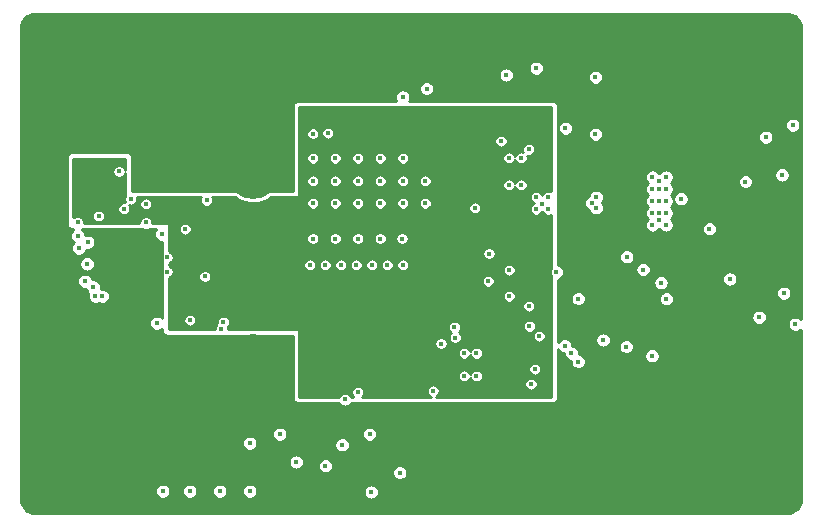
<source format=gbr>
G04 #@! TF.GenerationSoftware,KiCad,Pcbnew,(5.1.5)-3*
G04 #@! TF.CreationDate,2020-01-05T10:53:16-07:00*
G04 #@! TF.ProjectId,spi_control,7370695f-636f-46e7-9472-6f6c2e6b6963,A*
G04 #@! TF.SameCoordinates,Original*
G04 #@! TF.FileFunction,Copper,L2,Inr*
G04 #@! TF.FilePolarity,Positive*
%FSLAX46Y46*%
G04 Gerber Fmt 4.6, Leading zero omitted, Abs format (unit mm)*
G04 Created by KiCad (PCBNEW (5.1.5)-3) date 2020-01-05 10:53:16*
%MOMM*%
%LPD*%
G04 APERTURE LIST*
%ADD10C,0.700000*%
%ADD11C,4.400000*%
%ADD12C,0.450000*%
%ADD13C,0.254000*%
G04 APERTURE END LIST*
D10*
X134516726Y-113724274D03*
X133350000Y-113241000D03*
X132183274Y-113724274D03*
X131700000Y-114891000D03*
X132183274Y-116057726D03*
X133350000Y-116541000D03*
X134516726Y-116057726D03*
X135000000Y-114891000D03*
D11*
X133350000Y-114891000D03*
D10*
X134516726Y-97893274D03*
X133350000Y-97410000D03*
X132183274Y-97893274D03*
X131700000Y-99060000D03*
X132183274Y-100226726D03*
X133350000Y-100710000D03*
X134516726Y-100226726D03*
X135000000Y-99060000D03*
D11*
X133350000Y-99060000D03*
D10*
X177046726Y-89313274D03*
X175880000Y-88830000D03*
X174713274Y-89313274D03*
X174230000Y-90480000D03*
X174713274Y-91646726D03*
X175880000Y-92130000D03*
X177046726Y-91646726D03*
X177530000Y-90480000D03*
D11*
X175880000Y-90480000D03*
D10*
X177046726Y-122404274D03*
X175880000Y-121921000D03*
X174713274Y-122404274D03*
X174230000Y-123571000D03*
X174713274Y-124737726D03*
X175880000Y-125221000D03*
X177046726Y-124737726D03*
X177530000Y-123571000D03*
D11*
X175880000Y-123571000D03*
D10*
X118046726Y-122404274D03*
X116880000Y-121921000D03*
X115713274Y-122404274D03*
X115230000Y-123571000D03*
X115713274Y-124737726D03*
X116880000Y-125221000D03*
X118046726Y-124737726D03*
X118530000Y-123571000D03*
D11*
X116880000Y-123571000D03*
D10*
X118046726Y-89313274D03*
X116880000Y-88830000D03*
X115713274Y-89313274D03*
X115230000Y-90480000D03*
X115713274Y-91646726D03*
X116880000Y-92130000D03*
X118046726Y-91646726D03*
X118530000Y-90480000D03*
D11*
X116880000Y-90480000D03*
D12*
X138430000Y-104584500D03*
X140335000Y-104584500D03*
X142240000Y-104584500D03*
X144145000Y-104584500D03*
X142240000Y-97790000D03*
X142240000Y-99695000D03*
X142240000Y-101600000D03*
X144145000Y-97790000D03*
X144145000Y-99695000D03*
X144145000Y-101600000D03*
X146050000Y-97790000D03*
X146050000Y-99695000D03*
X146050000Y-101600000D03*
X147955000Y-99695000D03*
X147955000Y-101600000D03*
X146050000Y-106807000D03*
X139488333Y-106807000D03*
X142112999Y-106807000D03*
X140800666Y-106807000D03*
X144737665Y-106807000D03*
X138176000Y-106807000D03*
X143425332Y-106807000D03*
X171005500Y-99123500D03*
X172379500Y-98765500D03*
X173545500Y-101944010D03*
X169100500Y-106272490D03*
X162433000Y-98552000D03*
X162433000Y-99441000D03*
X116141500Y-106387900D03*
X124206008Y-111506000D03*
X127863604Y-97332800D03*
X162034220Y-98976180D03*
X168325800Y-109024420D03*
X179110500Y-99171902D03*
X115519200Y-103251000D03*
X123614000Y-97180400D03*
X116230400Y-107492800D03*
X172059600Y-113995200D03*
X165049200Y-104495600D03*
X168198800Y-104495600D03*
X179171602Y-116442916D03*
X167919400Y-110845600D03*
X172910500Y-97345500D03*
X118237000Y-97218500D03*
X122504200Y-107385000D03*
X122504200Y-106185000D03*
X123704200Y-108585000D03*
X123704200Y-107385000D03*
X123704200Y-106185000D03*
X123704200Y-104985000D03*
X124904200Y-108585000D03*
X124904200Y-107385000D03*
X124904200Y-106185000D03*
X124904200Y-104985000D03*
X126104200Y-107385000D03*
X126104200Y-106185000D03*
X122936000Y-87884000D03*
X171069000Y-87884000D03*
X163449000Y-87884000D03*
X158496000Y-87884000D03*
X153289000Y-87630000D03*
X150749000Y-87757000D03*
X148209000Y-87757000D03*
X143637000Y-90297000D03*
X148463000Y-121793000D03*
X150876000Y-121793000D03*
X153416000Y-121793000D03*
X155956000Y-121793000D03*
X158369000Y-121793000D03*
X161036000Y-121793000D03*
X163576000Y-121793000D03*
X166116000Y-121793000D03*
X168783000Y-121793000D03*
X121412000Y-123698000D03*
X114858800Y-111506000D03*
X115858800Y-111506000D03*
X116858800Y-111506000D03*
X117858800Y-111506000D03*
X114858800Y-112506000D03*
X115858800Y-112506000D03*
X116858800Y-112506000D03*
X117858800Y-112506000D03*
X114858800Y-116506000D03*
X115858800Y-116506000D03*
X116858800Y-116506000D03*
X117858800Y-116506000D03*
X114858800Y-117506000D03*
X115858800Y-117506000D03*
X116858800Y-117506000D03*
X117858800Y-117506000D03*
X114858800Y-118506000D03*
X115858800Y-118506000D03*
X116858800Y-118506000D03*
X117858800Y-118506000D03*
X114858800Y-119506000D03*
X117858800Y-119506000D03*
X114858800Y-120506000D03*
X115858800Y-120506000D03*
X116858800Y-120506000D03*
X117858800Y-120506000D03*
X114808000Y-109728000D03*
X114808000Y-110490000D03*
X115824000Y-110490000D03*
X116840000Y-110490000D03*
X117856000Y-110490000D03*
X115824000Y-109728000D03*
X115824000Y-108966000D03*
X114808000Y-108966000D03*
X114808000Y-108204000D03*
X114808000Y-107442000D03*
X114808000Y-106680000D03*
X114808000Y-105918000D03*
X115570000Y-106934000D03*
X115570000Y-107950000D03*
X114300000Y-125984000D03*
X114808000Y-127000000D03*
X116078000Y-127254000D03*
X117856000Y-127254000D03*
X118872000Y-126746000D03*
X114554000Y-93472000D03*
X116332000Y-93218000D03*
X117602000Y-93218000D03*
X117602000Y-94742000D03*
X116332000Y-94742000D03*
X114554000Y-94742000D03*
X114554000Y-96266000D03*
X116332000Y-95504000D03*
X117602000Y-95504000D03*
X114554000Y-98552000D03*
X114554000Y-100076000D03*
X114554000Y-101600000D03*
X114554000Y-88392000D03*
X114554000Y-86614000D03*
X115824000Y-86360000D03*
X117856000Y-86360000D03*
X129032000Y-113728500D03*
X128524000Y-114744500D03*
X128524000Y-115570000D03*
X129540000Y-116586000D03*
X131064000Y-117348000D03*
X131826000Y-117856000D03*
X132842000Y-118110000D03*
X133858000Y-118110000D03*
X135064500Y-117856000D03*
X136144000Y-117094000D03*
X136398000Y-115570000D03*
X136398000Y-113792000D03*
X135890000Y-113030000D03*
X128397000Y-113093500D03*
X130302000Y-114744500D03*
X130556000Y-115824000D03*
X130302000Y-113792000D03*
X129540000Y-115570000D03*
X120142000Y-116078000D03*
X118872000Y-116332000D03*
X119888000Y-117094000D03*
X119126000Y-118110000D03*
X120142000Y-118364000D03*
X119126000Y-118872000D03*
X172720000Y-116840000D03*
X174498000Y-116840000D03*
X176276000Y-116840000D03*
X176276000Y-118364000D03*
X174498000Y-118364000D03*
X172720000Y-118364000D03*
X172720000Y-119888000D03*
X174498000Y-119888000D03*
X176276000Y-119888000D03*
X177800000Y-119888000D03*
X177800000Y-118364000D03*
X177800000Y-116840000D03*
X179070000Y-117602000D03*
X179070000Y-119126000D03*
X179070000Y-120142000D03*
X179070000Y-121158000D03*
X179070000Y-122428000D03*
X179070000Y-123952000D03*
X179070000Y-125222000D03*
X178562000Y-126492000D03*
X177546000Y-127254000D03*
X176022000Y-127254000D03*
X174498000Y-127254000D03*
X172720000Y-127254000D03*
X172720000Y-124968000D03*
X172720000Y-126238000D03*
X174498000Y-126238000D03*
X172720000Y-121412000D03*
X172720000Y-122682000D03*
X172720000Y-123698000D03*
X173736000Y-119888000D03*
X173736000Y-121412000D03*
X159766000Y-116332000D03*
X161290000Y-116332000D03*
X162814000Y-116332000D03*
X164084000Y-116332000D03*
X164084000Y-117602000D03*
X162814000Y-117602000D03*
X161290000Y-117602000D03*
X159766000Y-117602000D03*
X159766000Y-118364000D03*
X161290000Y-118364000D03*
X162814000Y-118364000D03*
X164084000Y-118364000D03*
X165862000Y-118364000D03*
X166878000Y-118364000D03*
X167894000Y-118364000D03*
X167894000Y-117602000D03*
X167894000Y-116332000D03*
X166878000Y-117602000D03*
X165862000Y-117602000D03*
X167894000Y-115062000D03*
X169926000Y-118110000D03*
X171196000Y-118110000D03*
X176276000Y-113284000D03*
X176276000Y-115316000D03*
X172466000Y-115570000D03*
X174244000Y-114300000D03*
X173482000Y-115316000D03*
X175260000Y-115824000D03*
X174752000Y-113030000D03*
X175260000Y-114554000D03*
X176784000Y-114300000D03*
X171450000Y-116586000D03*
X163830000Y-96774000D03*
X166370000Y-96774000D03*
X167894000Y-96774000D03*
X164084000Y-98044000D03*
X165608000Y-98044000D03*
X167640000Y-97790000D03*
X164338000Y-99314000D03*
X165862000Y-99314000D03*
X164592000Y-100584000D03*
X165862000Y-100584000D03*
X164338000Y-101600000D03*
X165100000Y-102616000D03*
X164338000Y-102870000D03*
X165354000Y-96012000D03*
X164338000Y-95758000D03*
X167640000Y-95758000D03*
X164846000Y-97028000D03*
X166878000Y-98044000D03*
X172720000Y-86868000D03*
X172720000Y-89408000D03*
X172720000Y-91694000D03*
X172974000Y-93472000D03*
X172720000Y-94996000D03*
X174498000Y-94742000D03*
X176022000Y-94488000D03*
X175514000Y-93472000D03*
X174244000Y-93472000D03*
X175260000Y-87122000D03*
X177292000Y-87630000D03*
X178816000Y-89408000D03*
X179070000Y-90678000D03*
X179324000Y-91694000D03*
X178308000Y-92202000D03*
X178562000Y-87122000D03*
X176276000Y-86360000D03*
X173990000Y-86360000D03*
X124167900Y-112704880D03*
X125521720Y-115219480D03*
X124841000Y-113919000D03*
X174879000Y-105376497D03*
X153352500Y-105854500D03*
X155067000Y-107251500D03*
X155067000Y-109474000D03*
X153289000Y-108204000D03*
X138430000Y-97790000D03*
X140335000Y-97790000D03*
X138430000Y-99695000D03*
X138430000Y-101600000D03*
X140335000Y-99695000D03*
X140335000Y-101600000D03*
X145986500Y-104584500D03*
X126873000Y-123444000D03*
X129413000Y-123444000D03*
X124269500Y-123444000D03*
X133159500Y-123444000D03*
X157226000Y-115633500D03*
X156908500Y-116903500D03*
X156781500Y-112014000D03*
X157607000Y-112839500D03*
X169989500Y-90614500D03*
X167513000Y-90614500D03*
X164973000Y-90614500D03*
X159893000Y-90614500D03*
X128079520Y-98615500D03*
X179285900Y-111848900D03*
X175069500Y-99758500D03*
X162433000Y-101092000D03*
X162433000Y-101981000D03*
X168338500Y-100393500D03*
X168338500Y-99377500D03*
X168338500Y-101409500D03*
X167195500Y-99377500D03*
X167195500Y-100393500D03*
X167195500Y-101409500D03*
X167195500Y-102425500D03*
X168338500Y-102425500D03*
X168338500Y-103441500D03*
X167195500Y-103441500D03*
X119329200Y-106730800D03*
X162034220Y-101566980D03*
X167779700Y-100396040D03*
X167756840Y-99748340D03*
X167756840Y-101414580D03*
X167767000Y-102430580D03*
X167767000Y-103014780D03*
X165013640Y-106128820D03*
X168379140Y-109687360D03*
X167157400Y-114513360D03*
X176225200Y-111252000D03*
X125222000Y-111760000D03*
X152290000Y-114300000D03*
X151240000Y-116205000D03*
X155020000Y-100046000D03*
X156070000Y-97760000D03*
X152290000Y-116205000D03*
X151240000Y-114300000D03*
X155020000Y-97760000D03*
X156070000Y-100046000D03*
X158369000Y-102108000D03*
X157353000Y-102108000D03*
X158369000Y-101092000D03*
X157353000Y-101092000D03*
X120292821Y-102678444D03*
X122429637Y-102064555D03*
X129286000Y-107797600D03*
X129438400Y-101346000D03*
X124307620Y-103225600D03*
X139700000Y-95656332D03*
X138430000Y-95707212D03*
X157876240Y-101622860D03*
X157353000Y-98425000D03*
X157353000Y-99441000D03*
X158369000Y-99441000D03*
X158369000Y-98425000D03*
X129133600Y-106578400D03*
X128422408Y-102158800D03*
X140970000Y-95638618D03*
X142240000Y-95664020D03*
X150309580Y-95674178D03*
X153670000Y-95653860D03*
X157480000Y-95653860D03*
X157866080Y-98905060D03*
X157480000Y-117698520D03*
X153670000Y-117657878D03*
X149860000Y-117655338D03*
X139700000Y-117627400D03*
X138430000Y-117635020D03*
X130380000Y-101480000D03*
X120650000Y-98729800D03*
X127831823Y-102110633D03*
X146939000Y-117785611D03*
X138176000Y-109220000D03*
X139488333Y-109220000D03*
X140800666Y-109220000D03*
X142112999Y-109220000D03*
X143425332Y-109220000D03*
X144737665Y-109220000D03*
X146050000Y-109220000D03*
X139446000Y-111506000D03*
X140716000Y-111506000D03*
X141732000Y-111506000D03*
X143256000Y-111506000D03*
X144272000Y-111506000D03*
X146050000Y-111506000D03*
X141732000Y-113030000D03*
X143256000Y-113030000D03*
X144272000Y-113030000D03*
X145288000Y-113030000D03*
X145034000Y-113792000D03*
X144272000Y-113792000D03*
X143256000Y-113792000D03*
X141986000Y-113792000D03*
X142748000Y-114554000D03*
X143764000Y-114554000D03*
X143256000Y-115316000D03*
X138430000Y-113284000D03*
X138430000Y-114808000D03*
X138430000Y-116332000D03*
X139700000Y-116332000D03*
X139700000Y-114808000D03*
X140970000Y-116332000D03*
X147510500Y-114871500D03*
X147510500Y-116332000D03*
X145732500Y-116776500D03*
X146621500Y-115760500D03*
X149923500Y-114363500D03*
X149923500Y-115443000D03*
X149923500Y-116522500D03*
X153225500Y-114300000D03*
X154178000Y-115443000D03*
X153543000Y-116586000D03*
X149923500Y-104584500D03*
X147955000Y-104584500D03*
X118567200Y-100482400D03*
X125630002Y-104230002D03*
X123037600Y-101244400D03*
X124307600Y-101650800D03*
X118516400Y-104343200D03*
X118516400Y-103225600D03*
X118618020Y-105410000D03*
X172021500Y-103759000D03*
X166403020Y-107208320D03*
X173736000Y-108013500D03*
X167921940Y-108323380D03*
X178155600Y-99192080D03*
X179070000Y-94996000D03*
X178308000Y-109220000D03*
X163017200Y-113182400D03*
X169608501Y-101218999D03*
X176784020Y-96012000D03*
X122021600Y-98907600D03*
X128020189Y-111501811D03*
X150431500Y-112077500D03*
X159829496Y-95250000D03*
X159766000Y-113665000D03*
X130692094Y-112204932D03*
X130873507Y-111632993D03*
X148064990Y-91884500D03*
X146050000Y-92598244D03*
X140923510Y-122047826D03*
X159067500Y-107442000D03*
X145796000Y-124396500D03*
X154813000Y-90741500D03*
X152146000Y-101981000D03*
X154368498Y-96329500D03*
X142240000Y-117602000D03*
X150495000Y-112966500D03*
X160909000Y-114998500D03*
X160909000Y-109664500D03*
X156718000Y-110299500D03*
X156718000Y-97028000D03*
X157353000Y-90170000D03*
X143236000Y-121158000D03*
X149288500Y-113474508D03*
X162369500Y-95758000D03*
X162369500Y-90932000D03*
X160337508Y-114300000D03*
X141160500Y-118173500D03*
X164973000Y-113728500D03*
X143383000Y-126047500D03*
X133096000Y-121920000D03*
X119126000Y-108204000D03*
X119856430Y-108692303D03*
X120025450Y-109472344D03*
X120625402Y-109480872D03*
X125730000Y-125984000D03*
X128016000Y-125984000D03*
X130556000Y-125984000D03*
X133096000Y-125984000D03*
X127630000Y-103780800D03*
X148630000Y-117480000D03*
X119380000Y-104902000D03*
X135636000Y-121158000D03*
X139509504Y-123825000D03*
X137033008Y-123507500D03*
D13*
G36*
X178794466Y-85566961D02*
G01*
X179018075Y-85634472D01*
X179224317Y-85744133D01*
X179405328Y-85891762D01*
X179554220Y-86071742D01*
X179665315Y-86277209D01*
X179734388Y-86500344D01*
X179761000Y-86753544D01*
X179761001Y-111401933D01*
X179701526Y-111342458D01*
X179594738Y-111271105D01*
X179476081Y-111221956D01*
X179350116Y-111196900D01*
X179221684Y-111196900D01*
X179095719Y-111221956D01*
X178977062Y-111271105D01*
X178870274Y-111342458D01*
X178779458Y-111433274D01*
X178708105Y-111540062D01*
X178658956Y-111658719D01*
X178633900Y-111784684D01*
X178633900Y-111913116D01*
X178658956Y-112039081D01*
X178708105Y-112157738D01*
X178779458Y-112264526D01*
X178870274Y-112355342D01*
X178977062Y-112426695D01*
X179095719Y-112475844D01*
X179221684Y-112500900D01*
X179350116Y-112500900D01*
X179476081Y-112475844D01*
X179594738Y-112426695D01*
X179701526Y-112355342D01*
X179761001Y-112295867D01*
X179761001Y-126596881D01*
X179736039Y-126851465D01*
X179668526Y-127075079D01*
X179558867Y-127281317D01*
X179411236Y-127462330D01*
X179231258Y-127611220D01*
X179025794Y-127722314D01*
X178802655Y-127791388D01*
X178549456Y-127818000D01*
X114957109Y-127818000D01*
X114702535Y-127793039D01*
X114478921Y-127725526D01*
X114272683Y-127615867D01*
X114091670Y-127468236D01*
X113942780Y-127288258D01*
X113831686Y-127082794D01*
X113762612Y-126859655D01*
X113736000Y-126606456D01*
X113736000Y-125919784D01*
X125078000Y-125919784D01*
X125078000Y-126048216D01*
X125103056Y-126174181D01*
X125152205Y-126292838D01*
X125223558Y-126399626D01*
X125314374Y-126490442D01*
X125421162Y-126561795D01*
X125539819Y-126610944D01*
X125665784Y-126636000D01*
X125794216Y-126636000D01*
X125920181Y-126610944D01*
X126038838Y-126561795D01*
X126145626Y-126490442D01*
X126236442Y-126399626D01*
X126307795Y-126292838D01*
X126356944Y-126174181D01*
X126382000Y-126048216D01*
X126382000Y-125919784D01*
X127364000Y-125919784D01*
X127364000Y-126048216D01*
X127389056Y-126174181D01*
X127438205Y-126292838D01*
X127509558Y-126399626D01*
X127600374Y-126490442D01*
X127707162Y-126561795D01*
X127825819Y-126610944D01*
X127951784Y-126636000D01*
X128080216Y-126636000D01*
X128206181Y-126610944D01*
X128324838Y-126561795D01*
X128431626Y-126490442D01*
X128522442Y-126399626D01*
X128593795Y-126292838D01*
X128642944Y-126174181D01*
X128668000Y-126048216D01*
X128668000Y-125919784D01*
X129904000Y-125919784D01*
X129904000Y-126048216D01*
X129929056Y-126174181D01*
X129978205Y-126292838D01*
X130049558Y-126399626D01*
X130140374Y-126490442D01*
X130247162Y-126561795D01*
X130365819Y-126610944D01*
X130491784Y-126636000D01*
X130620216Y-126636000D01*
X130746181Y-126610944D01*
X130864838Y-126561795D01*
X130971626Y-126490442D01*
X131062442Y-126399626D01*
X131133795Y-126292838D01*
X131182944Y-126174181D01*
X131208000Y-126048216D01*
X131208000Y-125919784D01*
X132444000Y-125919784D01*
X132444000Y-126048216D01*
X132469056Y-126174181D01*
X132518205Y-126292838D01*
X132589558Y-126399626D01*
X132680374Y-126490442D01*
X132787162Y-126561795D01*
X132905819Y-126610944D01*
X133031784Y-126636000D01*
X133160216Y-126636000D01*
X133286181Y-126610944D01*
X133404838Y-126561795D01*
X133511626Y-126490442D01*
X133602442Y-126399626D01*
X133673795Y-126292838D01*
X133722944Y-126174181D01*
X133748000Y-126048216D01*
X133748000Y-125983284D01*
X142731000Y-125983284D01*
X142731000Y-126111716D01*
X142756056Y-126237681D01*
X142805205Y-126356338D01*
X142876558Y-126463126D01*
X142967374Y-126553942D01*
X143074162Y-126625295D01*
X143192819Y-126674444D01*
X143318784Y-126699500D01*
X143447216Y-126699500D01*
X143573181Y-126674444D01*
X143691838Y-126625295D01*
X143798626Y-126553942D01*
X143889442Y-126463126D01*
X143960795Y-126356338D01*
X144009944Y-126237681D01*
X144035000Y-126111716D01*
X144035000Y-125983284D01*
X144009944Y-125857319D01*
X143960795Y-125738662D01*
X143889442Y-125631874D01*
X143798626Y-125541058D01*
X143691838Y-125469705D01*
X143573181Y-125420556D01*
X143447216Y-125395500D01*
X143318784Y-125395500D01*
X143192819Y-125420556D01*
X143074162Y-125469705D01*
X142967374Y-125541058D01*
X142876558Y-125631874D01*
X142805205Y-125738662D01*
X142756056Y-125857319D01*
X142731000Y-125983284D01*
X133748000Y-125983284D01*
X133748000Y-125919784D01*
X133722944Y-125793819D01*
X133673795Y-125675162D01*
X133602442Y-125568374D01*
X133511626Y-125477558D01*
X133404838Y-125406205D01*
X133286181Y-125357056D01*
X133160216Y-125332000D01*
X133031784Y-125332000D01*
X132905819Y-125357056D01*
X132787162Y-125406205D01*
X132680374Y-125477558D01*
X132589558Y-125568374D01*
X132518205Y-125675162D01*
X132469056Y-125793819D01*
X132444000Y-125919784D01*
X131208000Y-125919784D01*
X131182944Y-125793819D01*
X131133795Y-125675162D01*
X131062442Y-125568374D01*
X130971626Y-125477558D01*
X130864838Y-125406205D01*
X130746181Y-125357056D01*
X130620216Y-125332000D01*
X130491784Y-125332000D01*
X130365819Y-125357056D01*
X130247162Y-125406205D01*
X130140374Y-125477558D01*
X130049558Y-125568374D01*
X129978205Y-125675162D01*
X129929056Y-125793819D01*
X129904000Y-125919784D01*
X128668000Y-125919784D01*
X128642944Y-125793819D01*
X128593795Y-125675162D01*
X128522442Y-125568374D01*
X128431626Y-125477558D01*
X128324838Y-125406205D01*
X128206181Y-125357056D01*
X128080216Y-125332000D01*
X127951784Y-125332000D01*
X127825819Y-125357056D01*
X127707162Y-125406205D01*
X127600374Y-125477558D01*
X127509558Y-125568374D01*
X127438205Y-125675162D01*
X127389056Y-125793819D01*
X127364000Y-125919784D01*
X126382000Y-125919784D01*
X126356944Y-125793819D01*
X126307795Y-125675162D01*
X126236442Y-125568374D01*
X126145626Y-125477558D01*
X126038838Y-125406205D01*
X125920181Y-125357056D01*
X125794216Y-125332000D01*
X125665784Y-125332000D01*
X125539819Y-125357056D01*
X125421162Y-125406205D01*
X125314374Y-125477558D01*
X125223558Y-125568374D01*
X125152205Y-125675162D01*
X125103056Y-125793819D01*
X125078000Y-125919784D01*
X113736000Y-125919784D01*
X113736000Y-123443284D01*
X136381008Y-123443284D01*
X136381008Y-123571716D01*
X136406064Y-123697681D01*
X136455213Y-123816338D01*
X136526566Y-123923126D01*
X136617382Y-124013942D01*
X136724170Y-124085295D01*
X136842827Y-124134444D01*
X136968792Y-124159500D01*
X137097224Y-124159500D01*
X137223189Y-124134444D01*
X137341846Y-124085295D01*
X137448634Y-124013942D01*
X137539450Y-123923126D01*
X137610803Y-123816338D01*
X137633814Y-123760784D01*
X138857504Y-123760784D01*
X138857504Y-123889216D01*
X138882560Y-124015181D01*
X138931709Y-124133838D01*
X139003062Y-124240626D01*
X139093878Y-124331442D01*
X139200666Y-124402795D01*
X139319323Y-124451944D01*
X139445288Y-124477000D01*
X139573720Y-124477000D01*
X139699685Y-124451944D01*
X139818342Y-124402795D01*
X139923869Y-124332284D01*
X145144000Y-124332284D01*
X145144000Y-124460716D01*
X145169056Y-124586681D01*
X145218205Y-124705338D01*
X145289558Y-124812126D01*
X145380374Y-124902942D01*
X145487162Y-124974295D01*
X145605819Y-125023444D01*
X145731784Y-125048500D01*
X145860216Y-125048500D01*
X145986181Y-125023444D01*
X146104838Y-124974295D01*
X146211626Y-124902942D01*
X146302442Y-124812126D01*
X146373795Y-124705338D01*
X146422944Y-124586681D01*
X146448000Y-124460716D01*
X146448000Y-124332284D01*
X146422944Y-124206319D01*
X146373795Y-124087662D01*
X146302442Y-123980874D01*
X146211626Y-123890058D01*
X146104838Y-123818705D01*
X145986181Y-123769556D01*
X145860216Y-123744500D01*
X145731784Y-123744500D01*
X145605819Y-123769556D01*
X145487162Y-123818705D01*
X145380374Y-123890058D01*
X145289558Y-123980874D01*
X145218205Y-124087662D01*
X145169056Y-124206319D01*
X145144000Y-124332284D01*
X139923869Y-124332284D01*
X139925130Y-124331442D01*
X140015946Y-124240626D01*
X140087299Y-124133838D01*
X140136448Y-124015181D01*
X140161504Y-123889216D01*
X140161504Y-123760784D01*
X140136448Y-123634819D01*
X140087299Y-123516162D01*
X140015946Y-123409374D01*
X139925130Y-123318558D01*
X139818342Y-123247205D01*
X139699685Y-123198056D01*
X139573720Y-123173000D01*
X139445288Y-123173000D01*
X139319323Y-123198056D01*
X139200666Y-123247205D01*
X139093878Y-123318558D01*
X139003062Y-123409374D01*
X138931709Y-123516162D01*
X138882560Y-123634819D01*
X138857504Y-123760784D01*
X137633814Y-123760784D01*
X137659952Y-123697681D01*
X137685008Y-123571716D01*
X137685008Y-123443284D01*
X137659952Y-123317319D01*
X137610803Y-123198662D01*
X137539450Y-123091874D01*
X137448634Y-123001058D01*
X137341846Y-122929705D01*
X137223189Y-122880556D01*
X137097224Y-122855500D01*
X136968792Y-122855500D01*
X136842827Y-122880556D01*
X136724170Y-122929705D01*
X136617382Y-123001058D01*
X136526566Y-123091874D01*
X136455213Y-123198662D01*
X136406064Y-123317319D01*
X136381008Y-123443284D01*
X113736000Y-123443284D01*
X113736000Y-121855784D01*
X132444000Y-121855784D01*
X132444000Y-121984216D01*
X132469056Y-122110181D01*
X132518205Y-122228838D01*
X132589558Y-122335626D01*
X132680374Y-122426442D01*
X132787162Y-122497795D01*
X132905819Y-122546944D01*
X133031784Y-122572000D01*
X133160216Y-122572000D01*
X133286181Y-122546944D01*
X133404838Y-122497795D01*
X133511626Y-122426442D01*
X133602442Y-122335626D01*
X133673795Y-122228838D01*
X133722944Y-122110181D01*
X133748000Y-121984216D01*
X133748000Y-121983610D01*
X140271510Y-121983610D01*
X140271510Y-122112042D01*
X140296566Y-122238007D01*
X140345715Y-122356664D01*
X140417068Y-122463452D01*
X140507884Y-122554268D01*
X140614672Y-122625621D01*
X140733329Y-122674770D01*
X140859294Y-122699826D01*
X140987726Y-122699826D01*
X141113691Y-122674770D01*
X141232348Y-122625621D01*
X141339136Y-122554268D01*
X141429952Y-122463452D01*
X141501305Y-122356664D01*
X141550454Y-122238007D01*
X141575510Y-122112042D01*
X141575510Y-121983610D01*
X141550454Y-121857645D01*
X141501305Y-121738988D01*
X141429952Y-121632200D01*
X141339136Y-121541384D01*
X141232348Y-121470031D01*
X141113691Y-121420882D01*
X140987726Y-121395826D01*
X140859294Y-121395826D01*
X140733329Y-121420882D01*
X140614672Y-121470031D01*
X140507884Y-121541384D01*
X140417068Y-121632200D01*
X140345715Y-121738988D01*
X140296566Y-121857645D01*
X140271510Y-121983610D01*
X133748000Y-121983610D01*
X133748000Y-121855784D01*
X133722944Y-121729819D01*
X133673795Y-121611162D01*
X133602442Y-121504374D01*
X133511626Y-121413558D01*
X133404838Y-121342205D01*
X133286181Y-121293056D01*
X133160216Y-121268000D01*
X133031784Y-121268000D01*
X132905819Y-121293056D01*
X132787162Y-121342205D01*
X132680374Y-121413558D01*
X132589558Y-121504374D01*
X132518205Y-121611162D01*
X132469056Y-121729819D01*
X132444000Y-121855784D01*
X113736000Y-121855784D01*
X113736000Y-121093784D01*
X134984000Y-121093784D01*
X134984000Y-121222216D01*
X135009056Y-121348181D01*
X135058205Y-121466838D01*
X135129558Y-121573626D01*
X135220374Y-121664442D01*
X135327162Y-121735795D01*
X135445819Y-121784944D01*
X135571784Y-121810000D01*
X135700216Y-121810000D01*
X135826181Y-121784944D01*
X135944838Y-121735795D01*
X136051626Y-121664442D01*
X136142442Y-121573626D01*
X136213795Y-121466838D01*
X136262944Y-121348181D01*
X136288000Y-121222216D01*
X136288000Y-121093784D01*
X142584000Y-121093784D01*
X142584000Y-121222216D01*
X142609056Y-121348181D01*
X142658205Y-121466838D01*
X142729558Y-121573626D01*
X142820374Y-121664442D01*
X142927162Y-121735795D01*
X143045819Y-121784944D01*
X143171784Y-121810000D01*
X143300216Y-121810000D01*
X143426181Y-121784944D01*
X143544838Y-121735795D01*
X143651626Y-121664442D01*
X143742442Y-121573626D01*
X143813795Y-121466838D01*
X143862944Y-121348181D01*
X143888000Y-121222216D01*
X143888000Y-121093784D01*
X143862944Y-120967819D01*
X143813795Y-120849162D01*
X143742442Y-120742374D01*
X143651626Y-120651558D01*
X143544838Y-120580205D01*
X143426181Y-120531056D01*
X143300216Y-120506000D01*
X143171784Y-120506000D01*
X143045819Y-120531056D01*
X142927162Y-120580205D01*
X142820374Y-120651558D01*
X142729558Y-120742374D01*
X142658205Y-120849162D01*
X142609056Y-120967819D01*
X142584000Y-121093784D01*
X136288000Y-121093784D01*
X136262944Y-120967819D01*
X136213795Y-120849162D01*
X136142442Y-120742374D01*
X136051626Y-120651558D01*
X135944838Y-120580205D01*
X135826181Y-120531056D01*
X135700216Y-120506000D01*
X135571784Y-120506000D01*
X135445819Y-120531056D01*
X135327162Y-120580205D01*
X135220374Y-120651558D01*
X135129558Y-120742374D01*
X135058205Y-120849162D01*
X135009056Y-120967819D01*
X134984000Y-121093784D01*
X113736000Y-121093784D01*
X113736000Y-108139784D01*
X118474000Y-108139784D01*
X118474000Y-108268216D01*
X118499056Y-108394181D01*
X118548205Y-108512838D01*
X118619558Y-108619626D01*
X118710374Y-108710442D01*
X118817162Y-108781795D01*
X118935819Y-108830944D01*
X119061784Y-108856000D01*
X119190216Y-108856000D01*
X119222924Y-108849494D01*
X119229486Y-108882484D01*
X119278635Y-109001141D01*
X119349988Y-109107929D01*
X119435327Y-109193268D01*
X119398506Y-109282163D01*
X119373450Y-109408128D01*
X119373450Y-109536560D01*
X119398506Y-109662525D01*
X119447655Y-109781182D01*
X119519008Y-109887970D01*
X119609824Y-109978786D01*
X119716612Y-110050139D01*
X119835269Y-110099288D01*
X119961234Y-110124344D01*
X120089666Y-110124344D01*
X120215631Y-110099288D01*
X120315468Y-110057935D01*
X120316564Y-110058667D01*
X120435221Y-110107816D01*
X120561186Y-110132872D01*
X120689618Y-110132872D01*
X120815583Y-110107816D01*
X120934240Y-110058667D01*
X121041028Y-109987314D01*
X121131844Y-109896498D01*
X121203197Y-109789710D01*
X121252346Y-109671053D01*
X121277402Y-109545088D01*
X121277402Y-109416656D01*
X121252346Y-109290691D01*
X121203197Y-109172034D01*
X121131844Y-109065246D01*
X121041028Y-108974430D01*
X120934240Y-108903077D01*
X120815583Y-108853928D01*
X120689618Y-108828872D01*
X120561186Y-108828872D01*
X120491272Y-108842779D01*
X120508430Y-108756519D01*
X120508430Y-108628087D01*
X120483374Y-108502122D01*
X120434225Y-108383465D01*
X120362872Y-108276677D01*
X120272056Y-108185861D01*
X120165268Y-108114508D01*
X120046611Y-108065359D01*
X119920646Y-108040303D01*
X119792214Y-108040303D01*
X119759506Y-108046809D01*
X119752944Y-108013819D01*
X119703795Y-107895162D01*
X119632442Y-107788374D01*
X119541626Y-107697558D01*
X119434838Y-107626205D01*
X119316181Y-107577056D01*
X119190216Y-107552000D01*
X119061784Y-107552000D01*
X118935819Y-107577056D01*
X118817162Y-107626205D01*
X118710374Y-107697558D01*
X118619558Y-107788374D01*
X118548205Y-107895162D01*
X118499056Y-108013819D01*
X118474000Y-108139784D01*
X113736000Y-108139784D01*
X113736000Y-106666584D01*
X118677200Y-106666584D01*
X118677200Y-106795016D01*
X118702256Y-106920981D01*
X118751405Y-107039638D01*
X118822758Y-107146426D01*
X118913574Y-107237242D01*
X119020362Y-107308595D01*
X119139019Y-107357744D01*
X119264984Y-107382800D01*
X119393416Y-107382800D01*
X119519381Y-107357744D01*
X119638038Y-107308595D01*
X119744826Y-107237242D01*
X119835642Y-107146426D01*
X119906995Y-107039638D01*
X119956144Y-106920981D01*
X119981200Y-106795016D01*
X119981200Y-106666584D01*
X119956144Y-106540619D01*
X119906995Y-106421962D01*
X119835642Y-106315174D01*
X119744826Y-106224358D01*
X119638038Y-106153005D01*
X119519381Y-106103856D01*
X119393416Y-106078800D01*
X119264984Y-106078800D01*
X119139019Y-106103856D01*
X119020362Y-106153005D01*
X118913574Y-106224358D01*
X118822758Y-106315174D01*
X118751405Y-106421962D01*
X118702256Y-106540619D01*
X118677200Y-106666584D01*
X113736000Y-106666584D01*
X113736000Y-97688400D01*
X117619500Y-97688400D01*
X117619500Y-103378000D01*
X117627705Y-103461304D01*
X117652003Y-103541406D01*
X117691462Y-103615228D01*
X117744565Y-103679935D01*
X117809272Y-103733038D01*
X117883094Y-103772497D01*
X117963196Y-103796795D01*
X118046500Y-103805000D01*
X118148304Y-103805000D01*
X118100774Y-103836758D01*
X118009958Y-103927574D01*
X117938605Y-104034362D01*
X117889456Y-104153019D01*
X117864400Y-104278984D01*
X117864400Y-104407416D01*
X117889456Y-104533381D01*
X117938605Y-104652038D01*
X118009958Y-104758826D01*
X118100774Y-104849642D01*
X118194011Y-104911941D01*
X118111578Y-104994374D01*
X118040225Y-105101162D01*
X117991076Y-105219819D01*
X117966020Y-105345784D01*
X117966020Y-105474216D01*
X117991076Y-105600181D01*
X118040225Y-105718838D01*
X118111578Y-105825626D01*
X118202394Y-105916442D01*
X118309182Y-105987795D01*
X118427839Y-106036944D01*
X118553804Y-106062000D01*
X118682236Y-106062000D01*
X118808201Y-106036944D01*
X118926858Y-105987795D01*
X119033646Y-105916442D01*
X119124462Y-105825626D01*
X119195815Y-105718838D01*
X119244964Y-105600181D01*
X119256496Y-105542207D01*
X119315784Y-105554000D01*
X119444216Y-105554000D01*
X119570181Y-105528944D01*
X119688838Y-105479795D01*
X119795626Y-105408442D01*
X119886442Y-105317626D01*
X119957795Y-105210838D01*
X120006944Y-105092181D01*
X120032000Y-104966216D01*
X120032000Y-104837784D01*
X120006944Y-104711819D01*
X119957795Y-104593162D01*
X119886442Y-104486374D01*
X119795626Y-104395558D01*
X119688838Y-104324205D01*
X119570181Y-104275056D01*
X119444216Y-104250000D01*
X119315784Y-104250000D01*
X119189819Y-104275056D01*
X119168400Y-104283928D01*
X119168400Y-104278984D01*
X119143344Y-104153019D01*
X119094195Y-104034362D01*
X119022842Y-103927574D01*
X118932026Y-103836758D01*
X118884496Y-103805000D01*
X124002657Y-103805000D01*
X124117439Y-103852544D01*
X124243404Y-103877600D01*
X124371836Y-103877600D01*
X124497801Y-103852544D01*
X124612583Y-103805000D01*
X125132936Y-103805000D01*
X125123560Y-103814376D01*
X125052207Y-103921164D01*
X125003058Y-104039821D01*
X124978002Y-104165786D01*
X124978002Y-104294218D01*
X125003058Y-104420183D01*
X125052207Y-104538840D01*
X125123560Y-104645628D01*
X125214376Y-104736444D01*
X125321164Y-104807797D01*
X125439821Y-104856946D01*
X125565786Y-104882002D01*
X125684000Y-104882002D01*
X125684000Y-111299932D01*
X125637626Y-111253558D01*
X125530838Y-111182205D01*
X125412181Y-111133056D01*
X125286216Y-111108000D01*
X125157784Y-111108000D01*
X125031819Y-111133056D01*
X124913162Y-111182205D01*
X124806374Y-111253558D01*
X124715558Y-111344374D01*
X124644205Y-111451162D01*
X124595056Y-111569819D01*
X124570000Y-111695784D01*
X124570000Y-111824216D01*
X124595056Y-111950181D01*
X124644205Y-112068838D01*
X124715558Y-112175626D01*
X124806374Y-112266442D01*
X124913162Y-112337795D01*
X125031819Y-112386944D01*
X125157784Y-112412000D01*
X125286216Y-112412000D01*
X125412181Y-112386944D01*
X125530838Y-112337795D01*
X125637626Y-112266442D01*
X125684000Y-112220068D01*
X125684000Y-112395000D01*
X125692205Y-112478304D01*
X125716503Y-112558406D01*
X125755962Y-112632228D01*
X125809065Y-112696935D01*
X125873772Y-112750038D01*
X125947594Y-112789497D01*
X126027696Y-112813795D01*
X126111000Y-112822000D01*
X130478070Y-112822000D01*
X130501913Y-112831876D01*
X130627878Y-112856932D01*
X130756310Y-112856932D01*
X130882275Y-112831876D01*
X130906118Y-112822000D01*
X136733000Y-112822000D01*
X136733000Y-118110000D01*
X136741205Y-118193304D01*
X136765503Y-118273406D01*
X136804962Y-118347228D01*
X136858065Y-118411935D01*
X136922772Y-118465038D01*
X136996594Y-118504497D01*
X137076696Y-118528795D01*
X137160000Y-118537000D01*
X140619229Y-118537000D01*
X140654058Y-118589126D01*
X140744874Y-118679942D01*
X140851662Y-118751295D01*
X140970319Y-118800444D01*
X141096284Y-118825500D01*
X141224716Y-118825500D01*
X141350681Y-118800444D01*
X141469338Y-118751295D01*
X141576126Y-118679942D01*
X141666942Y-118589126D01*
X141701771Y-118537000D01*
X158750000Y-118537000D01*
X158833304Y-118528795D01*
X158913406Y-118504497D01*
X158987228Y-118465038D01*
X159051935Y-118411935D01*
X159105038Y-118347228D01*
X159144497Y-118273406D01*
X159168795Y-118193304D01*
X159177000Y-118110000D01*
X159177000Y-113946787D01*
X159188205Y-113973838D01*
X159259558Y-114080626D01*
X159350374Y-114171442D01*
X159457162Y-114242795D01*
X159575819Y-114291944D01*
X159685508Y-114313763D01*
X159685508Y-114364216D01*
X159710564Y-114490181D01*
X159759713Y-114608838D01*
X159831066Y-114715626D01*
X159921882Y-114806442D01*
X160028670Y-114877795D01*
X160147327Y-114926944D01*
X160257000Y-114948759D01*
X160257000Y-115062716D01*
X160282056Y-115188681D01*
X160331205Y-115307338D01*
X160402558Y-115414126D01*
X160493374Y-115504942D01*
X160600162Y-115576295D01*
X160718819Y-115625444D01*
X160844784Y-115650500D01*
X160973216Y-115650500D01*
X161099181Y-115625444D01*
X161217838Y-115576295D01*
X161324626Y-115504942D01*
X161415442Y-115414126D01*
X161486795Y-115307338D01*
X161535944Y-115188681D01*
X161561000Y-115062716D01*
X161561000Y-114934284D01*
X161535944Y-114808319D01*
X161486795Y-114689662D01*
X161415442Y-114582874D01*
X161324626Y-114492058D01*
X161260401Y-114449144D01*
X166505400Y-114449144D01*
X166505400Y-114577576D01*
X166530456Y-114703541D01*
X166579605Y-114822198D01*
X166650958Y-114928986D01*
X166741774Y-115019802D01*
X166848562Y-115091155D01*
X166967219Y-115140304D01*
X167093184Y-115165360D01*
X167221616Y-115165360D01*
X167347581Y-115140304D01*
X167466238Y-115091155D01*
X167573026Y-115019802D01*
X167663842Y-114928986D01*
X167735195Y-114822198D01*
X167784344Y-114703541D01*
X167809400Y-114577576D01*
X167809400Y-114449144D01*
X167784344Y-114323179D01*
X167735195Y-114204522D01*
X167663842Y-114097734D01*
X167573026Y-114006918D01*
X167466238Y-113935565D01*
X167347581Y-113886416D01*
X167221616Y-113861360D01*
X167093184Y-113861360D01*
X166967219Y-113886416D01*
X166848562Y-113935565D01*
X166741774Y-114006918D01*
X166650958Y-114097734D01*
X166579605Y-114204522D01*
X166530456Y-114323179D01*
X166505400Y-114449144D01*
X161260401Y-114449144D01*
X161217838Y-114420705D01*
X161099181Y-114371556D01*
X160989508Y-114349741D01*
X160989508Y-114235784D01*
X160964452Y-114109819D01*
X160915303Y-113991162D01*
X160843950Y-113884374D01*
X160753134Y-113793558D01*
X160646346Y-113722205D01*
X160527689Y-113673056D01*
X160418000Y-113651237D01*
X160418000Y-113600784D01*
X160392944Y-113474819D01*
X160343795Y-113356162D01*
X160272442Y-113249374D01*
X160181626Y-113158558D01*
X160121202Y-113118184D01*
X162365200Y-113118184D01*
X162365200Y-113246616D01*
X162390256Y-113372581D01*
X162439405Y-113491238D01*
X162510758Y-113598026D01*
X162601574Y-113688842D01*
X162708362Y-113760195D01*
X162827019Y-113809344D01*
X162952984Y-113834400D01*
X163081416Y-113834400D01*
X163207381Y-113809344D01*
X163326038Y-113760195D01*
X163432826Y-113688842D01*
X163457384Y-113664284D01*
X164321000Y-113664284D01*
X164321000Y-113792716D01*
X164346056Y-113918681D01*
X164395205Y-114037338D01*
X164466558Y-114144126D01*
X164557374Y-114234942D01*
X164664162Y-114306295D01*
X164782819Y-114355444D01*
X164908784Y-114380500D01*
X165037216Y-114380500D01*
X165163181Y-114355444D01*
X165281838Y-114306295D01*
X165388626Y-114234942D01*
X165479442Y-114144126D01*
X165550795Y-114037338D01*
X165599944Y-113918681D01*
X165625000Y-113792716D01*
X165625000Y-113664284D01*
X165599944Y-113538319D01*
X165550795Y-113419662D01*
X165479442Y-113312874D01*
X165388626Y-113222058D01*
X165281838Y-113150705D01*
X165163181Y-113101556D01*
X165037216Y-113076500D01*
X164908784Y-113076500D01*
X164782819Y-113101556D01*
X164664162Y-113150705D01*
X164557374Y-113222058D01*
X164466558Y-113312874D01*
X164395205Y-113419662D01*
X164346056Y-113538319D01*
X164321000Y-113664284D01*
X163457384Y-113664284D01*
X163523642Y-113598026D01*
X163594995Y-113491238D01*
X163644144Y-113372581D01*
X163669200Y-113246616D01*
X163669200Y-113118184D01*
X163644144Y-112992219D01*
X163594995Y-112873562D01*
X163523642Y-112766774D01*
X163432826Y-112675958D01*
X163326038Y-112604605D01*
X163207381Y-112555456D01*
X163081416Y-112530400D01*
X162952984Y-112530400D01*
X162827019Y-112555456D01*
X162708362Y-112604605D01*
X162601574Y-112675958D01*
X162510758Y-112766774D01*
X162439405Y-112873562D01*
X162390256Y-112992219D01*
X162365200Y-113118184D01*
X160121202Y-113118184D01*
X160074838Y-113087205D01*
X159956181Y-113038056D01*
X159830216Y-113013000D01*
X159701784Y-113013000D01*
X159575819Y-113038056D01*
X159457162Y-113087205D01*
X159350374Y-113158558D01*
X159259558Y-113249374D01*
X159188205Y-113356162D01*
X159177000Y-113383213D01*
X159177000Y-111187784D01*
X175573200Y-111187784D01*
X175573200Y-111316216D01*
X175598256Y-111442181D01*
X175647405Y-111560838D01*
X175718758Y-111667626D01*
X175809574Y-111758442D01*
X175916362Y-111829795D01*
X176035019Y-111878944D01*
X176160984Y-111904000D01*
X176289416Y-111904000D01*
X176415381Y-111878944D01*
X176534038Y-111829795D01*
X176640826Y-111758442D01*
X176731642Y-111667626D01*
X176802995Y-111560838D01*
X176852144Y-111442181D01*
X176877200Y-111316216D01*
X176877200Y-111187784D01*
X176852144Y-111061819D01*
X176802995Y-110943162D01*
X176731642Y-110836374D01*
X176640826Y-110745558D01*
X176534038Y-110674205D01*
X176415381Y-110625056D01*
X176289416Y-110600000D01*
X176160984Y-110600000D01*
X176035019Y-110625056D01*
X175916362Y-110674205D01*
X175809574Y-110745558D01*
X175718758Y-110836374D01*
X175647405Y-110943162D01*
X175598256Y-111061819D01*
X175573200Y-111187784D01*
X159177000Y-111187784D01*
X159177000Y-109600284D01*
X160257000Y-109600284D01*
X160257000Y-109728716D01*
X160282056Y-109854681D01*
X160331205Y-109973338D01*
X160402558Y-110080126D01*
X160493374Y-110170942D01*
X160600162Y-110242295D01*
X160718819Y-110291444D01*
X160844784Y-110316500D01*
X160973216Y-110316500D01*
X161099181Y-110291444D01*
X161217838Y-110242295D01*
X161324626Y-110170942D01*
X161415442Y-110080126D01*
X161486795Y-109973338D01*
X161535944Y-109854681D01*
X161561000Y-109728716D01*
X161561000Y-109623144D01*
X167727140Y-109623144D01*
X167727140Y-109751576D01*
X167752196Y-109877541D01*
X167801345Y-109996198D01*
X167872698Y-110102986D01*
X167963514Y-110193802D01*
X168070302Y-110265155D01*
X168188959Y-110314304D01*
X168314924Y-110339360D01*
X168443356Y-110339360D01*
X168569321Y-110314304D01*
X168687978Y-110265155D01*
X168794766Y-110193802D01*
X168885582Y-110102986D01*
X168956935Y-109996198D01*
X169006084Y-109877541D01*
X169031140Y-109751576D01*
X169031140Y-109623144D01*
X169006084Y-109497179D01*
X168956935Y-109378522D01*
X168885582Y-109271734D01*
X168794766Y-109180918D01*
X168757151Y-109155784D01*
X177656000Y-109155784D01*
X177656000Y-109284216D01*
X177681056Y-109410181D01*
X177730205Y-109528838D01*
X177801558Y-109635626D01*
X177892374Y-109726442D01*
X177999162Y-109797795D01*
X178117819Y-109846944D01*
X178243784Y-109872000D01*
X178372216Y-109872000D01*
X178498181Y-109846944D01*
X178616838Y-109797795D01*
X178723626Y-109726442D01*
X178814442Y-109635626D01*
X178885795Y-109528838D01*
X178934944Y-109410181D01*
X178960000Y-109284216D01*
X178960000Y-109155784D01*
X178934944Y-109029819D01*
X178885795Y-108911162D01*
X178814442Y-108804374D01*
X178723626Y-108713558D01*
X178616838Y-108642205D01*
X178498181Y-108593056D01*
X178372216Y-108568000D01*
X178243784Y-108568000D01*
X178117819Y-108593056D01*
X177999162Y-108642205D01*
X177892374Y-108713558D01*
X177801558Y-108804374D01*
X177730205Y-108911162D01*
X177681056Y-109029819D01*
X177656000Y-109155784D01*
X168757151Y-109155784D01*
X168687978Y-109109565D01*
X168569321Y-109060416D01*
X168443356Y-109035360D01*
X168314924Y-109035360D01*
X168188959Y-109060416D01*
X168070302Y-109109565D01*
X167963514Y-109180918D01*
X167872698Y-109271734D01*
X167801345Y-109378522D01*
X167752196Y-109497179D01*
X167727140Y-109623144D01*
X161561000Y-109623144D01*
X161561000Y-109600284D01*
X161535944Y-109474319D01*
X161486795Y-109355662D01*
X161415442Y-109248874D01*
X161324626Y-109158058D01*
X161217838Y-109086705D01*
X161099181Y-109037556D01*
X160973216Y-109012500D01*
X160844784Y-109012500D01*
X160718819Y-109037556D01*
X160600162Y-109086705D01*
X160493374Y-109158058D01*
X160402558Y-109248874D01*
X160331205Y-109355662D01*
X160282056Y-109474319D01*
X160257000Y-109600284D01*
X159177000Y-109600284D01*
X159177000Y-108259164D01*
X167269940Y-108259164D01*
X167269940Y-108387596D01*
X167294996Y-108513561D01*
X167344145Y-108632218D01*
X167415498Y-108739006D01*
X167506314Y-108829822D01*
X167613102Y-108901175D01*
X167731759Y-108950324D01*
X167857724Y-108975380D01*
X167986156Y-108975380D01*
X168112121Y-108950324D01*
X168230778Y-108901175D01*
X168337566Y-108829822D01*
X168428382Y-108739006D01*
X168499735Y-108632218D01*
X168548884Y-108513561D01*
X168573940Y-108387596D01*
X168573940Y-108259164D01*
X168548884Y-108133199D01*
X168499735Y-108014542D01*
X168456132Y-107949284D01*
X173084000Y-107949284D01*
X173084000Y-108077716D01*
X173109056Y-108203681D01*
X173158205Y-108322338D01*
X173229558Y-108429126D01*
X173320374Y-108519942D01*
X173427162Y-108591295D01*
X173545819Y-108640444D01*
X173671784Y-108665500D01*
X173800216Y-108665500D01*
X173926181Y-108640444D01*
X174044838Y-108591295D01*
X174151626Y-108519942D01*
X174242442Y-108429126D01*
X174313795Y-108322338D01*
X174362944Y-108203681D01*
X174388000Y-108077716D01*
X174388000Y-107949284D01*
X174362944Y-107823319D01*
X174313795Y-107704662D01*
X174242442Y-107597874D01*
X174151626Y-107507058D01*
X174044838Y-107435705D01*
X173926181Y-107386556D01*
X173800216Y-107361500D01*
X173671784Y-107361500D01*
X173545819Y-107386556D01*
X173427162Y-107435705D01*
X173320374Y-107507058D01*
X173229558Y-107597874D01*
X173158205Y-107704662D01*
X173109056Y-107823319D01*
X173084000Y-107949284D01*
X168456132Y-107949284D01*
X168428382Y-107907754D01*
X168337566Y-107816938D01*
X168230778Y-107745585D01*
X168112121Y-107696436D01*
X167986156Y-107671380D01*
X167857724Y-107671380D01*
X167731759Y-107696436D01*
X167613102Y-107745585D01*
X167506314Y-107816938D01*
X167415498Y-107907754D01*
X167344145Y-108014542D01*
X167294996Y-108133199D01*
X167269940Y-108259164D01*
X159177000Y-108259164D01*
X159177000Y-108084992D01*
X159257681Y-108068944D01*
X159376338Y-108019795D01*
X159483126Y-107948442D01*
X159573942Y-107857626D01*
X159645295Y-107750838D01*
X159694444Y-107632181D01*
X159719500Y-107506216D01*
X159719500Y-107377784D01*
X159694444Y-107251819D01*
X159649828Y-107144104D01*
X165751020Y-107144104D01*
X165751020Y-107272536D01*
X165776076Y-107398501D01*
X165825225Y-107517158D01*
X165896578Y-107623946D01*
X165987394Y-107714762D01*
X166094182Y-107786115D01*
X166212839Y-107835264D01*
X166338804Y-107860320D01*
X166467236Y-107860320D01*
X166593201Y-107835264D01*
X166711858Y-107786115D01*
X166818646Y-107714762D01*
X166909462Y-107623946D01*
X166980815Y-107517158D01*
X167029964Y-107398501D01*
X167055020Y-107272536D01*
X167055020Y-107144104D01*
X167029964Y-107018139D01*
X166980815Y-106899482D01*
X166909462Y-106792694D01*
X166818646Y-106701878D01*
X166711858Y-106630525D01*
X166593201Y-106581376D01*
X166467236Y-106556320D01*
X166338804Y-106556320D01*
X166212839Y-106581376D01*
X166094182Y-106630525D01*
X165987394Y-106701878D01*
X165896578Y-106792694D01*
X165825225Y-106899482D01*
X165776076Y-107018139D01*
X165751020Y-107144104D01*
X159649828Y-107144104D01*
X159645295Y-107133162D01*
X159573942Y-107026374D01*
X159483126Y-106935558D01*
X159376338Y-106864205D01*
X159257681Y-106815056D01*
X159177000Y-106799008D01*
X159177000Y-106064604D01*
X164361640Y-106064604D01*
X164361640Y-106193036D01*
X164386696Y-106319001D01*
X164435845Y-106437658D01*
X164507198Y-106544446D01*
X164598014Y-106635262D01*
X164704802Y-106706615D01*
X164823459Y-106755764D01*
X164949424Y-106780820D01*
X165077856Y-106780820D01*
X165203821Y-106755764D01*
X165322478Y-106706615D01*
X165429266Y-106635262D01*
X165520082Y-106544446D01*
X165591435Y-106437658D01*
X165640584Y-106319001D01*
X165665640Y-106193036D01*
X165665640Y-106064604D01*
X165640584Y-105938639D01*
X165591435Y-105819982D01*
X165520082Y-105713194D01*
X165429266Y-105622378D01*
X165322478Y-105551025D01*
X165203821Y-105501876D01*
X165077856Y-105476820D01*
X164949424Y-105476820D01*
X164823459Y-105501876D01*
X164704802Y-105551025D01*
X164598014Y-105622378D01*
X164507198Y-105713194D01*
X164435845Y-105819982D01*
X164386696Y-105938639D01*
X164361640Y-106064604D01*
X159177000Y-106064604D01*
X159177000Y-101502764D01*
X161382220Y-101502764D01*
X161382220Y-101631196D01*
X161407276Y-101757161D01*
X161456425Y-101875818D01*
X161527778Y-101982606D01*
X161618594Y-102073422D01*
X161725382Y-102144775D01*
X161809561Y-102179643D01*
X161855205Y-102289838D01*
X161926558Y-102396626D01*
X162017374Y-102487442D01*
X162124162Y-102558795D01*
X162242819Y-102607944D01*
X162368784Y-102633000D01*
X162497216Y-102633000D01*
X162623181Y-102607944D01*
X162741838Y-102558795D01*
X162848626Y-102487442D01*
X162939442Y-102396626D01*
X163010795Y-102289838D01*
X163059944Y-102171181D01*
X163085000Y-102045216D01*
X163085000Y-101916784D01*
X163059944Y-101790819D01*
X163010795Y-101672162D01*
X162939442Y-101565374D01*
X162910568Y-101536500D01*
X162939442Y-101507626D01*
X163010795Y-101400838D01*
X163059944Y-101282181D01*
X163085000Y-101156216D01*
X163085000Y-101027784D01*
X163059944Y-100901819D01*
X163010795Y-100783162D01*
X162939442Y-100676374D01*
X162848626Y-100585558D01*
X162741838Y-100514205D01*
X162623181Y-100465056D01*
X162497216Y-100440000D01*
X162368784Y-100440000D01*
X162242819Y-100465056D01*
X162124162Y-100514205D01*
X162017374Y-100585558D01*
X161926558Y-100676374D01*
X161855205Y-100783162D01*
X161806056Y-100901819D01*
X161794361Y-100960613D01*
X161725382Y-100989185D01*
X161618594Y-101060538D01*
X161527778Y-101151354D01*
X161456425Y-101258142D01*
X161407276Y-101376799D01*
X161382220Y-101502764D01*
X159177000Y-101502764D01*
X159177000Y-99313284D01*
X166543500Y-99313284D01*
X166543500Y-99441716D01*
X166568556Y-99567681D01*
X166617705Y-99686338D01*
X166689058Y-99793126D01*
X166779874Y-99883942D01*
X166782206Y-99885500D01*
X166779874Y-99887058D01*
X166689058Y-99977874D01*
X166617705Y-100084662D01*
X166568556Y-100203319D01*
X166543500Y-100329284D01*
X166543500Y-100457716D01*
X166568556Y-100583681D01*
X166617705Y-100702338D01*
X166689058Y-100809126D01*
X166779874Y-100899942D01*
X166782206Y-100901500D01*
X166779874Y-100903058D01*
X166689058Y-100993874D01*
X166617705Y-101100662D01*
X166568556Y-101219319D01*
X166543500Y-101345284D01*
X166543500Y-101473716D01*
X166568556Y-101599681D01*
X166617705Y-101718338D01*
X166689058Y-101825126D01*
X166779874Y-101915942D01*
X166782206Y-101917500D01*
X166779874Y-101919058D01*
X166689058Y-102009874D01*
X166617705Y-102116662D01*
X166568556Y-102235319D01*
X166543500Y-102361284D01*
X166543500Y-102489716D01*
X166568556Y-102615681D01*
X166617705Y-102734338D01*
X166689058Y-102841126D01*
X166779874Y-102931942D01*
X166782206Y-102933500D01*
X166779874Y-102935058D01*
X166689058Y-103025874D01*
X166617705Y-103132662D01*
X166568556Y-103251319D01*
X166543500Y-103377284D01*
X166543500Y-103505716D01*
X166568556Y-103631681D01*
X166617705Y-103750338D01*
X166689058Y-103857126D01*
X166779874Y-103947942D01*
X166886662Y-104019295D01*
X167005319Y-104068444D01*
X167131284Y-104093500D01*
X167259716Y-104093500D01*
X167385681Y-104068444D01*
X167504338Y-104019295D01*
X167611126Y-103947942D01*
X167701942Y-103857126D01*
X167767000Y-103759759D01*
X167832058Y-103857126D01*
X167922874Y-103947942D01*
X168029662Y-104019295D01*
X168148319Y-104068444D01*
X168274284Y-104093500D01*
X168402716Y-104093500D01*
X168528681Y-104068444D01*
X168647338Y-104019295D01*
X168754126Y-103947942D01*
X168844942Y-103857126D01*
X168916295Y-103750338D01*
X168939306Y-103694784D01*
X171369500Y-103694784D01*
X171369500Y-103823216D01*
X171394556Y-103949181D01*
X171443705Y-104067838D01*
X171515058Y-104174626D01*
X171605874Y-104265442D01*
X171712662Y-104336795D01*
X171831319Y-104385944D01*
X171957284Y-104411000D01*
X172085716Y-104411000D01*
X172211681Y-104385944D01*
X172330338Y-104336795D01*
X172437126Y-104265442D01*
X172527942Y-104174626D01*
X172599295Y-104067838D01*
X172648444Y-103949181D01*
X172673500Y-103823216D01*
X172673500Y-103694784D01*
X172648444Y-103568819D01*
X172599295Y-103450162D01*
X172527942Y-103343374D01*
X172437126Y-103252558D01*
X172330338Y-103181205D01*
X172211681Y-103132056D01*
X172085716Y-103107000D01*
X171957284Y-103107000D01*
X171831319Y-103132056D01*
X171712662Y-103181205D01*
X171605874Y-103252558D01*
X171515058Y-103343374D01*
X171443705Y-103450162D01*
X171394556Y-103568819D01*
X171369500Y-103694784D01*
X168939306Y-103694784D01*
X168965444Y-103631681D01*
X168990500Y-103505716D01*
X168990500Y-103377284D01*
X168965444Y-103251319D01*
X168916295Y-103132662D01*
X168844942Y-103025874D01*
X168754126Y-102935058D01*
X168751794Y-102933500D01*
X168754126Y-102931942D01*
X168844942Y-102841126D01*
X168916295Y-102734338D01*
X168965444Y-102615681D01*
X168990500Y-102489716D01*
X168990500Y-102361284D01*
X168965444Y-102235319D01*
X168916295Y-102116662D01*
X168844942Y-102009874D01*
X168754126Y-101919058D01*
X168751794Y-101917500D01*
X168754126Y-101915942D01*
X168844942Y-101825126D01*
X168916295Y-101718338D01*
X168965444Y-101599681D01*
X168990500Y-101473716D01*
X168990500Y-101430770D01*
X169030706Y-101527837D01*
X169102059Y-101634625D01*
X169192875Y-101725441D01*
X169299663Y-101796794D01*
X169418320Y-101845943D01*
X169544285Y-101870999D01*
X169672717Y-101870999D01*
X169798682Y-101845943D01*
X169917339Y-101796794D01*
X170024127Y-101725441D01*
X170114943Y-101634625D01*
X170186296Y-101527837D01*
X170235445Y-101409180D01*
X170260501Y-101283215D01*
X170260501Y-101154783D01*
X170235445Y-101028818D01*
X170186296Y-100910161D01*
X170114943Y-100803373D01*
X170024127Y-100712557D01*
X169917339Y-100641204D01*
X169798682Y-100592055D01*
X169672717Y-100566999D01*
X169544285Y-100566999D01*
X169418320Y-100592055D01*
X169299663Y-100641204D01*
X169192875Y-100712557D01*
X169102059Y-100803373D01*
X169030706Y-100910161D01*
X168981557Y-101028818D01*
X168956501Y-101154783D01*
X168956501Y-101197729D01*
X168916295Y-101100662D01*
X168844942Y-100993874D01*
X168754126Y-100903058D01*
X168751794Y-100901500D01*
X168754126Y-100899942D01*
X168844942Y-100809126D01*
X168916295Y-100702338D01*
X168965444Y-100583681D01*
X168990500Y-100457716D01*
X168990500Y-100329284D01*
X168965444Y-100203319D01*
X168916295Y-100084662D01*
X168844942Y-99977874D01*
X168754126Y-99887058D01*
X168751794Y-99885500D01*
X168754126Y-99883942D01*
X168844942Y-99793126D01*
X168910985Y-99694284D01*
X174417500Y-99694284D01*
X174417500Y-99822716D01*
X174442556Y-99948681D01*
X174491705Y-100067338D01*
X174563058Y-100174126D01*
X174653874Y-100264942D01*
X174760662Y-100336295D01*
X174879319Y-100385444D01*
X175005284Y-100410500D01*
X175133716Y-100410500D01*
X175259681Y-100385444D01*
X175378338Y-100336295D01*
X175485126Y-100264942D01*
X175575942Y-100174126D01*
X175647295Y-100067338D01*
X175696444Y-99948681D01*
X175721500Y-99822716D01*
X175721500Y-99694284D01*
X175696444Y-99568319D01*
X175647295Y-99449662D01*
X175575942Y-99342874D01*
X175485126Y-99252058D01*
X175378338Y-99180705D01*
X175259681Y-99131556D01*
X175241121Y-99127864D01*
X177503600Y-99127864D01*
X177503600Y-99256296D01*
X177528656Y-99382261D01*
X177577805Y-99500918D01*
X177649158Y-99607706D01*
X177739974Y-99698522D01*
X177846762Y-99769875D01*
X177965419Y-99819024D01*
X178091384Y-99844080D01*
X178219816Y-99844080D01*
X178345781Y-99819024D01*
X178464438Y-99769875D01*
X178571226Y-99698522D01*
X178662042Y-99607706D01*
X178733395Y-99500918D01*
X178782544Y-99382261D01*
X178807600Y-99256296D01*
X178807600Y-99127864D01*
X178782544Y-99001899D01*
X178733395Y-98883242D01*
X178662042Y-98776454D01*
X178571226Y-98685638D01*
X178464438Y-98614285D01*
X178345781Y-98565136D01*
X178219816Y-98540080D01*
X178091384Y-98540080D01*
X177965419Y-98565136D01*
X177846762Y-98614285D01*
X177739974Y-98685638D01*
X177649158Y-98776454D01*
X177577805Y-98883242D01*
X177528656Y-99001899D01*
X177503600Y-99127864D01*
X175241121Y-99127864D01*
X175133716Y-99106500D01*
X175005284Y-99106500D01*
X174879319Y-99131556D01*
X174760662Y-99180705D01*
X174653874Y-99252058D01*
X174563058Y-99342874D01*
X174491705Y-99449662D01*
X174442556Y-99568319D01*
X174417500Y-99694284D01*
X168910985Y-99694284D01*
X168916295Y-99686338D01*
X168965444Y-99567681D01*
X168990500Y-99441716D01*
X168990500Y-99313284D01*
X168965444Y-99187319D01*
X168916295Y-99068662D01*
X168844942Y-98961874D01*
X168754126Y-98871058D01*
X168647338Y-98799705D01*
X168528681Y-98750556D01*
X168402716Y-98725500D01*
X168274284Y-98725500D01*
X168148319Y-98750556D01*
X168029662Y-98799705D01*
X167922874Y-98871058D01*
X167832058Y-98961874D01*
X167767000Y-99059241D01*
X167701942Y-98961874D01*
X167611126Y-98871058D01*
X167504338Y-98799705D01*
X167385681Y-98750556D01*
X167259716Y-98725500D01*
X167131284Y-98725500D01*
X167005319Y-98750556D01*
X166886662Y-98799705D01*
X166779874Y-98871058D01*
X166689058Y-98961874D01*
X166617705Y-99068662D01*
X166568556Y-99187319D01*
X166543500Y-99313284D01*
X159177000Y-99313284D01*
X159177000Y-95185784D01*
X159177496Y-95185784D01*
X159177496Y-95314216D01*
X159202552Y-95440181D01*
X159251701Y-95558838D01*
X159323054Y-95665626D01*
X159413870Y-95756442D01*
X159520658Y-95827795D01*
X159639315Y-95876944D01*
X159765280Y-95902000D01*
X159893712Y-95902000D01*
X160019677Y-95876944D01*
X160138334Y-95827795D01*
X160245122Y-95756442D01*
X160307780Y-95693784D01*
X161717500Y-95693784D01*
X161717500Y-95822216D01*
X161742556Y-95948181D01*
X161791705Y-96066838D01*
X161863058Y-96173626D01*
X161953874Y-96264442D01*
X162060662Y-96335795D01*
X162179319Y-96384944D01*
X162305284Y-96410000D01*
X162433716Y-96410000D01*
X162559681Y-96384944D01*
X162678338Y-96335795D01*
X162785126Y-96264442D01*
X162875942Y-96173626D01*
X162947295Y-96066838D01*
X162996444Y-95948181D01*
X162996522Y-95947784D01*
X176132020Y-95947784D01*
X176132020Y-96076216D01*
X176157076Y-96202181D01*
X176206225Y-96320838D01*
X176277578Y-96427626D01*
X176368394Y-96518442D01*
X176475182Y-96589795D01*
X176593839Y-96638944D01*
X176719804Y-96664000D01*
X176848236Y-96664000D01*
X176974201Y-96638944D01*
X177092858Y-96589795D01*
X177199646Y-96518442D01*
X177290462Y-96427626D01*
X177361815Y-96320838D01*
X177410964Y-96202181D01*
X177436020Y-96076216D01*
X177436020Y-95947784D01*
X177410964Y-95821819D01*
X177361815Y-95703162D01*
X177290462Y-95596374D01*
X177199646Y-95505558D01*
X177092858Y-95434205D01*
X176974201Y-95385056D01*
X176848236Y-95360000D01*
X176719804Y-95360000D01*
X176593839Y-95385056D01*
X176475182Y-95434205D01*
X176368394Y-95505558D01*
X176277578Y-95596374D01*
X176206225Y-95703162D01*
X176157076Y-95821819D01*
X176132020Y-95947784D01*
X162996522Y-95947784D01*
X163021500Y-95822216D01*
X163021500Y-95693784D01*
X162996444Y-95567819D01*
X162947295Y-95449162D01*
X162875942Y-95342374D01*
X162785126Y-95251558D01*
X162678338Y-95180205D01*
X162559681Y-95131056D01*
X162433716Y-95106000D01*
X162305284Y-95106000D01*
X162179319Y-95131056D01*
X162060662Y-95180205D01*
X161953874Y-95251558D01*
X161863058Y-95342374D01*
X161791705Y-95449162D01*
X161742556Y-95567819D01*
X161717500Y-95693784D01*
X160307780Y-95693784D01*
X160335938Y-95665626D01*
X160407291Y-95558838D01*
X160456440Y-95440181D01*
X160481496Y-95314216D01*
X160481496Y-95185784D01*
X160456440Y-95059819D01*
X160407291Y-94941162D01*
X160401025Y-94931784D01*
X178418000Y-94931784D01*
X178418000Y-95060216D01*
X178443056Y-95186181D01*
X178492205Y-95304838D01*
X178563558Y-95411626D01*
X178654374Y-95502442D01*
X178761162Y-95573795D01*
X178879819Y-95622944D01*
X179005784Y-95648000D01*
X179134216Y-95648000D01*
X179260181Y-95622944D01*
X179378838Y-95573795D01*
X179485626Y-95502442D01*
X179576442Y-95411626D01*
X179647795Y-95304838D01*
X179696944Y-95186181D01*
X179722000Y-95060216D01*
X179722000Y-94931784D01*
X179696944Y-94805819D01*
X179647795Y-94687162D01*
X179576442Y-94580374D01*
X179485626Y-94489558D01*
X179378838Y-94418205D01*
X179260181Y-94369056D01*
X179134216Y-94344000D01*
X179005784Y-94344000D01*
X178879819Y-94369056D01*
X178761162Y-94418205D01*
X178654374Y-94489558D01*
X178563558Y-94580374D01*
X178492205Y-94687162D01*
X178443056Y-94805819D01*
X178418000Y-94931784D01*
X160401025Y-94931784D01*
X160335938Y-94834374D01*
X160245122Y-94743558D01*
X160138334Y-94672205D01*
X160019677Y-94623056D01*
X159893712Y-94598000D01*
X159765280Y-94598000D01*
X159639315Y-94623056D01*
X159520658Y-94672205D01*
X159413870Y-94743558D01*
X159323054Y-94834374D01*
X159251701Y-94941162D01*
X159202552Y-95059819D01*
X159177496Y-95185784D01*
X159177000Y-95185784D01*
X159177000Y-93345000D01*
X159168795Y-93261696D01*
X159144497Y-93181594D01*
X159105038Y-93107772D01*
X159051935Y-93043065D01*
X158987228Y-92989962D01*
X158913406Y-92950503D01*
X158833304Y-92926205D01*
X158750000Y-92918000D01*
X146620500Y-92918000D01*
X146627795Y-92907082D01*
X146676944Y-92788425D01*
X146702000Y-92662460D01*
X146702000Y-92534028D01*
X146676944Y-92408063D01*
X146627795Y-92289406D01*
X146556442Y-92182618D01*
X146465626Y-92091802D01*
X146358838Y-92020449D01*
X146240181Y-91971300D01*
X146114216Y-91946244D01*
X145985784Y-91946244D01*
X145859819Y-91971300D01*
X145741162Y-92020449D01*
X145634374Y-92091802D01*
X145543558Y-92182618D01*
X145472205Y-92289406D01*
X145423056Y-92408063D01*
X145398000Y-92534028D01*
X145398000Y-92662460D01*
X145423056Y-92788425D01*
X145472205Y-92907082D01*
X145479500Y-92918000D01*
X137160000Y-92918000D01*
X137076696Y-92926205D01*
X136996594Y-92950503D01*
X136922772Y-92989962D01*
X136858065Y-93043065D01*
X136804962Y-93107772D01*
X136765503Y-93181594D01*
X136741205Y-93261696D01*
X136733000Y-93345000D01*
X136733000Y-100538000D01*
X123109000Y-100538000D01*
X123109000Y-97688400D01*
X123100795Y-97605096D01*
X123076497Y-97524994D01*
X123037038Y-97451172D01*
X122983935Y-97386465D01*
X122919228Y-97333362D01*
X122845406Y-97293903D01*
X122765304Y-97269605D01*
X122682000Y-97261400D01*
X118046500Y-97261400D01*
X117963196Y-97269605D01*
X117883094Y-97293903D01*
X117809272Y-97333362D01*
X117744565Y-97386465D01*
X117691462Y-97451172D01*
X117652003Y-97524994D01*
X117627705Y-97605096D01*
X117619500Y-97688400D01*
X113736000Y-97688400D01*
X113736000Y-91820284D01*
X147412990Y-91820284D01*
X147412990Y-91948716D01*
X147438046Y-92074681D01*
X147487195Y-92193338D01*
X147558548Y-92300126D01*
X147649364Y-92390942D01*
X147756152Y-92462295D01*
X147874809Y-92511444D01*
X148000774Y-92536500D01*
X148129206Y-92536500D01*
X148255171Y-92511444D01*
X148373828Y-92462295D01*
X148480616Y-92390942D01*
X148571432Y-92300126D01*
X148642785Y-92193338D01*
X148691934Y-92074681D01*
X148716990Y-91948716D01*
X148716990Y-91820284D01*
X148691934Y-91694319D01*
X148642785Y-91575662D01*
X148571432Y-91468874D01*
X148480616Y-91378058D01*
X148373828Y-91306705D01*
X148255171Y-91257556D01*
X148129206Y-91232500D01*
X148000774Y-91232500D01*
X147874809Y-91257556D01*
X147756152Y-91306705D01*
X147649364Y-91378058D01*
X147558548Y-91468874D01*
X147487195Y-91575662D01*
X147438046Y-91694319D01*
X147412990Y-91820284D01*
X113736000Y-91820284D01*
X113736000Y-90677284D01*
X154161000Y-90677284D01*
X154161000Y-90805716D01*
X154186056Y-90931681D01*
X154235205Y-91050338D01*
X154306558Y-91157126D01*
X154397374Y-91247942D01*
X154504162Y-91319295D01*
X154622819Y-91368444D01*
X154748784Y-91393500D01*
X154877216Y-91393500D01*
X155003181Y-91368444D01*
X155121838Y-91319295D01*
X155228626Y-91247942D01*
X155319442Y-91157126D01*
X155390795Y-91050338D01*
X155439944Y-90931681D01*
X155452653Y-90867784D01*
X161717500Y-90867784D01*
X161717500Y-90996216D01*
X161742556Y-91122181D01*
X161791705Y-91240838D01*
X161863058Y-91347626D01*
X161953874Y-91438442D01*
X162060662Y-91509795D01*
X162179319Y-91558944D01*
X162305284Y-91584000D01*
X162433716Y-91584000D01*
X162559681Y-91558944D01*
X162678338Y-91509795D01*
X162785126Y-91438442D01*
X162875942Y-91347626D01*
X162947295Y-91240838D01*
X162996444Y-91122181D01*
X163021500Y-90996216D01*
X163021500Y-90867784D01*
X162996444Y-90741819D01*
X162947295Y-90623162D01*
X162875942Y-90516374D01*
X162785126Y-90425558D01*
X162678338Y-90354205D01*
X162559681Y-90305056D01*
X162433716Y-90280000D01*
X162305284Y-90280000D01*
X162179319Y-90305056D01*
X162060662Y-90354205D01*
X161953874Y-90425558D01*
X161863058Y-90516374D01*
X161791705Y-90623162D01*
X161742556Y-90741819D01*
X161717500Y-90867784D01*
X155452653Y-90867784D01*
X155465000Y-90805716D01*
X155465000Y-90677284D01*
X155439944Y-90551319D01*
X155390795Y-90432662D01*
X155319442Y-90325874D01*
X155228626Y-90235058D01*
X155121838Y-90163705D01*
X155003181Y-90114556D01*
X154959082Y-90105784D01*
X156701000Y-90105784D01*
X156701000Y-90234216D01*
X156726056Y-90360181D01*
X156775205Y-90478838D01*
X156846558Y-90585626D01*
X156937374Y-90676442D01*
X157044162Y-90747795D01*
X157162819Y-90796944D01*
X157288784Y-90822000D01*
X157417216Y-90822000D01*
X157543181Y-90796944D01*
X157661838Y-90747795D01*
X157768626Y-90676442D01*
X157859442Y-90585626D01*
X157930795Y-90478838D01*
X157979944Y-90360181D01*
X158005000Y-90234216D01*
X158005000Y-90105784D01*
X157979944Y-89979819D01*
X157930795Y-89861162D01*
X157859442Y-89754374D01*
X157768626Y-89663558D01*
X157661838Y-89592205D01*
X157543181Y-89543056D01*
X157417216Y-89518000D01*
X157288784Y-89518000D01*
X157162819Y-89543056D01*
X157044162Y-89592205D01*
X156937374Y-89663558D01*
X156846558Y-89754374D01*
X156775205Y-89861162D01*
X156726056Y-89979819D01*
X156701000Y-90105784D01*
X154959082Y-90105784D01*
X154877216Y-90089500D01*
X154748784Y-90089500D01*
X154622819Y-90114556D01*
X154504162Y-90163705D01*
X154397374Y-90235058D01*
X154306558Y-90325874D01*
X154235205Y-90432662D01*
X154186056Y-90551319D01*
X154161000Y-90677284D01*
X113736000Y-90677284D01*
X113736000Y-86763108D01*
X113760961Y-86508534D01*
X113828472Y-86284925D01*
X113938133Y-86078683D01*
X114085762Y-85897672D01*
X114265742Y-85748780D01*
X114471209Y-85637685D01*
X114694344Y-85568612D01*
X114947544Y-85542000D01*
X178539892Y-85542000D01*
X178794466Y-85566961D01*
G37*
X178794466Y-85566961D02*
X179018075Y-85634472D01*
X179224317Y-85744133D01*
X179405328Y-85891762D01*
X179554220Y-86071742D01*
X179665315Y-86277209D01*
X179734388Y-86500344D01*
X179761000Y-86753544D01*
X179761001Y-111401933D01*
X179701526Y-111342458D01*
X179594738Y-111271105D01*
X179476081Y-111221956D01*
X179350116Y-111196900D01*
X179221684Y-111196900D01*
X179095719Y-111221956D01*
X178977062Y-111271105D01*
X178870274Y-111342458D01*
X178779458Y-111433274D01*
X178708105Y-111540062D01*
X178658956Y-111658719D01*
X178633900Y-111784684D01*
X178633900Y-111913116D01*
X178658956Y-112039081D01*
X178708105Y-112157738D01*
X178779458Y-112264526D01*
X178870274Y-112355342D01*
X178977062Y-112426695D01*
X179095719Y-112475844D01*
X179221684Y-112500900D01*
X179350116Y-112500900D01*
X179476081Y-112475844D01*
X179594738Y-112426695D01*
X179701526Y-112355342D01*
X179761001Y-112295867D01*
X179761001Y-126596881D01*
X179736039Y-126851465D01*
X179668526Y-127075079D01*
X179558867Y-127281317D01*
X179411236Y-127462330D01*
X179231258Y-127611220D01*
X179025794Y-127722314D01*
X178802655Y-127791388D01*
X178549456Y-127818000D01*
X114957109Y-127818000D01*
X114702535Y-127793039D01*
X114478921Y-127725526D01*
X114272683Y-127615867D01*
X114091670Y-127468236D01*
X113942780Y-127288258D01*
X113831686Y-127082794D01*
X113762612Y-126859655D01*
X113736000Y-126606456D01*
X113736000Y-125919784D01*
X125078000Y-125919784D01*
X125078000Y-126048216D01*
X125103056Y-126174181D01*
X125152205Y-126292838D01*
X125223558Y-126399626D01*
X125314374Y-126490442D01*
X125421162Y-126561795D01*
X125539819Y-126610944D01*
X125665784Y-126636000D01*
X125794216Y-126636000D01*
X125920181Y-126610944D01*
X126038838Y-126561795D01*
X126145626Y-126490442D01*
X126236442Y-126399626D01*
X126307795Y-126292838D01*
X126356944Y-126174181D01*
X126382000Y-126048216D01*
X126382000Y-125919784D01*
X127364000Y-125919784D01*
X127364000Y-126048216D01*
X127389056Y-126174181D01*
X127438205Y-126292838D01*
X127509558Y-126399626D01*
X127600374Y-126490442D01*
X127707162Y-126561795D01*
X127825819Y-126610944D01*
X127951784Y-126636000D01*
X128080216Y-126636000D01*
X128206181Y-126610944D01*
X128324838Y-126561795D01*
X128431626Y-126490442D01*
X128522442Y-126399626D01*
X128593795Y-126292838D01*
X128642944Y-126174181D01*
X128668000Y-126048216D01*
X128668000Y-125919784D01*
X129904000Y-125919784D01*
X129904000Y-126048216D01*
X129929056Y-126174181D01*
X129978205Y-126292838D01*
X130049558Y-126399626D01*
X130140374Y-126490442D01*
X130247162Y-126561795D01*
X130365819Y-126610944D01*
X130491784Y-126636000D01*
X130620216Y-126636000D01*
X130746181Y-126610944D01*
X130864838Y-126561795D01*
X130971626Y-126490442D01*
X131062442Y-126399626D01*
X131133795Y-126292838D01*
X131182944Y-126174181D01*
X131208000Y-126048216D01*
X131208000Y-125919784D01*
X132444000Y-125919784D01*
X132444000Y-126048216D01*
X132469056Y-126174181D01*
X132518205Y-126292838D01*
X132589558Y-126399626D01*
X132680374Y-126490442D01*
X132787162Y-126561795D01*
X132905819Y-126610944D01*
X133031784Y-126636000D01*
X133160216Y-126636000D01*
X133286181Y-126610944D01*
X133404838Y-126561795D01*
X133511626Y-126490442D01*
X133602442Y-126399626D01*
X133673795Y-126292838D01*
X133722944Y-126174181D01*
X133748000Y-126048216D01*
X133748000Y-125983284D01*
X142731000Y-125983284D01*
X142731000Y-126111716D01*
X142756056Y-126237681D01*
X142805205Y-126356338D01*
X142876558Y-126463126D01*
X142967374Y-126553942D01*
X143074162Y-126625295D01*
X143192819Y-126674444D01*
X143318784Y-126699500D01*
X143447216Y-126699500D01*
X143573181Y-126674444D01*
X143691838Y-126625295D01*
X143798626Y-126553942D01*
X143889442Y-126463126D01*
X143960795Y-126356338D01*
X144009944Y-126237681D01*
X144035000Y-126111716D01*
X144035000Y-125983284D01*
X144009944Y-125857319D01*
X143960795Y-125738662D01*
X143889442Y-125631874D01*
X143798626Y-125541058D01*
X143691838Y-125469705D01*
X143573181Y-125420556D01*
X143447216Y-125395500D01*
X143318784Y-125395500D01*
X143192819Y-125420556D01*
X143074162Y-125469705D01*
X142967374Y-125541058D01*
X142876558Y-125631874D01*
X142805205Y-125738662D01*
X142756056Y-125857319D01*
X142731000Y-125983284D01*
X133748000Y-125983284D01*
X133748000Y-125919784D01*
X133722944Y-125793819D01*
X133673795Y-125675162D01*
X133602442Y-125568374D01*
X133511626Y-125477558D01*
X133404838Y-125406205D01*
X133286181Y-125357056D01*
X133160216Y-125332000D01*
X133031784Y-125332000D01*
X132905819Y-125357056D01*
X132787162Y-125406205D01*
X132680374Y-125477558D01*
X132589558Y-125568374D01*
X132518205Y-125675162D01*
X132469056Y-125793819D01*
X132444000Y-125919784D01*
X131208000Y-125919784D01*
X131182944Y-125793819D01*
X131133795Y-125675162D01*
X131062442Y-125568374D01*
X130971626Y-125477558D01*
X130864838Y-125406205D01*
X130746181Y-125357056D01*
X130620216Y-125332000D01*
X130491784Y-125332000D01*
X130365819Y-125357056D01*
X130247162Y-125406205D01*
X130140374Y-125477558D01*
X130049558Y-125568374D01*
X129978205Y-125675162D01*
X129929056Y-125793819D01*
X129904000Y-125919784D01*
X128668000Y-125919784D01*
X128642944Y-125793819D01*
X128593795Y-125675162D01*
X128522442Y-125568374D01*
X128431626Y-125477558D01*
X128324838Y-125406205D01*
X128206181Y-125357056D01*
X128080216Y-125332000D01*
X127951784Y-125332000D01*
X127825819Y-125357056D01*
X127707162Y-125406205D01*
X127600374Y-125477558D01*
X127509558Y-125568374D01*
X127438205Y-125675162D01*
X127389056Y-125793819D01*
X127364000Y-125919784D01*
X126382000Y-125919784D01*
X126356944Y-125793819D01*
X126307795Y-125675162D01*
X126236442Y-125568374D01*
X126145626Y-125477558D01*
X126038838Y-125406205D01*
X125920181Y-125357056D01*
X125794216Y-125332000D01*
X125665784Y-125332000D01*
X125539819Y-125357056D01*
X125421162Y-125406205D01*
X125314374Y-125477558D01*
X125223558Y-125568374D01*
X125152205Y-125675162D01*
X125103056Y-125793819D01*
X125078000Y-125919784D01*
X113736000Y-125919784D01*
X113736000Y-123443284D01*
X136381008Y-123443284D01*
X136381008Y-123571716D01*
X136406064Y-123697681D01*
X136455213Y-123816338D01*
X136526566Y-123923126D01*
X136617382Y-124013942D01*
X136724170Y-124085295D01*
X136842827Y-124134444D01*
X136968792Y-124159500D01*
X137097224Y-124159500D01*
X137223189Y-124134444D01*
X137341846Y-124085295D01*
X137448634Y-124013942D01*
X137539450Y-123923126D01*
X137610803Y-123816338D01*
X137633814Y-123760784D01*
X138857504Y-123760784D01*
X138857504Y-123889216D01*
X138882560Y-124015181D01*
X138931709Y-124133838D01*
X139003062Y-124240626D01*
X139093878Y-124331442D01*
X139200666Y-124402795D01*
X139319323Y-124451944D01*
X139445288Y-124477000D01*
X139573720Y-124477000D01*
X139699685Y-124451944D01*
X139818342Y-124402795D01*
X139923869Y-124332284D01*
X145144000Y-124332284D01*
X145144000Y-124460716D01*
X145169056Y-124586681D01*
X145218205Y-124705338D01*
X145289558Y-124812126D01*
X145380374Y-124902942D01*
X145487162Y-124974295D01*
X145605819Y-125023444D01*
X145731784Y-125048500D01*
X145860216Y-125048500D01*
X145986181Y-125023444D01*
X146104838Y-124974295D01*
X146211626Y-124902942D01*
X146302442Y-124812126D01*
X146373795Y-124705338D01*
X146422944Y-124586681D01*
X146448000Y-124460716D01*
X146448000Y-124332284D01*
X146422944Y-124206319D01*
X146373795Y-124087662D01*
X146302442Y-123980874D01*
X146211626Y-123890058D01*
X146104838Y-123818705D01*
X145986181Y-123769556D01*
X145860216Y-123744500D01*
X145731784Y-123744500D01*
X145605819Y-123769556D01*
X145487162Y-123818705D01*
X145380374Y-123890058D01*
X145289558Y-123980874D01*
X145218205Y-124087662D01*
X145169056Y-124206319D01*
X145144000Y-124332284D01*
X139923869Y-124332284D01*
X139925130Y-124331442D01*
X140015946Y-124240626D01*
X140087299Y-124133838D01*
X140136448Y-124015181D01*
X140161504Y-123889216D01*
X140161504Y-123760784D01*
X140136448Y-123634819D01*
X140087299Y-123516162D01*
X140015946Y-123409374D01*
X139925130Y-123318558D01*
X139818342Y-123247205D01*
X139699685Y-123198056D01*
X139573720Y-123173000D01*
X139445288Y-123173000D01*
X139319323Y-123198056D01*
X139200666Y-123247205D01*
X139093878Y-123318558D01*
X139003062Y-123409374D01*
X138931709Y-123516162D01*
X138882560Y-123634819D01*
X138857504Y-123760784D01*
X137633814Y-123760784D01*
X137659952Y-123697681D01*
X137685008Y-123571716D01*
X137685008Y-123443284D01*
X137659952Y-123317319D01*
X137610803Y-123198662D01*
X137539450Y-123091874D01*
X137448634Y-123001058D01*
X137341846Y-122929705D01*
X137223189Y-122880556D01*
X137097224Y-122855500D01*
X136968792Y-122855500D01*
X136842827Y-122880556D01*
X136724170Y-122929705D01*
X136617382Y-123001058D01*
X136526566Y-123091874D01*
X136455213Y-123198662D01*
X136406064Y-123317319D01*
X136381008Y-123443284D01*
X113736000Y-123443284D01*
X113736000Y-121855784D01*
X132444000Y-121855784D01*
X132444000Y-121984216D01*
X132469056Y-122110181D01*
X132518205Y-122228838D01*
X132589558Y-122335626D01*
X132680374Y-122426442D01*
X132787162Y-122497795D01*
X132905819Y-122546944D01*
X133031784Y-122572000D01*
X133160216Y-122572000D01*
X133286181Y-122546944D01*
X133404838Y-122497795D01*
X133511626Y-122426442D01*
X133602442Y-122335626D01*
X133673795Y-122228838D01*
X133722944Y-122110181D01*
X133748000Y-121984216D01*
X133748000Y-121983610D01*
X140271510Y-121983610D01*
X140271510Y-122112042D01*
X140296566Y-122238007D01*
X140345715Y-122356664D01*
X140417068Y-122463452D01*
X140507884Y-122554268D01*
X140614672Y-122625621D01*
X140733329Y-122674770D01*
X140859294Y-122699826D01*
X140987726Y-122699826D01*
X141113691Y-122674770D01*
X141232348Y-122625621D01*
X141339136Y-122554268D01*
X141429952Y-122463452D01*
X141501305Y-122356664D01*
X141550454Y-122238007D01*
X141575510Y-122112042D01*
X141575510Y-121983610D01*
X141550454Y-121857645D01*
X141501305Y-121738988D01*
X141429952Y-121632200D01*
X141339136Y-121541384D01*
X141232348Y-121470031D01*
X141113691Y-121420882D01*
X140987726Y-121395826D01*
X140859294Y-121395826D01*
X140733329Y-121420882D01*
X140614672Y-121470031D01*
X140507884Y-121541384D01*
X140417068Y-121632200D01*
X140345715Y-121738988D01*
X140296566Y-121857645D01*
X140271510Y-121983610D01*
X133748000Y-121983610D01*
X133748000Y-121855784D01*
X133722944Y-121729819D01*
X133673795Y-121611162D01*
X133602442Y-121504374D01*
X133511626Y-121413558D01*
X133404838Y-121342205D01*
X133286181Y-121293056D01*
X133160216Y-121268000D01*
X133031784Y-121268000D01*
X132905819Y-121293056D01*
X132787162Y-121342205D01*
X132680374Y-121413558D01*
X132589558Y-121504374D01*
X132518205Y-121611162D01*
X132469056Y-121729819D01*
X132444000Y-121855784D01*
X113736000Y-121855784D01*
X113736000Y-121093784D01*
X134984000Y-121093784D01*
X134984000Y-121222216D01*
X135009056Y-121348181D01*
X135058205Y-121466838D01*
X135129558Y-121573626D01*
X135220374Y-121664442D01*
X135327162Y-121735795D01*
X135445819Y-121784944D01*
X135571784Y-121810000D01*
X135700216Y-121810000D01*
X135826181Y-121784944D01*
X135944838Y-121735795D01*
X136051626Y-121664442D01*
X136142442Y-121573626D01*
X136213795Y-121466838D01*
X136262944Y-121348181D01*
X136288000Y-121222216D01*
X136288000Y-121093784D01*
X142584000Y-121093784D01*
X142584000Y-121222216D01*
X142609056Y-121348181D01*
X142658205Y-121466838D01*
X142729558Y-121573626D01*
X142820374Y-121664442D01*
X142927162Y-121735795D01*
X143045819Y-121784944D01*
X143171784Y-121810000D01*
X143300216Y-121810000D01*
X143426181Y-121784944D01*
X143544838Y-121735795D01*
X143651626Y-121664442D01*
X143742442Y-121573626D01*
X143813795Y-121466838D01*
X143862944Y-121348181D01*
X143888000Y-121222216D01*
X143888000Y-121093784D01*
X143862944Y-120967819D01*
X143813795Y-120849162D01*
X143742442Y-120742374D01*
X143651626Y-120651558D01*
X143544838Y-120580205D01*
X143426181Y-120531056D01*
X143300216Y-120506000D01*
X143171784Y-120506000D01*
X143045819Y-120531056D01*
X142927162Y-120580205D01*
X142820374Y-120651558D01*
X142729558Y-120742374D01*
X142658205Y-120849162D01*
X142609056Y-120967819D01*
X142584000Y-121093784D01*
X136288000Y-121093784D01*
X136262944Y-120967819D01*
X136213795Y-120849162D01*
X136142442Y-120742374D01*
X136051626Y-120651558D01*
X135944838Y-120580205D01*
X135826181Y-120531056D01*
X135700216Y-120506000D01*
X135571784Y-120506000D01*
X135445819Y-120531056D01*
X135327162Y-120580205D01*
X135220374Y-120651558D01*
X135129558Y-120742374D01*
X135058205Y-120849162D01*
X135009056Y-120967819D01*
X134984000Y-121093784D01*
X113736000Y-121093784D01*
X113736000Y-108139784D01*
X118474000Y-108139784D01*
X118474000Y-108268216D01*
X118499056Y-108394181D01*
X118548205Y-108512838D01*
X118619558Y-108619626D01*
X118710374Y-108710442D01*
X118817162Y-108781795D01*
X118935819Y-108830944D01*
X119061784Y-108856000D01*
X119190216Y-108856000D01*
X119222924Y-108849494D01*
X119229486Y-108882484D01*
X119278635Y-109001141D01*
X119349988Y-109107929D01*
X119435327Y-109193268D01*
X119398506Y-109282163D01*
X119373450Y-109408128D01*
X119373450Y-109536560D01*
X119398506Y-109662525D01*
X119447655Y-109781182D01*
X119519008Y-109887970D01*
X119609824Y-109978786D01*
X119716612Y-110050139D01*
X119835269Y-110099288D01*
X119961234Y-110124344D01*
X120089666Y-110124344D01*
X120215631Y-110099288D01*
X120315468Y-110057935D01*
X120316564Y-110058667D01*
X120435221Y-110107816D01*
X120561186Y-110132872D01*
X120689618Y-110132872D01*
X120815583Y-110107816D01*
X120934240Y-110058667D01*
X121041028Y-109987314D01*
X121131844Y-109896498D01*
X121203197Y-109789710D01*
X121252346Y-109671053D01*
X121277402Y-109545088D01*
X121277402Y-109416656D01*
X121252346Y-109290691D01*
X121203197Y-109172034D01*
X121131844Y-109065246D01*
X121041028Y-108974430D01*
X120934240Y-108903077D01*
X120815583Y-108853928D01*
X120689618Y-108828872D01*
X120561186Y-108828872D01*
X120491272Y-108842779D01*
X120508430Y-108756519D01*
X120508430Y-108628087D01*
X120483374Y-108502122D01*
X120434225Y-108383465D01*
X120362872Y-108276677D01*
X120272056Y-108185861D01*
X120165268Y-108114508D01*
X120046611Y-108065359D01*
X119920646Y-108040303D01*
X119792214Y-108040303D01*
X119759506Y-108046809D01*
X119752944Y-108013819D01*
X119703795Y-107895162D01*
X119632442Y-107788374D01*
X119541626Y-107697558D01*
X119434838Y-107626205D01*
X119316181Y-107577056D01*
X119190216Y-107552000D01*
X119061784Y-107552000D01*
X118935819Y-107577056D01*
X118817162Y-107626205D01*
X118710374Y-107697558D01*
X118619558Y-107788374D01*
X118548205Y-107895162D01*
X118499056Y-108013819D01*
X118474000Y-108139784D01*
X113736000Y-108139784D01*
X113736000Y-106666584D01*
X118677200Y-106666584D01*
X118677200Y-106795016D01*
X118702256Y-106920981D01*
X118751405Y-107039638D01*
X118822758Y-107146426D01*
X118913574Y-107237242D01*
X119020362Y-107308595D01*
X119139019Y-107357744D01*
X119264984Y-107382800D01*
X119393416Y-107382800D01*
X119519381Y-107357744D01*
X119638038Y-107308595D01*
X119744826Y-107237242D01*
X119835642Y-107146426D01*
X119906995Y-107039638D01*
X119956144Y-106920981D01*
X119981200Y-106795016D01*
X119981200Y-106666584D01*
X119956144Y-106540619D01*
X119906995Y-106421962D01*
X119835642Y-106315174D01*
X119744826Y-106224358D01*
X119638038Y-106153005D01*
X119519381Y-106103856D01*
X119393416Y-106078800D01*
X119264984Y-106078800D01*
X119139019Y-106103856D01*
X119020362Y-106153005D01*
X118913574Y-106224358D01*
X118822758Y-106315174D01*
X118751405Y-106421962D01*
X118702256Y-106540619D01*
X118677200Y-106666584D01*
X113736000Y-106666584D01*
X113736000Y-97688400D01*
X117619500Y-97688400D01*
X117619500Y-103378000D01*
X117627705Y-103461304D01*
X117652003Y-103541406D01*
X117691462Y-103615228D01*
X117744565Y-103679935D01*
X117809272Y-103733038D01*
X117883094Y-103772497D01*
X117963196Y-103796795D01*
X118046500Y-103805000D01*
X118148304Y-103805000D01*
X118100774Y-103836758D01*
X118009958Y-103927574D01*
X117938605Y-104034362D01*
X117889456Y-104153019D01*
X117864400Y-104278984D01*
X117864400Y-104407416D01*
X117889456Y-104533381D01*
X117938605Y-104652038D01*
X118009958Y-104758826D01*
X118100774Y-104849642D01*
X118194011Y-104911941D01*
X118111578Y-104994374D01*
X118040225Y-105101162D01*
X117991076Y-105219819D01*
X117966020Y-105345784D01*
X117966020Y-105474216D01*
X117991076Y-105600181D01*
X118040225Y-105718838D01*
X118111578Y-105825626D01*
X118202394Y-105916442D01*
X118309182Y-105987795D01*
X118427839Y-106036944D01*
X118553804Y-106062000D01*
X118682236Y-106062000D01*
X118808201Y-106036944D01*
X118926858Y-105987795D01*
X119033646Y-105916442D01*
X119124462Y-105825626D01*
X119195815Y-105718838D01*
X119244964Y-105600181D01*
X119256496Y-105542207D01*
X119315784Y-105554000D01*
X119444216Y-105554000D01*
X119570181Y-105528944D01*
X119688838Y-105479795D01*
X119795626Y-105408442D01*
X119886442Y-105317626D01*
X119957795Y-105210838D01*
X120006944Y-105092181D01*
X120032000Y-104966216D01*
X120032000Y-104837784D01*
X120006944Y-104711819D01*
X119957795Y-104593162D01*
X119886442Y-104486374D01*
X119795626Y-104395558D01*
X119688838Y-104324205D01*
X119570181Y-104275056D01*
X119444216Y-104250000D01*
X119315784Y-104250000D01*
X119189819Y-104275056D01*
X119168400Y-104283928D01*
X119168400Y-104278984D01*
X119143344Y-104153019D01*
X119094195Y-104034362D01*
X119022842Y-103927574D01*
X118932026Y-103836758D01*
X118884496Y-103805000D01*
X124002657Y-103805000D01*
X124117439Y-103852544D01*
X124243404Y-103877600D01*
X124371836Y-103877600D01*
X124497801Y-103852544D01*
X124612583Y-103805000D01*
X125132936Y-103805000D01*
X125123560Y-103814376D01*
X125052207Y-103921164D01*
X125003058Y-104039821D01*
X124978002Y-104165786D01*
X124978002Y-104294218D01*
X125003058Y-104420183D01*
X125052207Y-104538840D01*
X125123560Y-104645628D01*
X125214376Y-104736444D01*
X125321164Y-104807797D01*
X125439821Y-104856946D01*
X125565786Y-104882002D01*
X125684000Y-104882002D01*
X125684000Y-111299932D01*
X125637626Y-111253558D01*
X125530838Y-111182205D01*
X125412181Y-111133056D01*
X125286216Y-111108000D01*
X125157784Y-111108000D01*
X125031819Y-111133056D01*
X124913162Y-111182205D01*
X124806374Y-111253558D01*
X124715558Y-111344374D01*
X124644205Y-111451162D01*
X124595056Y-111569819D01*
X124570000Y-111695784D01*
X124570000Y-111824216D01*
X124595056Y-111950181D01*
X124644205Y-112068838D01*
X124715558Y-112175626D01*
X124806374Y-112266442D01*
X124913162Y-112337795D01*
X125031819Y-112386944D01*
X125157784Y-112412000D01*
X125286216Y-112412000D01*
X125412181Y-112386944D01*
X125530838Y-112337795D01*
X125637626Y-112266442D01*
X125684000Y-112220068D01*
X125684000Y-112395000D01*
X125692205Y-112478304D01*
X125716503Y-112558406D01*
X125755962Y-112632228D01*
X125809065Y-112696935D01*
X125873772Y-112750038D01*
X125947594Y-112789497D01*
X126027696Y-112813795D01*
X126111000Y-112822000D01*
X130478070Y-112822000D01*
X130501913Y-112831876D01*
X130627878Y-112856932D01*
X130756310Y-112856932D01*
X130882275Y-112831876D01*
X130906118Y-112822000D01*
X136733000Y-112822000D01*
X136733000Y-118110000D01*
X136741205Y-118193304D01*
X136765503Y-118273406D01*
X136804962Y-118347228D01*
X136858065Y-118411935D01*
X136922772Y-118465038D01*
X136996594Y-118504497D01*
X137076696Y-118528795D01*
X137160000Y-118537000D01*
X140619229Y-118537000D01*
X140654058Y-118589126D01*
X140744874Y-118679942D01*
X140851662Y-118751295D01*
X140970319Y-118800444D01*
X141096284Y-118825500D01*
X141224716Y-118825500D01*
X141350681Y-118800444D01*
X141469338Y-118751295D01*
X141576126Y-118679942D01*
X141666942Y-118589126D01*
X141701771Y-118537000D01*
X158750000Y-118537000D01*
X158833304Y-118528795D01*
X158913406Y-118504497D01*
X158987228Y-118465038D01*
X159051935Y-118411935D01*
X159105038Y-118347228D01*
X159144497Y-118273406D01*
X159168795Y-118193304D01*
X159177000Y-118110000D01*
X159177000Y-113946787D01*
X159188205Y-113973838D01*
X159259558Y-114080626D01*
X159350374Y-114171442D01*
X159457162Y-114242795D01*
X159575819Y-114291944D01*
X159685508Y-114313763D01*
X159685508Y-114364216D01*
X159710564Y-114490181D01*
X159759713Y-114608838D01*
X159831066Y-114715626D01*
X159921882Y-114806442D01*
X160028670Y-114877795D01*
X160147327Y-114926944D01*
X160257000Y-114948759D01*
X160257000Y-115062716D01*
X160282056Y-115188681D01*
X160331205Y-115307338D01*
X160402558Y-115414126D01*
X160493374Y-115504942D01*
X160600162Y-115576295D01*
X160718819Y-115625444D01*
X160844784Y-115650500D01*
X160973216Y-115650500D01*
X161099181Y-115625444D01*
X161217838Y-115576295D01*
X161324626Y-115504942D01*
X161415442Y-115414126D01*
X161486795Y-115307338D01*
X161535944Y-115188681D01*
X161561000Y-115062716D01*
X161561000Y-114934284D01*
X161535944Y-114808319D01*
X161486795Y-114689662D01*
X161415442Y-114582874D01*
X161324626Y-114492058D01*
X161260401Y-114449144D01*
X166505400Y-114449144D01*
X166505400Y-114577576D01*
X166530456Y-114703541D01*
X166579605Y-114822198D01*
X166650958Y-114928986D01*
X166741774Y-115019802D01*
X166848562Y-115091155D01*
X166967219Y-115140304D01*
X167093184Y-115165360D01*
X167221616Y-115165360D01*
X167347581Y-115140304D01*
X167466238Y-115091155D01*
X167573026Y-115019802D01*
X167663842Y-114928986D01*
X167735195Y-114822198D01*
X167784344Y-114703541D01*
X167809400Y-114577576D01*
X167809400Y-114449144D01*
X167784344Y-114323179D01*
X167735195Y-114204522D01*
X167663842Y-114097734D01*
X167573026Y-114006918D01*
X167466238Y-113935565D01*
X167347581Y-113886416D01*
X167221616Y-113861360D01*
X167093184Y-113861360D01*
X166967219Y-113886416D01*
X166848562Y-113935565D01*
X166741774Y-114006918D01*
X166650958Y-114097734D01*
X166579605Y-114204522D01*
X166530456Y-114323179D01*
X166505400Y-114449144D01*
X161260401Y-114449144D01*
X161217838Y-114420705D01*
X161099181Y-114371556D01*
X160989508Y-114349741D01*
X160989508Y-114235784D01*
X160964452Y-114109819D01*
X160915303Y-113991162D01*
X160843950Y-113884374D01*
X160753134Y-113793558D01*
X160646346Y-113722205D01*
X160527689Y-113673056D01*
X160418000Y-113651237D01*
X160418000Y-113600784D01*
X160392944Y-113474819D01*
X160343795Y-113356162D01*
X160272442Y-113249374D01*
X160181626Y-113158558D01*
X160121202Y-113118184D01*
X162365200Y-113118184D01*
X162365200Y-113246616D01*
X162390256Y-113372581D01*
X162439405Y-113491238D01*
X162510758Y-113598026D01*
X162601574Y-113688842D01*
X162708362Y-113760195D01*
X162827019Y-113809344D01*
X162952984Y-113834400D01*
X163081416Y-113834400D01*
X163207381Y-113809344D01*
X163326038Y-113760195D01*
X163432826Y-113688842D01*
X163457384Y-113664284D01*
X164321000Y-113664284D01*
X164321000Y-113792716D01*
X164346056Y-113918681D01*
X164395205Y-114037338D01*
X164466558Y-114144126D01*
X164557374Y-114234942D01*
X164664162Y-114306295D01*
X164782819Y-114355444D01*
X164908784Y-114380500D01*
X165037216Y-114380500D01*
X165163181Y-114355444D01*
X165281838Y-114306295D01*
X165388626Y-114234942D01*
X165479442Y-114144126D01*
X165550795Y-114037338D01*
X165599944Y-113918681D01*
X165625000Y-113792716D01*
X165625000Y-113664284D01*
X165599944Y-113538319D01*
X165550795Y-113419662D01*
X165479442Y-113312874D01*
X165388626Y-113222058D01*
X165281838Y-113150705D01*
X165163181Y-113101556D01*
X165037216Y-113076500D01*
X164908784Y-113076500D01*
X164782819Y-113101556D01*
X164664162Y-113150705D01*
X164557374Y-113222058D01*
X164466558Y-113312874D01*
X164395205Y-113419662D01*
X164346056Y-113538319D01*
X164321000Y-113664284D01*
X163457384Y-113664284D01*
X163523642Y-113598026D01*
X163594995Y-113491238D01*
X163644144Y-113372581D01*
X163669200Y-113246616D01*
X163669200Y-113118184D01*
X163644144Y-112992219D01*
X163594995Y-112873562D01*
X163523642Y-112766774D01*
X163432826Y-112675958D01*
X163326038Y-112604605D01*
X163207381Y-112555456D01*
X163081416Y-112530400D01*
X162952984Y-112530400D01*
X162827019Y-112555456D01*
X162708362Y-112604605D01*
X162601574Y-112675958D01*
X162510758Y-112766774D01*
X162439405Y-112873562D01*
X162390256Y-112992219D01*
X162365200Y-113118184D01*
X160121202Y-113118184D01*
X160074838Y-113087205D01*
X159956181Y-113038056D01*
X159830216Y-113013000D01*
X159701784Y-113013000D01*
X159575819Y-113038056D01*
X159457162Y-113087205D01*
X159350374Y-113158558D01*
X159259558Y-113249374D01*
X159188205Y-113356162D01*
X159177000Y-113383213D01*
X159177000Y-111187784D01*
X175573200Y-111187784D01*
X175573200Y-111316216D01*
X175598256Y-111442181D01*
X175647405Y-111560838D01*
X175718758Y-111667626D01*
X175809574Y-111758442D01*
X175916362Y-111829795D01*
X176035019Y-111878944D01*
X176160984Y-111904000D01*
X176289416Y-111904000D01*
X176415381Y-111878944D01*
X176534038Y-111829795D01*
X176640826Y-111758442D01*
X176731642Y-111667626D01*
X176802995Y-111560838D01*
X176852144Y-111442181D01*
X176877200Y-111316216D01*
X176877200Y-111187784D01*
X176852144Y-111061819D01*
X176802995Y-110943162D01*
X176731642Y-110836374D01*
X176640826Y-110745558D01*
X176534038Y-110674205D01*
X176415381Y-110625056D01*
X176289416Y-110600000D01*
X176160984Y-110600000D01*
X176035019Y-110625056D01*
X175916362Y-110674205D01*
X175809574Y-110745558D01*
X175718758Y-110836374D01*
X175647405Y-110943162D01*
X175598256Y-111061819D01*
X175573200Y-111187784D01*
X159177000Y-111187784D01*
X159177000Y-109600284D01*
X160257000Y-109600284D01*
X160257000Y-109728716D01*
X160282056Y-109854681D01*
X160331205Y-109973338D01*
X160402558Y-110080126D01*
X160493374Y-110170942D01*
X160600162Y-110242295D01*
X160718819Y-110291444D01*
X160844784Y-110316500D01*
X160973216Y-110316500D01*
X161099181Y-110291444D01*
X161217838Y-110242295D01*
X161324626Y-110170942D01*
X161415442Y-110080126D01*
X161486795Y-109973338D01*
X161535944Y-109854681D01*
X161561000Y-109728716D01*
X161561000Y-109623144D01*
X167727140Y-109623144D01*
X167727140Y-109751576D01*
X167752196Y-109877541D01*
X167801345Y-109996198D01*
X167872698Y-110102986D01*
X167963514Y-110193802D01*
X168070302Y-110265155D01*
X168188959Y-110314304D01*
X168314924Y-110339360D01*
X168443356Y-110339360D01*
X168569321Y-110314304D01*
X168687978Y-110265155D01*
X168794766Y-110193802D01*
X168885582Y-110102986D01*
X168956935Y-109996198D01*
X169006084Y-109877541D01*
X169031140Y-109751576D01*
X169031140Y-109623144D01*
X169006084Y-109497179D01*
X168956935Y-109378522D01*
X168885582Y-109271734D01*
X168794766Y-109180918D01*
X168757151Y-109155784D01*
X177656000Y-109155784D01*
X177656000Y-109284216D01*
X177681056Y-109410181D01*
X177730205Y-109528838D01*
X177801558Y-109635626D01*
X177892374Y-109726442D01*
X177999162Y-109797795D01*
X178117819Y-109846944D01*
X178243784Y-109872000D01*
X178372216Y-109872000D01*
X178498181Y-109846944D01*
X178616838Y-109797795D01*
X178723626Y-109726442D01*
X178814442Y-109635626D01*
X178885795Y-109528838D01*
X178934944Y-109410181D01*
X178960000Y-109284216D01*
X178960000Y-109155784D01*
X178934944Y-109029819D01*
X178885795Y-108911162D01*
X178814442Y-108804374D01*
X178723626Y-108713558D01*
X178616838Y-108642205D01*
X178498181Y-108593056D01*
X178372216Y-108568000D01*
X178243784Y-108568000D01*
X178117819Y-108593056D01*
X177999162Y-108642205D01*
X177892374Y-108713558D01*
X177801558Y-108804374D01*
X177730205Y-108911162D01*
X177681056Y-109029819D01*
X177656000Y-109155784D01*
X168757151Y-109155784D01*
X168687978Y-109109565D01*
X168569321Y-109060416D01*
X168443356Y-109035360D01*
X168314924Y-109035360D01*
X168188959Y-109060416D01*
X168070302Y-109109565D01*
X167963514Y-109180918D01*
X167872698Y-109271734D01*
X167801345Y-109378522D01*
X167752196Y-109497179D01*
X167727140Y-109623144D01*
X161561000Y-109623144D01*
X161561000Y-109600284D01*
X161535944Y-109474319D01*
X161486795Y-109355662D01*
X161415442Y-109248874D01*
X161324626Y-109158058D01*
X161217838Y-109086705D01*
X161099181Y-109037556D01*
X160973216Y-109012500D01*
X160844784Y-109012500D01*
X160718819Y-109037556D01*
X160600162Y-109086705D01*
X160493374Y-109158058D01*
X160402558Y-109248874D01*
X160331205Y-109355662D01*
X160282056Y-109474319D01*
X160257000Y-109600284D01*
X159177000Y-109600284D01*
X159177000Y-108259164D01*
X167269940Y-108259164D01*
X167269940Y-108387596D01*
X167294996Y-108513561D01*
X167344145Y-108632218D01*
X167415498Y-108739006D01*
X167506314Y-108829822D01*
X167613102Y-108901175D01*
X167731759Y-108950324D01*
X167857724Y-108975380D01*
X167986156Y-108975380D01*
X168112121Y-108950324D01*
X168230778Y-108901175D01*
X168337566Y-108829822D01*
X168428382Y-108739006D01*
X168499735Y-108632218D01*
X168548884Y-108513561D01*
X168573940Y-108387596D01*
X168573940Y-108259164D01*
X168548884Y-108133199D01*
X168499735Y-108014542D01*
X168456132Y-107949284D01*
X173084000Y-107949284D01*
X173084000Y-108077716D01*
X173109056Y-108203681D01*
X173158205Y-108322338D01*
X173229558Y-108429126D01*
X173320374Y-108519942D01*
X173427162Y-108591295D01*
X173545819Y-108640444D01*
X173671784Y-108665500D01*
X173800216Y-108665500D01*
X173926181Y-108640444D01*
X174044838Y-108591295D01*
X174151626Y-108519942D01*
X174242442Y-108429126D01*
X174313795Y-108322338D01*
X174362944Y-108203681D01*
X174388000Y-108077716D01*
X174388000Y-107949284D01*
X174362944Y-107823319D01*
X174313795Y-107704662D01*
X174242442Y-107597874D01*
X174151626Y-107507058D01*
X174044838Y-107435705D01*
X173926181Y-107386556D01*
X173800216Y-107361500D01*
X173671784Y-107361500D01*
X173545819Y-107386556D01*
X173427162Y-107435705D01*
X173320374Y-107507058D01*
X173229558Y-107597874D01*
X173158205Y-107704662D01*
X173109056Y-107823319D01*
X173084000Y-107949284D01*
X168456132Y-107949284D01*
X168428382Y-107907754D01*
X168337566Y-107816938D01*
X168230778Y-107745585D01*
X168112121Y-107696436D01*
X167986156Y-107671380D01*
X167857724Y-107671380D01*
X167731759Y-107696436D01*
X167613102Y-107745585D01*
X167506314Y-107816938D01*
X167415498Y-107907754D01*
X167344145Y-108014542D01*
X167294996Y-108133199D01*
X167269940Y-108259164D01*
X159177000Y-108259164D01*
X159177000Y-108084992D01*
X159257681Y-108068944D01*
X159376338Y-108019795D01*
X159483126Y-107948442D01*
X159573942Y-107857626D01*
X159645295Y-107750838D01*
X159694444Y-107632181D01*
X159719500Y-107506216D01*
X159719500Y-107377784D01*
X159694444Y-107251819D01*
X159649828Y-107144104D01*
X165751020Y-107144104D01*
X165751020Y-107272536D01*
X165776076Y-107398501D01*
X165825225Y-107517158D01*
X165896578Y-107623946D01*
X165987394Y-107714762D01*
X166094182Y-107786115D01*
X166212839Y-107835264D01*
X166338804Y-107860320D01*
X166467236Y-107860320D01*
X166593201Y-107835264D01*
X166711858Y-107786115D01*
X166818646Y-107714762D01*
X166909462Y-107623946D01*
X166980815Y-107517158D01*
X167029964Y-107398501D01*
X167055020Y-107272536D01*
X167055020Y-107144104D01*
X167029964Y-107018139D01*
X166980815Y-106899482D01*
X166909462Y-106792694D01*
X166818646Y-106701878D01*
X166711858Y-106630525D01*
X166593201Y-106581376D01*
X166467236Y-106556320D01*
X166338804Y-106556320D01*
X166212839Y-106581376D01*
X166094182Y-106630525D01*
X165987394Y-106701878D01*
X165896578Y-106792694D01*
X165825225Y-106899482D01*
X165776076Y-107018139D01*
X165751020Y-107144104D01*
X159649828Y-107144104D01*
X159645295Y-107133162D01*
X159573942Y-107026374D01*
X159483126Y-106935558D01*
X159376338Y-106864205D01*
X159257681Y-106815056D01*
X159177000Y-106799008D01*
X159177000Y-106064604D01*
X164361640Y-106064604D01*
X164361640Y-106193036D01*
X164386696Y-106319001D01*
X164435845Y-106437658D01*
X164507198Y-106544446D01*
X164598014Y-106635262D01*
X164704802Y-106706615D01*
X164823459Y-106755764D01*
X164949424Y-106780820D01*
X165077856Y-106780820D01*
X165203821Y-106755764D01*
X165322478Y-106706615D01*
X165429266Y-106635262D01*
X165520082Y-106544446D01*
X165591435Y-106437658D01*
X165640584Y-106319001D01*
X165665640Y-106193036D01*
X165665640Y-106064604D01*
X165640584Y-105938639D01*
X165591435Y-105819982D01*
X165520082Y-105713194D01*
X165429266Y-105622378D01*
X165322478Y-105551025D01*
X165203821Y-105501876D01*
X165077856Y-105476820D01*
X164949424Y-105476820D01*
X164823459Y-105501876D01*
X164704802Y-105551025D01*
X164598014Y-105622378D01*
X164507198Y-105713194D01*
X164435845Y-105819982D01*
X164386696Y-105938639D01*
X164361640Y-106064604D01*
X159177000Y-106064604D01*
X159177000Y-101502764D01*
X161382220Y-101502764D01*
X161382220Y-101631196D01*
X161407276Y-101757161D01*
X161456425Y-101875818D01*
X161527778Y-101982606D01*
X161618594Y-102073422D01*
X161725382Y-102144775D01*
X161809561Y-102179643D01*
X161855205Y-102289838D01*
X161926558Y-102396626D01*
X162017374Y-102487442D01*
X162124162Y-102558795D01*
X162242819Y-102607944D01*
X162368784Y-102633000D01*
X162497216Y-102633000D01*
X162623181Y-102607944D01*
X162741838Y-102558795D01*
X162848626Y-102487442D01*
X162939442Y-102396626D01*
X163010795Y-102289838D01*
X163059944Y-102171181D01*
X163085000Y-102045216D01*
X163085000Y-101916784D01*
X163059944Y-101790819D01*
X163010795Y-101672162D01*
X162939442Y-101565374D01*
X162910568Y-101536500D01*
X162939442Y-101507626D01*
X163010795Y-101400838D01*
X163059944Y-101282181D01*
X163085000Y-101156216D01*
X163085000Y-101027784D01*
X163059944Y-100901819D01*
X163010795Y-100783162D01*
X162939442Y-100676374D01*
X162848626Y-100585558D01*
X162741838Y-100514205D01*
X162623181Y-100465056D01*
X162497216Y-100440000D01*
X162368784Y-100440000D01*
X162242819Y-100465056D01*
X162124162Y-100514205D01*
X162017374Y-100585558D01*
X161926558Y-100676374D01*
X161855205Y-100783162D01*
X161806056Y-100901819D01*
X161794361Y-100960613D01*
X161725382Y-100989185D01*
X161618594Y-101060538D01*
X161527778Y-101151354D01*
X161456425Y-101258142D01*
X161407276Y-101376799D01*
X161382220Y-101502764D01*
X159177000Y-101502764D01*
X159177000Y-99313284D01*
X166543500Y-99313284D01*
X166543500Y-99441716D01*
X166568556Y-99567681D01*
X166617705Y-99686338D01*
X166689058Y-99793126D01*
X166779874Y-99883942D01*
X166782206Y-99885500D01*
X166779874Y-99887058D01*
X166689058Y-99977874D01*
X166617705Y-100084662D01*
X166568556Y-100203319D01*
X166543500Y-100329284D01*
X166543500Y-100457716D01*
X166568556Y-100583681D01*
X166617705Y-100702338D01*
X166689058Y-100809126D01*
X166779874Y-100899942D01*
X166782206Y-100901500D01*
X166779874Y-100903058D01*
X166689058Y-100993874D01*
X166617705Y-101100662D01*
X166568556Y-101219319D01*
X166543500Y-101345284D01*
X166543500Y-101473716D01*
X166568556Y-101599681D01*
X166617705Y-101718338D01*
X166689058Y-101825126D01*
X166779874Y-101915942D01*
X166782206Y-101917500D01*
X166779874Y-101919058D01*
X166689058Y-102009874D01*
X166617705Y-102116662D01*
X166568556Y-102235319D01*
X166543500Y-102361284D01*
X166543500Y-102489716D01*
X166568556Y-102615681D01*
X166617705Y-102734338D01*
X166689058Y-102841126D01*
X166779874Y-102931942D01*
X166782206Y-102933500D01*
X166779874Y-102935058D01*
X166689058Y-103025874D01*
X166617705Y-103132662D01*
X166568556Y-103251319D01*
X166543500Y-103377284D01*
X166543500Y-103505716D01*
X166568556Y-103631681D01*
X166617705Y-103750338D01*
X166689058Y-103857126D01*
X166779874Y-103947942D01*
X166886662Y-104019295D01*
X167005319Y-104068444D01*
X167131284Y-104093500D01*
X167259716Y-104093500D01*
X167385681Y-104068444D01*
X167504338Y-104019295D01*
X167611126Y-103947942D01*
X167701942Y-103857126D01*
X167767000Y-103759759D01*
X167832058Y-103857126D01*
X167922874Y-103947942D01*
X168029662Y-104019295D01*
X168148319Y-104068444D01*
X168274284Y-104093500D01*
X168402716Y-104093500D01*
X168528681Y-104068444D01*
X168647338Y-104019295D01*
X168754126Y-103947942D01*
X168844942Y-103857126D01*
X168916295Y-103750338D01*
X168939306Y-103694784D01*
X171369500Y-103694784D01*
X171369500Y-103823216D01*
X171394556Y-103949181D01*
X171443705Y-104067838D01*
X171515058Y-104174626D01*
X171605874Y-104265442D01*
X171712662Y-104336795D01*
X171831319Y-104385944D01*
X171957284Y-104411000D01*
X172085716Y-104411000D01*
X172211681Y-104385944D01*
X172330338Y-104336795D01*
X172437126Y-104265442D01*
X172527942Y-104174626D01*
X172599295Y-104067838D01*
X172648444Y-103949181D01*
X172673500Y-103823216D01*
X172673500Y-103694784D01*
X172648444Y-103568819D01*
X172599295Y-103450162D01*
X172527942Y-103343374D01*
X172437126Y-103252558D01*
X172330338Y-103181205D01*
X172211681Y-103132056D01*
X172085716Y-103107000D01*
X171957284Y-103107000D01*
X171831319Y-103132056D01*
X171712662Y-103181205D01*
X171605874Y-103252558D01*
X171515058Y-103343374D01*
X171443705Y-103450162D01*
X171394556Y-103568819D01*
X171369500Y-103694784D01*
X168939306Y-103694784D01*
X168965444Y-103631681D01*
X168990500Y-103505716D01*
X168990500Y-103377284D01*
X168965444Y-103251319D01*
X168916295Y-103132662D01*
X168844942Y-103025874D01*
X168754126Y-102935058D01*
X168751794Y-102933500D01*
X168754126Y-102931942D01*
X168844942Y-102841126D01*
X168916295Y-102734338D01*
X168965444Y-102615681D01*
X168990500Y-102489716D01*
X168990500Y-102361284D01*
X168965444Y-102235319D01*
X168916295Y-102116662D01*
X168844942Y-102009874D01*
X168754126Y-101919058D01*
X168751794Y-101917500D01*
X168754126Y-101915942D01*
X168844942Y-101825126D01*
X168916295Y-101718338D01*
X168965444Y-101599681D01*
X168990500Y-101473716D01*
X168990500Y-101430770D01*
X169030706Y-101527837D01*
X169102059Y-101634625D01*
X169192875Y-101725441D01*
X169299663Y-101796794D01*
X169418320Y-101845943D01*
X169544285Y-101870999D01*
X169672717Y-101870999D01*
X169798682Y-101845943D01*
X169917339Y-101796794D01*
X170024127Y-101725441D01*
X170114943Y-101634625D01*
X170186296Y-101527837D01*
X170235445Y-101409180D01*
X170260501Y-101283215D01*
X170260501Y-101154783D01*
X170235445Y-101028818D01*
X170186296Y-100910161D01*
X170114943Y-100803373D01*
X170024127Y-100712557D01*
X169917339Y-100641204D01*
X169798682Y-100592055D01*
X169672717Y-100566999D01*
X169544285Y-100566999D01*
X169418320Y-100592055D01*
X169299663Y-100641204D01*
X169192875Y-100712557D01*
X169102059Y-100803373D01*
X169030706Y-100910161D01*
X168981557Y-101028818D01*
X168956501Y-101154783D01*
X168956501Y-101197729D01*
X168916295Y-101100662D01*
X168844942Y-100993874D01*
X168754126Y-100903058D01*
X168751794Y-100901500D01*
X168754126Y-100899942D01*
X168844942Y-100809126D01*
X168916295Y-100702338D01*
X168965444Y-100583681D01*
X168990500Y-100457716D01*
X168990500Y-100329284D01*
X168965444Y-100203319D01*
X168916295Y-100084662D01*
X168844942Y-99977874D01*
X168754126Y-99887058D01*
X168751794Y-99885500D01*
X168754126Y-99883942D01*
X168844942Y-99793126D01*
X168910985Y-99694284D01*
X174417500Y-99694284D01*
X174417500Y-99822716D01*
X174442556Y-99948681D01*
X174491705Y-100067338D01*
X174563058Y-100174126D01*
X174653874Y-100264942D01*
X174760662Y-100336295D01*
X174879319Y-100385444D01*
X175005284Y-100410500D01*
X175133716Y-100410500D01*
X175259681Y-100385444D01*
X175378338Y-100336295D01*
X175485126Y-100264942D01*
X175575942Y-100174126D01*
X175647295Y-100067338D01*
X175696444Y-99948681D01*
X175721500Y-99822716D01*
X175721500Y-99694284D01*
X175696444Y-99568319D01*
X175647295Y-99449662D01*
X175575942Y-99342874D01*
X175485126Y-99252058D01*
X175378338Y-99180705D01*
X175259681Y-99131556D01*
X175241121Y-99127864D01*
X177503600Y-99127864D01*
X177503600Y-99256296D01*
X177528656Y-99382261D01*
X177577805Y-99500918D01*
X177649158Y-99607706D01*
X177739974Y-99698522D01*
X177846762Y-99769875D01*
X177965419Y-99819024D01*
X178091384Y-99844080D01*
X178219816Y-99844080D01*
X178345781Y-99819024D01*
X178464438Y-99769875D01*
X178571226Y-99698522D01*
X178662042Y-99607706D01*
X178733395Y-99500918D01*
X178782544Y-99382261D01*
X178807600Y-99256296D01*
X178807600Y-99127864D01*
X178782544Y-99001899D01*
X178733395Y-98883242D01*
X178662042Y-98776454D01*
X178571226Y-98685638D01*
X178464438Y-98614285D01*
X178345781Y-98565136D01*
X178219816Y-98540080D01*
X178091384Y-98540080D01*
X177965419Y-98565136D01*
X177846762Y-98614285D01*
X177739974Y-98685638D01*
X177649158Y-98776454D01*
X177577805Y-98883242D01*
X177528656Y-99001899D01*
X177503600Y-99127864D01*
X175241121Y-99127864D01*
X175133716Y-99106500D01*
X175005284Y-99106500D01*
X174879319Y-99131556D01*
X174760662Y-99180705D01*
X174653874Y-99252058D01*
X174563058Y-99342874D01*
X174491705Y-99449662D01*
X174442556Y-99568319D01*
X174417500Y-99694284D01*
X168910985Y-99694284D01*
X168916295Y-99686338D01*
X168965444Y-99567681D01*
X168990500Y-99441716D01*
X168990500Y-99313284D01*
X168965444Y-99187319D01*
X168916295Y-99068662D01*
X168844942Y-98961874D01*
X168754126Y-98871058D01*
X168647338Y-98799705D01*
X168528681Y-98750556D01*
X168402716Y-98725500D01*
X168274284Y-98725500D01*
X168148319Y-98750556D01*
X168029662Y-98799705D01*
X167922874Y-98871058D01*
X167832058Y-98961874D01*
X167767000Y-99059241D01*
X167701942Y-98961874D01*
X167611126Y-98871058D01*
X167504338Y-98799705D01*
X167385681Y-98750556D01*
X167259716Y-98725500D01*
X167131284Y-98725500D01*
X167005319Y-98750556D01*
X166886662Y-98799705D01*
X166779874Y-98871058D01*
X166689058Y-98961874D01*
X166617705Y-99068662D01*
X166568556Y-99187319D01*
X166543500Y-99313284D01*
X159177000Y-99313284D01*
X159177000Y-95185784D01*
X159177496Y-95185784D01*
X159177496Y-95314216D01*
X159202552Y-95440181D01*
X159251701Y-95558838D01*
X159323054Y-95665626D01*
X159413870Y-95756442D01*
X159520658Y-95827795D01*
X159639315Y-95876944D01*
X159765280Y-95902000D01*
X159893712Y-95902000D01*
X160019677Y-95876944D01*
X160138334Y-95827795D01*
X160245122Y-95756442D01*
X160307780Y-95693784D01*
X161717500Y-95693784D01*
X161717500Y-95822216D01*
X161742556Y-95948181D01*
X161791705Y-96066838D01*
X161863058Y-96173626D01*
X161953874Y-96264442D01*
X162060662Y-96335795D01*
X162179319Y-96384944D01*
X162305284Y-96410000D01*
X162433716Y-96410000D01*
X162559681Y-96384944D01*
X162678338Y-96335795D01*
X162785126Y-96264442D01*
X162875942Y-96173626D01*
X162947295Y-96066838D01*
X162996444Y-95948181D01*
X162996522Y-95947784D01*
X176132020Y-95947784D01*
X176132020Y-96076216D01*
X176157076Y-96202181D01*
X176206225Y-96320838D01*
X176277578Y-96427626D01*
X176368394Y-96518442D01*
X176475182Y-96589795D01*
X176593839Y-96638944D01*
X176719804Y-96664000D01*
X176848236Y-96664000D01*
X176974201Y-96638944D01*
X177092858Y-96589795D01*
X177199646Y-96518442D01*
X177290462Y-96427626D01*
X177361815Y-96320838D01*
X177410964Y-96202181D01*
X177436020Y-96076216D01*
X177436020Y-95947784D01*
X177410964Y-95821819D01*
X177361815Y-95703162D01*
X177290462Y-95596374D01*
X177199646Y-95505558D01*
X177092858Y-95434205D01*
X176974201Y-95385056D01*
X176848236Y-95360000D01*
X176719804Y-95360000D01*
X176593839Y-95385056D01*
X176475182Y-95434205D01*
X176368394Y-95505558D01*
X176277578Y-95596374D01*
X176206225Y-95703162D01*
X176157076Y-95821819D01*
X176132020Y-95947784D01*
X162996522Y-95947784D01*
X163021500Y-95822216D01*
X163021500Y-95693784D01*
X162996444Y-95567819D01*
X162947295Y-95449162D01*
X162875942Y-95342374D01*
X162785126Y-95251558D01*
X162678338Y-95180205D01*
X162559681Y-95131056D01*
X162433716Y-95106000D01*
X162305284Y-95106000D01*
X162179319Y-95131056D01*
X162060662Y-95180205D01*
X161953874Y-95251558D01*
X161863058Y-95342374D01*
X161791705Y-95449162D01*
X161742556Y-95567819D01*
X161717500Y-95693784D01*
X160307780Y-95693784D01*
X160335938Y-95665626D01*
X160407291Y-95558838D01*
X160456440Y-95440181D01*
X160481496Y-95314216D01*
X160481496Y-95185784D01*
X160456440Y-95059819D01*
X160407291Y-94941162D01*
X160401025Y-94931784D01*
X178418000Y-94931784D01*
X178418000Y-95060216D01*
X178443056Y-95186181D01*
X178492205Y-95304838D01*
X178563558Y-95411626D01*
X178654374Y-95502442D01*
X178761162Y-95573795D01*
X178879819Y-95622944D01*
X179005784Y-95648000D01*
X179134216Y-95648000D01*
X179260181Y-95622944D01*
X179378838Y-95573795D01*
X179485626Y-95502442D01*
X179576442Y-95411626D01*
X179647795Y-95304838D01*
X179696944Y-95186181D01*
X179722000Y-95060216D01*
X179722000Y-94931784D01*
X179696944Y-94805819D01*
X179647795Y-94687162D01*
X179576442Y-94580374D01*
X179485626Y-94489558D01*
X179378838Y-94418205D01*
X179260181Y-94369056D01*
X179134216Y-94344000D01*
X179005784Y-94344000D01*
X178879819Y-94369056D01*
X178761162Y-94418205D01*
X178654374Y-94489558D01*
X178563558Y-94580374D01*
X178492205Y-94687162D01*
X178443056Y-94805819D01*
X178418000Y-94931784D01*
X160401025Y-94931784D01*
X160335938Y-94834374D01*
X160245122Y-94743558D01*
X160138334Y-94672205D01*
X160019677Y-94623056D01*
X159893712Y-94598000D01*
X159765280Y-94598000D01*
X159639315Y-94623056D01*
X159520658Y-94672205D01*
X159413870Y-94743558D01*
X159323054Y-94834374D01*
X159251701Y-94941162D01*
X159202552Y-95059819D01*
X159177496Y-95185784D01*
X159177000Y-95185784D01*
X159177000Y-93345000D01*
X159168795Y-93261696D01*
X159144497Y-93181594D01*
X159105038Y-93107772D01*
X159051935Y-93043065D01*
X158987228Y-92989962D01*
X158913406Y-92950503D01*
X158833304Y-92926205D01*
X158750000Y-92918000D01*
X146620500Y-92918000D01*
X146627795Y-92907082D01*
X146676944Y-92788425D01*
X146702000Y-92662460D01*
X146702000Y-92534028D01*
X146676944Y-92408063D01*
X146627795Y-92289406D01*
X146556442Y-92182618D01*
X146465626Y-92091802D01*
X146358838Y-92020449D01*
X146240181Y-91971300D01*
X146114216Y-91946244D01*
X145985784Y-91946244D01*
X145859819Y-91971300D01*
X145741162Y-92020449D01*
X145634374Y-92091802D01*
X145543558Y-92182618D01*
X145472205Y-92289406D01*
X145423056Y-92408063D01*
X145398000Y-92534028D01*
X145398000Y-92662460D01*
X145423056Y-92788425D01*
X145472205Y-92907082D01*
X145479500Y-92918000D01*
X137160000Y-92918000D01*
X137076696Y-92926205D01*
X136996594Y-92950503D01*
X136922772Y-92989962D01*
X136858065Y-93043065D01*
X136804962Y-93107772D01*
X136765503Y-93181594D01*
X136741205Y-93261696D01*
X136733000Y-93345000D01*
X136733000Y-100538000D01*
X123109000Y-100538000D01*
X123109000Y-97688400D01*
X123100795Y-97605096D01*
X123076497Y-97524994D01*
X123037038Y-97451172D01*
X122983935Y-97386465D01*
X122919228Y-97333362D01*
X122845406Y-97293903D01*
X122765304Y-97269605D01*
X122682000Y-97261400D01*
X118046500Y-97261400D01*
X117963196Y-97269605D01*
X117883094Y-97293903D01*
X117809272Y-97333362D01*
X117744565Y-97386465D01*
X117691462Y-97451172D01*
X117652003Y-97524994D01*
X117627705Y-97605096D01*
X117619500Y-97688400D01*
X113736000Y-97688400D01*
X113736000Y-91820284D01*
X147412990Y-91820284D01*
X147412990Y-91948716D01*
X147438046Y-92074681D01*
X147487195Y-92193338D01*
X147558548Y-92300126D01*
X147649364Y-92390942D01*
X147756152Y-92462295D01*
X147874809Y-92511444D01*
X148000774Y-92536500D01*
X148129206Y-92536500D01*
X148255171Y-92511444D01*
X148373828Y-92462295D01*
X148480616Y-92390942D01*
X148571432Y-92300126D01*
X148642785Y-92193338D01*
X148691934Y-92074681D01*
X148716990Y-91948716D01*
X148716990Y-91820284D01*
X148691934Y-91694319D01*
X148642785Y-91575662D01*
X148571432Y-91468874D01*
X148480616Y-91378058D01*
X148373828Y-91306705D01*
X148255171Y-91257556D01*
X148129206Y-91232500D01*
X148000774Y-91232500D01*
X147874809Y-91257556D01*
X147756152Y-91306705D01*
X147649364Y-91378058D01*
X147558548Y-91468874D01*
X147487195Y-91575662D01*
X147438046Y-91694319D01*
X147412990Y-91820284D01*
X113736000Y-91820284D01*
X113736000Y-90677284D01*
X154161000Y-90677284D01*
X154161000Y-90805716D01*
X154186056Y-90931681D01*
X154235205Y-91050338D01*
X154306558Y-91157126D01*
X154397374Y-91247942D01*
X154504162Y-91319295D01*
X154622819Y-91368444D01*
X154748784Y-91393500D01*
X154877216Y-91393500D01*
X155003181Y-91368444D01*
X155121838Y-91319295D01*
X155228626Y-91247942D01*
X155319442Y-91157126D01*
X155390795Y-91050338D01*
X155439944Y-90931681D01*
X155452653Y-90867784D01*
X161717500Y-90867784D01*
X161717500Y-90996216D01*
X161742556Y-91122181D01*
X161791705Y-91240838D01*
X161863058Y-91347626D01*
X161953874Y-91438442D01*
X162060662Y-91509795D01*
X162179319Y-91558944D01*
X162305284Y-91584000D01*
X162433716Y-91584000D01*
X162559681Y-91558944D01*
X162678338Y-91509795D01*
X162785126Y-91438442D01*
X162875942Y-91347626D01*
X162947295Y-91240838D01*
X162996444Y-91122181D01*
X163021500Y-90996216D01*
X163021500Y-90867784D01*
X162996444Y-90741819D01*
X162947295Y-90623162D01*
X162875942Y-90516374D01*
X162785126Y-90425558D01*
X162678338Y-90354205D01*
X162559681Y-90305056D01*
X162433716Y-90280000D01*
X162305284Y-90280000D01*
X162179319Y-90305056D01*
X162060662Y-90354205D01*
X161953874Y-90425558D01*
X161863058Y-90516374D01*
X161791705Y-90623162D01*
X161742556Y-90741819D01*
X161717500Y-90867784D01*
X155452653Y-90867784D01*
X155465000Y-90805716D01*
X155465000Y-90677284D01*
X155439944Y-90551319D01*
X155390795Y-90432662D01*
X155319442Y-90325874D01*
X155228626Y-90235058D01*
X155121838Y-90163705D01*
X155003181Y-90114556D01*
X154959082Y-90105784D01*
X156701000Y-90105784D01*
X156701000Y-90234216D01*
X156726056Y-90360181D01*
X156775205Y-90478838D01*
X156846558Y-90585626D01*
X156937374Y-90676442D01*
X157044162Y-90747795D01*
X157162819Y-90796944D01*
X157288784Y-90822000D01*
X157417216Y-90822000D01*
X157543181Y-90796944D01*
X157661838Y-90747795D01*
X157768626Y-90676442D01*
X157859442Y-90585626D01*
X157930795Y-90478838D01*
X157979944Y-90360181D01*
X158005000Y-90234216D01*
X158005000Y-90105784D01*
X157979944Y-89979819D01*
X157930795Y-89861162D01*
X157859442Y-89754374D01*
X157768626Y-89663558D01*
X157661838Y-89592205D01*
X157543181Y-89543056D01*
X157417216Y-89518000D01*
X157288784Y-89518000D01*
X157162819Y-89543056D01*
X157044162Y-89592205D01*
X156937374Y-89663558D01*
X156846558Y-89754374D01*
X156775205Y-89861162D01*
X156726056Y-89979819D01*
X156701000Y-90105784D01*
X154959082Y-90105784D01*
X154877216Y-90089500D01*
X154748784Y-90089500D01*
X154622819Y-90114556D01*
X154504162Y-90163705D01*
X154397374Y-90235058D01*
X154306558Y-90325874D01*
X154235205Y-90432662D01*
X154186056Y-90551319D01*
X154161000Y-90677284D01*
X113736000Y-90677284D01*
X113736000Y-86763108D01*
X113760961Y-86508534D01*
X113828472Y-86284925D01*
X113938133Y-86078683D01*
X114085762Y-85897672D01*
X114265742Y-85748780D01*
X114471209Y-85637685D01*
X114694344Y-85568612D01*
X114947544Y-85542000D01*
X178539892Y-85542000D01*
X178794466Y-85566961D01*
G36*
X158623000Y-100599730D02*
G01*
X158530012Y-100561213D01*
X158423367Y-100540000D01*
X158314633Y-100540000D01*
X158207988Y-100561213D01*
X158107530Y-100602824D01*
X158017120Y-100663234D01*
X157940234Y-100740120D01*
X157879824Y-100830530D01*
X157861000Y-100875975D01*
X157842176Y-100830530D01*
X157781766Y-100740120D01*
X157704880Y-100663234D01*
X157614470Y-100602824D01*
X157514012Y-100561213D01*
X157407367Y-100540000D01*
X157298633Y-100540000D01*
X157191988Y-100561213D01*
X157091530Y-100602824D01*
X157001120Y-100663234D01*
X156924234Y-100740120D01*
X156863824Y-100830530D01*
X156822213Y-100930988D01*
X156801000Y-101037633D01*
X156801000Y-101146367D01*
X156822213Y-101253012D01*
X156863824Y-101353470D01*
X156924234Y-101443880D01*
X157001120Y-101520766D01*
X157091530Y-101581176D01*
X157136975Y-101600000D01*
X157091530Y-101618824D01*
X157001120Y-101679234D01*
X156924234Y-101756120D01*
X156863824Y-101846530D01*
X156822213Y-101946988D01*
X156801000Y-102053633D01*
X156801000Y-102162367D01*
X156822213Y-102269012D01*
X156863824Y-102369470D01*
X156924234Y-102459880D01*
X157001120Y-102536766D01*
X157091530Y-102597176D01*
X157191988Y-102638787D01*
X157298633Y-102660000D01*
X157407367Y-102660000D01*
X157514012Y-102638787D01*
X157614470Y-102597176D01*
X157704880Y-102536766D01*
X157781766Y-102459880D01*
X157842176Y-102369470D01*
X157861000Y-102324025D01*
X157879824Y-102369470D01*
X157940234Y-102459880D01*
X158017120Y-102536766D01*
X158107530Y-102597176D01*
X158207988Y-102638787D01*
X158314633Y-102660000D01*
X158423367Y-102660000D01*
X158530012Y-102638787D01*
X158623000Y-102600270D01*
X158623000Y-107113668D01*
X158578324Y-107180530D01*
X158536713Y-107280988D01*
X158515500Y-107387633D01*
X158515500Y-107496367D01*
X158536713Y-107603012D01*
X158578324Y-107703470D01*
X158623000Y-107770332D01*
X158623000Y-117983000D01*
X148858096Y-117983000D01*
X148891470Y-117969176D01*
X148981880Y-117908766D01*
X149058766Y-117831880D01*
X149119176Y-117741470D01*
X149160787Y-117641012D01*
X149182000Y-117534367D01*
X149182000Y-117425633D01*
X149160787Y-117318988D01*
X149119176Y-117218530D01*
X149058766Y-117128120D01*
X148981880Y-117051234D01*
X148891470Y-116990824D01*
X148791012Y-116949213D01*
X148684367Y-116928000D01*
X148575633Y-116928000D01*
X148468988Y-116949213D01*
X148368530Y-116990824D01*
X148278120Y-117051234D01*
X148201234Y-117128120D01*
X148140824Y-117218530D01*
X148099213Y-117318988D01*
X148078000Y-117425633D01*
X148078000Y-117534367D01*
X148099213Y-117641012D01*
X148140824Y-117741470D01*
X148201234Y-117831880D01*
X148278120Y-117908766D01*
X148368530Y-117969176D01*
X148401904Y-117983000D01*
X142639646Y-117983000D01*
X142668766Y-117953880D01*
X142729176Y-117863470D01*
X142770787Y-117763012D01*
X142792000Y-117656367D01*
X142792000Y-117547633D01*
X142770787Y-117440988D01*
X142729176Y-117340530D01*
X142668766Y-117250120D01*
X142591880Y-117173234D01*
X142501470Y-117112824D01*
X142401012Y-117071213D01*
X142294367Y-117050000D01*
X142185633Y-117050000D01*
X142078988Y-117071213D01*
X141978530Y-117112824D01*
X141888120Y-117173234D01*
X141811234Y-117250120D01*
X141750824Y-117340530D01*
X141709213Y-117440988D01*
X141688000Y-117547633D01*
X141688000Y-117656367D01*
X141709213Y-117763012D01*
X141750824Y-117863470D01*
X141811234Y-117953880D01*
X141840354Y-117983000D01*
X141679073Y-117983000D01*
X141649676Y-117912030D01*
X141589266Y-117821620D01*
X141512380Y-117744734D01*
X141421970Y-117684324D01*
X141321512Y-117642713D01*
X141214867Y-117621500D01*
X141106133Y-117621500D01*
X140999488Y-117642713D01*
X140899030Y-117684324D01*
X140808620Y-117744734D01*
X140731734Y-117821620D01*
X140671324Y-117912030D01*
X140641927Y-117983000D01*
X137287000Y-117983000D01*
X137287000Y-116849133D01*
X156356500Y-116849133D01*
X156356500Y-116957867D01*
X156377713Y-117064512D01*
X156419324Y-117164970D01*
X156479734Y-117255380D01*
X156556620Y-117332266D01*
X156647030Y-117392676D01*
X156747488Y-117434287D01*
X156854133Y-117455500D01*
X156962867Y-117455500D01*
X157069512Y-117434287D01*
X157169970Y-117392676D01*
X157260380Y-117332266D01*
X157337266Y-117255380D01*
X157397676Y-117164970D01*
X157439287Y-117064512D01*
X157460500Y-116957867D01*
X157460500Y-116849133D01*
X157439287Y-116742488D01*
X157397676Y-116642030D01*
X157337266Y-116551620D01*
X157260380Y-116474734D01*
X157169970Y-116414324D01*
X157069512Y-116372713D01*
X156962867Y-116351500D01*
X156854133Y-116351500D01*
X156747488Y-116372713D01*
X156647030Y-116414324D01*
X156556620Y-116474734D01*
X156479734Y-116551620D01*
X156419324Y-116642030D01*
X156377713Y-116742488D01*
X156356500Y-116849133D01*
X137287000Y-116849133D01*
X137287000Y-116150633D01*
X150688000Y-116150633D01*
X150688000Y-116259367D01*
X150709213Y-116366012D01*
X150750824Y-116466470D01*
X150811234Y-116556880D01*
X150888120Y-116633766D01*
X150978530Y-116694176D01*
X151078988Y-116735787D01*
X151185633Y-116757000D01*
X151294367Y-116757000D01*
X151401012Y-116735787D01*
X151501470Y-116694176D01*
X151591880Y-116633766D01*
X151668766Y-116556880D01*
X151729176Y-116466470D01*
X151765000Y-116379983D01*
X151800824Y-116466470D01*
X151861234Y-116556880D01*
X151938120Y-116633766D01*
X152028530Y-116694176D01*
X152128988Y-116735787D01*
X152235633Y-116757000D01*
X152344367Y-116757000D01*
X152451012Y-116735787D01*
X152551470Y-116694176D01*
X152641880Y-116633766D01*
X152718766Y-116556880D01*
X152779176Y-116466470D01*
X152820787Y-116366012D01*
X152842000Y-116259367D01*
X152842000Y-116150633D01*
X152820787Y-116043988D01*
X152779176Y-115943530D01*
X152718766Y-115853120D01*
X152641880Y-115776234D01*
X152551470Y-115715824D01*
X152451012Y-115674213D01*
X152344367Y-115653000D01*
X152235633Y-115653000D01*
X152128988Y-115674213D01*
X152028530Y-115715824D01*
X151938120Y-115776234D01*
X151861234Y-115853120D01*
X151800824Y-115943530D01*
X151765000Y-116030017D01*
X151729176Y-115943530D01*
X151668766Y-115853120D01*
X151591880Y-115776234D01*
X151501470Y-115715824D01*
X151401012Y-115674213D01*
X151294367Y-115653000D01*
X151185633Y-115653000D01*
X151078988Y-115674213D01*
X150978530Y-115715824D01*
X150888120Y-115776234D01*
X150811234Y-115853120D01*
X150750824Y-115943530D01*
X150709213Y-116043988D01*
X150688000Y-116150633D01*
X137287000Y-116150633D01*
X137287000Y-115579133D01*
X156674000Y-115579133D01*
X156674000Y-115687867D01*
X156695213Y-115794512D01*
X156736824Y-115894970D01*
X156797234Y-115985380D01*
X156874120Y-116062266D01*
X156964530Y-116122676D01*
X157064988Y-116164287D01*
X157171633Y-116185500D01*
X157280367Y-116185500D01*
X157387012Y-116164287D01*
X157487470Y-116122676D01*
X157577880Y-116062266D01*
X157654766Y-115985380D01*
X157715176Y-115894970D01*
X157756787Y-115794512D01*
X157778000Y-115687867D01*
X157778000Y-115579133D01*
X157756787Y-115472488D01*
X157715176Y-115372030D01*
X157654766Y-115281620D01*
X157577880Y-115204734D01*
X157487470Y-115144324D01*
X157387012Y-115102713D01*
X157280367Y-115081500D01*
X157171633Y-115081500D01*
X157064988Y-115102713D01*
X156964530Y-115144324D01*
X156874120Y-115204734D01*
X156797234Y-115281620D01*
X156736824Y-115372030D01*
X156695213Y-115472488D01*
X156674000Y-115579133D01*
X137287000Y-115579133D01*
X137287000Y-114245633D01*
X150688000Y-114245633D01*
X150688000Y-114354367D01*
X150709213Y-114461012D01*
X150750824Y-114561470D01*
X150811234Y-114651880D01*
X150888120Y-114728766D01*
X150978530Y-114789176D01*
X151078988Y-114830787D01*
X151185633Y-114852000D01*
X151294367Y-114852000D01*
X151401012Y-114830787D01*
X151501470Y-114789176D01*
X151591880Y-114728766D01*
X151668766Y-114651880D01*
X151729176Y-114561470D01*
X151765000Y-114474983D01*
X151800824Y-114561470D01*
X151861234Y-114651880D01*
X151938120Y-114728766D01*
X152028530Y-114789176D01*
X152128988Y-114830787D01*
X152235633Y-114852000D01*
X152344367Y-114852000D01*
X152451012Y-114830787D01*
X152551470Y-114789176D01*
X152641880Y-114728766D01*
X152718766Y-114651880D01*
X152779176Y-114561470D01*
X152820787Y-114461012D01*
X152842000Y-114354367D01*
X152842000Y-114245633D01*
X152820787Y-114138988D01*
X152779176Y-114038530D01*
X152718766Y-113948120D01*
X152641880Y-113871234D01*
X152551470Y-113810824D01*
X152451012Y-113769213D01*
X152344367Y-113748000D01*
X152235633Y-113748000D01*
X152128988Y-113769213D01*
X152028530Y-113810824D01*
X151938120Y-113871234D01*
X151861234Y-113948120D01*
X151800824Y-114038530D01*
X151765000Y-114125017D01*
X151729176Y-114038530D01*
X151668766Y-113948120D01*
X151591880Y-113871234D01*
X151501470Y-113810824D01*
X151401012Y-113769213D01*
X151294367Y-113748000D01*
X151185633Y-113748000D01*
X151078988Y-113769213D01*
X150978530Y-113810824D01*
X150888120Y-113871234D01*
X150811234Y-113948120D01*
X150750824Y-114038530D01*
X150709213Y-114138988D01*
X150688000Y-114245633D01*
X137287000Y-114245633D01*
X137287000Y-113420141D01*
X148736500Y-113420141D01*
X148736500Y-113528875D01*
X148757713Y-113635520D01*
X148799324Y-113735978D01*
X148859734Y-113826388D01*
X148936620Y-113903274D01*
X149027030Y-113963684D01*
X149127488Y-114005295D01*
X149234133Y-114026508D01*
X149342867Y-114026508D01*
X149449512Y-114005295D01*
X149549970Y-113963684D01*
X149640380Y-113903274D01*
X149717266Y-113826388D01*
X149777676Y-113735978D01*
X149819287Y-113635520D01*
X149840500Y-113528875D01*
X149840500Y-113420141D01*
X149819287Y-113313496D01*
X149777676Y-113213038D01*
X149717266Y-113122628D01*
X149640380Y-113045742D01*
X149549970Y-112985332D01*
X149449512Y-112943721D01*
X149342867Y-112922508D01*
X149234133Y-112922508D01*
X149127488Y-112943721D01*
X149027030Y-112985332D01*
X148936620Y-113045742D01*
X148859734Y-113122628D01*
X148799324Y-113213038D01*
X148757713Y-113313496D01*
X148736500Y-113420141D01*
X137287000Y-113420141D01*
X137287000Y-112395000D01*
X137284560Y-112370224D01*
X137277333Y-112346399D01*
X137265597Y-112324443D01*
X137249803Y-112305197D01*
X137230557Y-112289403D01*
X137208601Y-112277667D01*
X137184776Y-112270440D01*
X137160000Y-112268000D01*
X131242363Y-112268000D01*
X131244094Y-112259299D01*
X131244094Y-112150565D01*
X131226256Y-112060890D01*
X131264013Y-112023133D01*
X149879500Y-112023133D01*
X149879500Y-112131867D01*
X149900713Y-112238512D01*
X149942324Y-112338970D01*
X150002734Y-112429380D01*
X150079620Y-112506266D01*
X150136549Y-112544305D01*
X150066234Y-112614620D01*
X150005824Y-112705030D01*
X149964213Y-112805488D01*
X149943000Y-112912133D01*
X149943000Y-113020867D01*
X149964213Y-113127512D01*
X150005824Y-113227970D01*
X150066234Y-113318380D01*
X150143120Y-113395266D01*
X150233530Y-113455676D01*
X150333988Y-113497287D01*
X150440633Y-113518500D01*
X150549367Y-113518500D01*
X150656012Y-113497287D01*
X150756470Y-113455676D01*
X150846880Y-113395266D01*
X150923766Y-113318380D01*
X150984176Y-113227970D01*
X151025787Y-113127512D01*
X151047000Y-113020867D01*
X151047000Y-112912133D01*
X151025787Y-112805488D01*
X151017356Y-112785133D01*
X157055000Y-112785133D01*
X157055000Y-112893867D01*
X157076213Y-113000512D01*
X157117824Y-113100970D01*
X157178234Y-113191380D01*
X157255120Y-113268266D01*
X157345530Y-113328676D01*
X157445988Y-113370287D01*
X157552633Y-113391500D01*
X157661367Y-113391500D01*
X157768012Y-113370287D01*
X157868470Y-113328676D01*
X157958880Y-113268266D01*
X158035766Y-113191380D01*
X158096176Y-113100970D01*
X158137787Y-113000512D01*
X158159000Y-112893867D01*
X158159000Y-112785133D01*
X158137787Y-112678488D01*
X158096176Y-112578030D01*
X158035766Y-112487620D01*
X157958880Y-112410734D01*
X157868470Y-112350324D01*
X157768012Y-112308713D01*
X157661367Y-112287500D01*
X157552633Y-112287500D01*
X157445988Y-112308713D01*
X157345530Y-112350324D01*
X157255120Y-112410734D01*
X157178234Y-112487620D01*
X157117824Y-112578030D01*
X157076213Y-112678488D01*
X157055000Y-112785133D01*
X151017356Y-112785133D01*
X150984176Y-112705030D01*
X150923766Y-112614620D01*
X150846880Y-112537734D01*
X150789951Y-112499695D01*
X150860266Y-112429380D01*
X150920676Y-112338970D01*
X150962287Y-112238512D01*
X150983500Y-112131867D01*
X150983500Y-112023133D01*
X150970870Y-111959633D01*
X156229500Y-111959633D01*
X156229500Y-112068367D01*
X156250713Y-112175012D01*
X156292324Y-112275470D01*
X156352734Y-112365880D01*
X156429620Y-112442766D01*
X156520030Y-112503176D01*
X156620488Y-112544787D01*
X156727133Y-112566000D01*
X156835867Y-112566000D01*
X156942512Y-112544787D01*
X157042970Y-112503176D01*
X157133380Y-112442766D01*
X157210266Y-112365880D01*
X157270676Y-112275470D01*
X157312287Y-112175012D01*
X157333500Y-112068367D01*
X157333500Y-111959633D01*
X157312287Y-111852988D01*
X157270676Y-111752530D01*
X157210266Y-111662120D01*
X157133380Y-111585234D01*
X157042970Y-111524824D01*
X156942512Y-111483213D01*
X156835867Y-111462000D01*
X156727133Y-111462000D01*
X156620488Y-111483213D01*
X156520030Y-111524824D01*
X156429620Y-111585234D01*
X156352734Y-111662120D01*
X156292324Y-111752530D01*
X156250713Y-111852988D01*
X156229500Y-111959633D01*
X150970870Y-111959633D01*
X150962287Y-111916488D01*
X150920676Y-111816030D01*
X150860266Y-111725620D01*
X150783380Y-111648734D01*
X150692970Y-111588324D01*
X150592512Y-111546713D01*
X150485867Y-111525500D01*
X150377133Y-111525500D01*
X150270488Y-111546713D01*
X150170030Y-111588324D01*
X150079620Y-111648734D01*
X150002734Y-111725620D01*
X149942324Y-111816030D01*
X149900713Y-111916488D01*
X149879500Y-112023133D01*
X131264013Y-112023133D01*
X131302273Y-111984873D01*
X131362683Y-111894463D01*
X131404294Y-111794005D01*
X131425507Y-111687360D01*
X131425507Y-111578626D01*
X131404294Y-111471981D01*
X131362683Y-111371523D01*
X131302273Y-111281113D01*
X131225387Y-111204227D01*
X131134977Y-111143817D01*
X131034519Y-111102206D01*
X130927874Y-111080993D01*
X130819140Y-111080993D01*
X130712495Y-111102206D01*
X130612037Y-111143817D01*
X130521627Y-111204227D01*
X130444741Y-111281113D01*
X130384331Y-111371523D01*
X130342720Y-111471981D01*
X130321507Y-111578626D01*
X130321507Y-111687360D01*
X130339345Y-111777035D01*
X130263328Y-111853052D01*
X130202918Y-111943462D01*
X130161307Y-112043920D01*
X130140094Y-112150565D01*
X130140094Y-112259299D01*
X130141825Y-112268000D01*
X126238000Y-112268000D01*
X126238000Y-111447444D01*
X127468189Y-111447444D01*
X127468189Y-111556178D01*
X127489402Y-111662823D01*
X127531013Y-111763281D01*
X127591423Y-111853691D01*
X127668309Y-111930577D01*
X127758719Y-111990987D01*
X127859177Y-112032598D01*
X127965822Y-112053811D01*
X128074556Y-112053811D01*
X128181201Y-112032598D01*
X128281659Y-111990987D01*
X128372069Y-111930577D01*
X128448955Y-111853691D01*
X128509365Y-111763281D01*
X128550976Y-111662823D01*
X128572189Y-111556178D01*
X128572189Y-111447444D01*
X128550976Y-111340799D01*
X128509365Y-111240341D01*
X128448955Y-111149931D01*
X128372069Y-111073045D01*
X128281659Y-111012635D01*
X128181201Y-110971024D01*
X128074556Y-110949811D01*
X127965822Y-110949811D01*
X127859177Y-110971024D01*
X127758719Y-111012635D01*
X127668309Y-111073045D01*
X127591423Y-111149931D01*
X127531013Y-111240341D01*
X127489402Y-111340799D01*
X127468189Y-111447444D01*
X126238000Y-111447444D01*
X126238000Y-110245133D01*
X156166000Y-110245133D01*
X156166000Y-110353867D01*
X156187213Y-110460512D01*
X156228824Y-110560970D01*
X156289234Y-110651380D01*
X156366120Y-110728266D01*
X156456530Y-110788676D01*
X156556988Y-110830287D01*
X156663633Y-110851500D01*
X156772367Y-110851500D01*
X156879012Y-110830287D01*
X156979470Y-110788676D01*
X157069880Y-110728266D01*
X157146766Y-110651380D01*
X157207176Y-110560970D01*
X157248787Y-110460512D01*
X157270000Y-110353867D01*
X157270000Y-110245133D01*
X157248787Y-110138488D01*
X157207176Y-110038030D01*
X157146766Y-109947620D01*
X157069880Y-109870734D01*
X156979470Y-109810324D01*
X156879012Y-109768713D01*
X156772367Y-109747500D01*
X156663633Y-109747500D01*
X156556988Y-109768713D01*
X156456530Y-109810324D01*
X156366120Y-109870734D01*
X156289234Y-109947620D01*
X156228824Y-110038030D01*
X156187213Y-110138488D01*
X156166000Y-110245133D01*
X126238000Y-110245133D01*
X126238000Y-109419633D01*
X154515000Y-109419633D01*
X154515000Y-109528367D01*
X154536213Y-109635012D01*
X154577824Y-109735470D01*
X154638234Y-109825880D01*
X154715120Y-109902766D01*
X154805530Y-109963176D01*
X154905988Y-110004787D01*
X155012633Y-110026000D01*
X155121367Y-110026000D01*
X155228012Y-110004787D01*
X155328470Y-109963176D01*
X155418880Y-109902766D01*
X155495766Y-109825880D01*
X155556176Y-109735470D01*
X155597787Y-109635012D01*
X155619000Y-109528367D01*
X155619000Y-109419633D01*
X155597787Y-109312988D01*
X155556176Y-109212530D01*
X155495766Y-109122120D01*
X155418880Y-109045234D01*
X155328470Y-108984824D01*
X155228012Y-108943213D01*
X155121367Y-108922000D01*
X155012633Y-108922000D01*
X154905988Y-108943213D01*
X154805530Y-108984824D01*
X154715120Y-109045234D01*
X154638234Y-109122120D01*
X154577824Y-109212530D01*
X154536213Y-109312988D01*
X154515000Y-109419633D01*
X126238000Y-109419633D01*
X126238000Y-107921200D01*
X126265212Y-107915787D01*
X126365670Y-107874176D01*
X126456080Y-107813766D01*
X126526613Y-107743233D01*
X128734000Y-107743233D01*
X128734000Y-107851967D01*
X128755213Y-107958612D01*
X128796824Y-108059070D01*
X128857234Y-108149480D01*
X128934120Y-108226366D01*
X129024530Y-108286776D01*
X129124988Y-108328387D01*
X129231633Y-108349600D01*
X129340367Y-108349600D01*
X129447012Y-108328387D01*
X129547470Y-108286776D01*
X129637880Y-108226366D01*
X129714613Y-108149633D01*
X152737000Y-108149633D01*
X152737000Y-108258367D01*
X152758213Y-108365012D01*
X152799824Y-108465470D01*
X152860234Y-108555880D01*
X152937120Y-108632766D01*
X153027530Y-108693176D01*
X153127988Y-108734787D01*
X153234633Y-108756000D01*
X153343367Y-108756000D01*
X153450012Y-108734787D01*
X153550470Y-108693176D01*
X153640880Y-108632766D01*
X153717766Y-108555880D01*
X153778176Y-108465470D01*
X153819787Y-108365012D01*
X153841000Y-108258367D01*
X153841000Y-108149633D01*
X153819787Y-108042988D01*
X153778176Y-107942530D01*
X153717766Y-107852120D01*
X153640880Y-107775234D01*
X153550470Y-107714824D01*
X153450012Y-107673213D01*
X153343367Y-107652000D01*
X153234633Y-107652000D01*
X153127988Y-107673213D01*
X153027530Y-107714824D01*
X152937120Y-107775234D01*
X152860234Y-107852120D01*
X152799824Y-107942530D01*
X152758213Y-108042988D01*
X152737000Y-108149633D01*
X129714613Y-108149633D01*
X129714766Y-108149480D01*
X129775176Y-108059070D01*
X129816787Y-107958612D01*
X129838000Y-107851967D01*
X129838000Y-107743233D01*
X129816787Y-107636588D01*
X129775176Y-107536130D01*
X129714766Y-107445720D01*
X129637880Y-107368834D01*
X129547470Y-107308424D01*
X129447012Y-107266813D01*
X129340367Y-107245600D01*
X129231633Y-107245600D01*
X129124988Y-107266813D01*
X129024530Y-107308424D01*
X128934120Y-107368834D01*
X128857234Y-107445720D01*
X128796824Y-107536130D01*
X128755213Y-107636588D01*
X128734000Y-107743233D01*
X126526613Y-107743233D01*
X126532966Y-107736880D01*
X126593376Y-107646470D01*
X126634987Y-107546012D01*
X126656200Y-107439367D01*
X126656200Y-107330633D01*
X126634987Y-107223988D01*
X126593376Y-107123530D01*
X126532966Y-107033120D01*
X126456080Y-106956234D01*
X126365670Y-106895824D01*
X126265212Y-106854213D01*
X126238000Y-106848800D01*
X126238000Y-106752633D01*
X137624000Y-106752633D01*
X137624000Y-106861367D01*
X137645213Y-106968012D01*
X137686824Y-107068470D01*
X137747234Y-107158880D01*
X137824120Y-107235766D01*
X137914530Y-107296176D01*
X138014988Y-107337787D01*
X138121633Y-107359000D01*
X138230367Y-107359000D01*
X138337012Y-107337787D01*
X138437470Y-107296176D01*
X138527880Y-107235766D01*
X138604766Y-107158880D01*
X138665176Y-107068470D01*
X138706787Y-106968012D01*
X138728000Y-106861367D01*
X138728000Y-106752633D01*
X138936333Y-106752633D01*
X138936333Y-106861367D01*
X138957546Y-106968012D01*
X138999157Y-107068470D01*
X139059567Y-107158880D01*
X139136453Y-107235766D01*
X139226863Y-107296176D01*
X139327321Y-107337787D01*
X139433966Y-107359000D01*
X139542700Y-107359000D01*
X139649345Y-107337787D01*
X139749803Y-107296176D01*
X139840213Y-107235766D01*
X139917099Y-107158880D01*
X139977509Y-107068470D01*
X140019120Y-106968012D01*
X140040333Y-106861367D01*
X140040333Y-106752633D01*
X140248666Y-106752633D01*
X140248666Y-106861367D01*
X140269879Y-106968012D01*
X140311490Y-107068470D01*
X140371900Y-107158880D01*
X140448786Y-107235766D01*
X140539196Y-107296176D01*
X140639654Y-107337787D01*
X140746299Y-107359000D01*
X140855033Y-107359000D01*
X140961678Y-107337787D01*
X141062136Y-107296176D01*
X141152546Y-107235766D01*
X141229432Y-107158880D01*
X141289842Y-107068470D01*
X141331453Y-106968012D01*
X141352666Y-106861367D01*
X141352666Y-106752633D01*
X141560999Y-106752633D01*
X141560999Y-106861367D01*
X141582212Y-106968012D01*
X141623823Y-107068470D01*
X141684233Y-107158880D01*
X141761119Y-107235766D01*
X141851529Y-107296176D01*
X141951987Y-107337787D01*
X142058632Y-107359000D01*
X142167366Y-107359000D01*
X142274011Y-107337787D01*
X142374469Y-107296176D01*
X142464879Y-107235766D01*
X142541765Y-107158880D01*
X142602175Y-107068470D01*
X142643786Y-106968012D01*
X142664999Y-106861367D01*
X142664999Y-106752633D01*
X142873332Y-106752633D01*
X142873332Y-106861367D01*
X142894545Y-106968012D01*
X142936156Y-107068470D01*
X142996566Y-107158880D01*
X143073452Y-107235766D01*
X143163862Y-107296176D01*
X143264320Y-107337787D01*
X143370965Y-107359000D01*
X143479699Y-107359000D01*
X143586344Y-107337787D01*
X143686802Y-107296176D01*
X143777212Y-107235766D01*
X143854098Y-107158880D01*
X143914508Y-107068470D01*
X143956119Y-106968012D01*
X143977332Y-106861367D01*
X143977332Y-106752633D01*
X144185665Y-106752633D01*
X144185665Y-106861367D01*
X144206878Y-106968012D01*
X144248489Y-107068470D01*
X144308899Y-107158880D01*
X144385785Y-107235766D01*
X144476195Y-107296176D01*
X144576653Y-107337787D01*
X144683298Y-107359000D01*
X144792032Y-107359000D01*
X144898677Y-107337787D01*
X144999135Y-107296176D01*
X145089545Y-107235766D01*
X145166431Y-107158880D01*
X145226841Y-107068470D01*
X145268452Y-106968012D01*
X145289665Y-106861367D01*
X145289665Y-106752633D01*
X145498000Y-106752633D01*
X145498000Y-106861367D01*
X145519213Y-106968012D01*
X145560824Y-107068470D01*
X145621234Y-107158880D01*
X145698120Y-107235766D01*
X145788530Y-107296176D01*
X145888988Y-107337787D01*
X145995633Y-107359000D01*
X146104367Y-107359000D01*
X146211012Y-107337787D01*
X146311470Y-107296176D01*
X146401880Y-107235766D01*
X146440513Y-107197133D01*
X154515000Y-107197133D01*
X154515000Y-107305867D01*
X154536213Y-107412512D01*
X154577824Y-107512970D01*
X154638234Y-107603380D01*
X154715120Y-107680266D01*
X154805530Y-107740676D01*
X154905988Y-107782287D01*
X155012633Y-107803500D01*
X155121367Y-107803500D01*
X155228012Y-107782287D01*
X155328470Y-107740676D01*
X155418880Y-107680266D01*
X155495766Y-107603380D01*
X155556176Y-107512970D01*
X155597787Y-107412512D01*
X155619000Y-107305867D01*
X155619000Y-107197133D01*
X155597787Y-107090488D01*
X155556176Y-106990030D01*
X155495766Y-106899620D01*
X155418880Y-106822734D01*
X155328470Y-106762324D01*
X155228012Y-106720713D01*
X155121367Y-106699500D01*
X155012633Y-106699500D01*
X154905988Y-106720713D01*
X154805530Y-106762324D01*
X154715120Y-106822734D01*
X154638234Y-106899620D01*
X154577824Y-106990030D01*
X154536213Y-107090488D01*
X154515000Y-107197133D01*
X146440513Y-107197133D01*
X146478766Y-107158880D01*
X146539176Y-107068470D01*
X146580787Y-106968012D01*
X146602000Y-106861367D01*
X146602000Y-106752633D01*
X146580787Y-106645988D01*
X146539176Y-106545530D01*
X146478766Y-106455120D01*
X146401880Y-106378234D01*
X146311470Y-106317824D01*
X146211012Y-106276213D01*
X146104367Y-106255000D01*
X145995633Y-106255000D01*
X145888988Y-106276213D01*
X145788530Y-106317824D01*
X145698120Y-106378234D01*
X145621234Y-106455120D01*
X145560824Y-106545530D01*
X145519213Y-106645988D01*
X145498000Y-106752633D01*
X145289665Y-106752633D01*
X145268452Y-106645988D01*
X145226841Y-106545530D01*
X145166431Y-106455120D01*
X145089545Y-106378234D01*
X144999135Y-106317824D01*
X144898677Y-106276213D01*
X144792032Y-106255000D01*
X144683298Y-106255000D01*
X144576653Y-106276213D01*
X144476195Y-106317824D01*
X144385785Y-106378234D01*
X144308899Y-106455120D01*
X144248489Y-106545530D01*
X144206878Y-106645988D01*
X144185665Y-106752633D01*
X143977332Y-106752633D01*
X143956119Y-106645988D01*
X143914508Y-106545530D01*
X143854098Y-106455120D01*
X143777212Y-106378234D01*
X143686802Y-106317824D01*
X143586344Y-106276213D01*
X143479699Y-106255000D01*
X143370965Y-106255000D01*
X143264320Y-106276213D01*
X143163862Y-106317824D01*
X143073452Y-106378234D01*
X142996566Y-106455120D01*
X142936156Y-106545530D01*
X142894545Y-106645988D01*
X142873332Y-106752633D01*
X142664999Y-106752633D01*
X142643786Y-106645988D01*
X142602175Y-106545530D01*
X142541765Y-106455120D01*
X142464879Y-106378234D01*
X142374469Y-106317824D01*
X142274011Y-106276213D01*
X142167366Y-106255000D01*
X142058632Y-106255000D01*
X141951987Y-106276213D01*
X141851529Y-106317824D01*
X141761119Y-106378234D01*
X141684233Y-106455120D01*
X141623823Y-106545530D01*
X141582212Y-106645988D01*
X141560999Y-106752633D01*
X141352666Y-106752633D01*
X141331453Y-106645988D01*
X141289842Y-106545530D01*
X141229432Y-106455120D01*
X141152546Y-106378234D01*
X141062136Y-106317824D01*
X140961678Y-106276213D01*
X140855033Y-106255000D01*
X140746299Y-106255000D01*
X140639654Y-106276213D01*
X140539196Y-106317824D01*
X140448786Y-106378234D01*
X140371900Y-106455120D01*
X140311490Y-106545530D01*
X140269879Y-106645988D01*
X140248666Y-106752633D01*
X140040333Y-106752633D01*
X140019120Y-106645988D01*
X139977509Y-106545530D01*
X139917099Y-106455120D01*
X139840213Y-106378234D01*
X139749803Y-106317824D01*
X139649345Y-106276213D01*
X139542700Y-106255000D01*
X139433966Y-106255000D01*
X139327321Y-106276213D01*
X139226863Y-106317824D01*
X139136453Y-106378234D01*
X139059567Y-106455120D01*
X138999157Y-106545530D01*
X138957546Y-106645988D01*
X138936333Y-106752633D01*
X138728000Y-106752633D01*
X138706787Y-106645988D01*
X138665176Y-106545530D01*
X138604766Y-106455120D01*
X138527880Y-106378234D01*
X138437470Y-106317824D01*
X138337012Y-106276213D01*
X138230367Y-106255000D01*
X138121633Y-106255000D01*
X138014988Y-106276213D01*
X137914530Y-106317824D01*
X137824120Y-106378234D01*
X137747234Y-106455120D01*
X137686824Y-106545530D01*
X137645213Y-106645988D01*
X137624000Y-106752633D01*
X126238000Y-106752633D01*
X126238000Y-106721200D01*
X126265212Y-106715787D01*
X126365670Y-106674176D01*
X126456080Y-106613766D01*
X126532966Y-106536880D01*
X126593376Y-106446470D01*
X126634987Y-106346012D01*
X126656200Y-106239367D01*
X126656200Y-106130633D01*
X126634987Y-106023988D01*
X126593376Y-105923530D01*
X126532966Y-105833120D01*
X126499979Y-105800133D01*
X152800500Y-105800133D01*
X152800500Y-105908867D01*
X152821713Y-106015512D01*
X152863324Y-106115970D01*
X152923734Y-106206380D01*
X153000620Y-106283266D01*
X153091030Y-106343676D01*
X153191488Y-106385287D01*
X153298133Y-106406500D01*
X153406867Y-106406500D01*
X153513512Y-106385287D01*
X153613970Y-106343676D01*
X153704380Y-106283266D01*
X153781266Y-106206380D01*
X153841676Y-106115970D01*
X153883287Y-106015512D01*
X153904500Y-105908867D01*
X153904500Y-105800133D01*
X153883287Y-105693488D01*
X153841676Y-105593030D01*
X153781266Y-105502620D01*
X153704380Y-105425734D01*
X153613970Y-105365324D01*
X153513512Y-105323713D01*
X153406867Y-105302500D01*
X153298133Y-105302500D01*
X153191488Y-105323713D01*
X153091030Y-105365324D01*
X153000620Y-105425734D01*
X152923734Y-105502620D01*
X152863324Y-105593030D01*
X152821713Y-105693488D01*
X152800500Y-105800133D01*
X126499979Y-105800133D01*
X126456080Y-105756234D01*
X126365670Y-105695824D01*
X126265212Y-105654213D01*
X126238000Y-105648800D01*
X126238000Y-104530133D01*
X137878000Y-104530133D01*
X137878000Y-104638867D01*
X137899213Y-104745512D01*
X137940824Y-104845970D01*
X138001234Y-104936380D01*
X138078120Y-105013266D01*
X138168530Y-105073676D01*
X138268988Y-105115287D01*
X138375633Y-105136500D01*
X138484367Y-105136500D01*
X138591012Y-105115287D01*
X138691470Y-105073676D01*
X138781880Y-105013266D01*
X138858766Y-104936380D01*
X138919176Y-104845970D01*
X138960787Y-104745512D01*
X138982000Y-104638867D01*
X138982000Y-104530133D01*
X139783000Y-104530133D01*
X139783000Y-104638867D01*
X139804213Y-104745512D01*
X139845824Y-104845970D01*
X139906234Y-104936380D01*
X139983120Y-105013266D01*
X140073530Y-105073676D01*
X140173988Y-105115287D01*
X140280633Y-105136500D01*
X140389367Y-105136500D01*
X140496012Y-105115287D01*
X140596470Y-105073676D01*
X140686880Y-105013266D01*
X140763766Y-104936380D01*
X140824176Y-104845970D01*
X140865787Y-104745512D01*
X140887000Y-104638867D01*
X140887000Y-104530133D01*
X141688000Y-104530133D01*
X141688000Y-104638867D01*
X141709213Y-104745512D01*
X141750824Y-104845970D01*
X141811234Y-104936380D01*
X141888120Y-105013266D01*
X141978530Y-105073676D01*
X142078988Y-105115287D01*
X142185633Y-105136500D01*
X142294367Y-105136500D01*
X142401012Y-105115287D01*
X142501470Y-105073676D01*
X142591880Y-105013266D01*
X142668766Y-104936380D01*
X142729176Y-104845970D01*
X142770787Y-104745512D01*
X142792000Y-104638867D01*
X142792000Y-104530133D01*
X143593000Y-104530133D01*
X143593000Y-104638867D01*
X143614213Y-104745512D01*
X143655824Y-104845970D01*
X143716234Y-104936380D01*
X143793120Y-105013266D01*
X143883530Y-105073676D01*
X143983988Y-105115287D01*
X144090633Y-105136500D01*
X144199367Y-105136500D01*
X144306012Y-105115287D01*
X144406470Y-105073676D01*
X144496880Y-105013266D01*
X144573766Y-104936380D01*
X144634176Y-104845970D01*
X144675787Y-104745512D01*
X144697000Y-104638867D01*
X144697000Y-104530133D01*
X145434500Y-104530133D01*
X145434500Y-104638867D01*
X145455713Y-104745512D01*
X145497324Y-104845970D01*
X145557734Y-104936380D01*
X145634620Y-105013266D01*
X145725030Y-105073676D01*
X145825488Y-105115287D01*
X145932133Y-105136500D01*
X146040867Y-105136500D01*
X146147512Y-105115287D01*
X146247970Y-105073676D01*
X146338380Y-105013266D01*
X146415266Y-104936380D01*
X146475676Y-104845970D01*
X146517287Y-104745512D01*
X146538500Y-104638867D01*
X146538500Y-104530133D01*
X146517287Y-104423488D01*
X146475676Y-104323030D01*
X146415266Y-104232620D01*
X146338380Y-104155734D01*
X146247970Y-104095324D01*
X146147512Y-104053713D01*
X146040867Y-104032500D01*
X145932133Y-104032500D01*
X145825488Y-104053713D01*
X145725030Y-104095324D01*
X145634620Y-104155734D01*
X145557734Y-104232620D01*
X145497324Y-104323030D01*
X145455713Y-104423488D01*
X145434500Y-104530133D01*
X144697000Y-104530133D01*
X144675787Y-104423488D01*
X144634176Y-104323030D01*
X144573766Y-104232620D01*
X144496880Y-104155734D01*
X144406470Y-104095324D01*
X144306012Y-104053713D01*
X144199367Y-104032500D01*
X144090633Y-104032500D01*
X143983988Y-104053713D01*
X143883530Y-104095324D01*
X143793120Y-104155734D01*
X143716234Y-104232620D01*
X143655824Y-104323030D01*
X143614213Y-104423488D01*
X143593000Y-104530133D01*
X142792000Y-104530133D01*
X142770787Y-104423488D01*
X142729176Y-104323030D01*
X142668766Y-104232620D01*
X142591880Y-104155734D01*
X142501470Y-104095324D01*
X142401012Y-104053713D01*
X142294367Y-104032500D01*
X142185633Y-104032500D01*
X142078988Y-104053713D01*
X141978530Y-104095324D01*
X141888120Y-104155734D01*
X141811234Y-104232620D01*
X141750824Y-104323030D01*
X141709213Y-104423488D01*
X141688000Y-104530133D01*
X140887000Y-104530133D01*
X140865787Y-104423488D01*
X140824176Y-104323030D01*
X140763766Y-104232620D01*
X140686880Y-104155734D01*
X140596470Y-104095324D01*
X140496012Y-104053713D01*
X140389367Y-104032500D01*
X140280633Y-104032500D01*
X140173988Y-104053713D01*
X140073530Y-104095324D01*
X139983120Y-104155734D01*
X139906234Y-104232620D01*
X139845824Y-104323030D01*
X139804213Y-104423488D01*
X139783000Y-104530133D01*
X138982000Y-104530133D01*
X138960787Y-104423488D01*
X138919176Y-104323030D01*
X138858766Y-104232620D01*
X138781880Y-104155734D01*
X138691470Y-104095324D01*
X138591012Y-104053713D01*
X138484367Y-104032500D01*
X138375633Y-104032500D01*
X138268988Y-104053713D01*
X138168530Y-104095324D01*
X138078120Y-104155734D01*
X138001234Y-104232620D01*
X137940824Y-104323030D01*
X137899213Y-104423488D01*
X137878000Y-104530133D01*
X126238000Y-104530133D01*
X126238000Y-103726433D01*
X127078000Y-103726433D01*
X127078000Y-103835167D01*
X127099213Y-103941812D01*
X127140824Y-104042270D01*
X127201234Y-104132680D01*
X127278120Y-104209566D01*
X127368530Y-104269976D01*
X127468988Y-104311587D01*
X127575633Y-104332800D01*
X127684367Y-104332800D01*
X127791012Y-104311587D01*
X127891470Y-104269976D01*
X127981880Y-104209566D01*
X128058766Y-104132680D01*
X128119176Y-104042270D01*
X128160787Y-103941812D01*
X128182000Y-103835167D01*
X128182000Y-103726433D01*
X128160787Y-103619788D01*
X128119176Y-103519330D01*
X128058766Y-103428920D01*
X127981880Y-103352034D01*
X127891470Y-103291624D01*
X127791012Y-103250013D01*
X127684367Y-103228800D01*
X127575633Y-103228800D01*
X127468988Y-103250013D01*
X127368530Y-103291624D01*
X127278120Y-103352034D01*
X127201234Y-103428920D01*
X127140824Y-103519330D01*
X127099213Y-103619788D01*
X127078000Y-103726433D01*
X126238000Y-103726433D01*
X126238000Y-103378000D01*
X126235560Y-103353224D01*
X126228333Y-103329399D01*
X126216597Y-103307443D01*
X126200803Y-103288197D01*
X126181557Y-103272403D01*
X126159601Y-103260667D01*
X126135776Y-103253440D01*
X126111000Y-103251000D01*
X124859620Y-103251000D01*
X124859620Y-103171233D01*
X124838407Y-103064588D01*
X124796796Y-102964130D01*
X124736386Y-102873720D01*
X124659500Y-102796834D01*
X124569090Y-102736424D01*
X124468632Y-102694813D01*
X124361987Y-102673600D01*
X124253253Y-102673600D01*
X124146608Y-102694813D01*
X124046150Y-102736424D01*
X123955740Y-102796834D01*
X123878854Y-102873720D01*
X123818444Y-102964130D01*
X123776833Y-103064588D01*
X123755620Y-103171233D01*
X123755620Y-103251000D01*
X119068400Y-103251000D01*
X119068400Y-103171233D01*
X119047187Y-103064588D01*
X119005576Y-102964130D01*
X118945166Y-102873720D01*
X118868280Y-102796834D01*
X118777870Y-102736424D01*
X118677412Y-102694813D01*
X118570767Y-102673600D01*
X118462033Y-102673600D01*
X118355388Y-102694813D01*
X118254930Y-102736424D01*
X118173500Y-102790834D01*
X118173500Y-102624077D01*
X119740821Y-102624077D01*
X119740821Y-102732811D01*
X119762034Y-102839456D01*
X119803645Y-102939914D01*
X119864055Y-103030324D01*
X119940941Y-103107210D01*
X120031351Y-103167620D01*
X120131809Y-103209231D01*
X120238454Y-103230444D01*
X120347188Y-103230444D01*
X120453833Y-103209231D01*
X120554291Y-103167620D01*
X120644701Y-103107210D01*
X120721587Y-103030324D01*
X120781997Y-102939914D01*
X120823608Y-102839456D01*
X120844821Y-102732811D01*
X120844821Y-102624077D01*
X120823608Y-102517432D01*
X120781997Y-102416974D01*
X120721587Y-102326564D01*
X120644701Y-102249678D01*
X120554291Y-102189268D01*
X120453833Y-102147657D01*
X120347188Y-102126444D01*
X120238454Y-102126444D01*
X120131809Y-102147657D01*
X120031351Y-102189268D01*
X119940941Y-102249678D01*
X119864055Y-102326564D01*
X119803645Y-102416974D01*
X119762034Y-102517432D01*
X119740821Y-102624077D01*
X118173500Y-102624077D01*
X118173500Y-97815400D01*
X122555000Y-97815400D01*
X122555000Y-98759724D01*
X122552387Y-98746588D01*
X122510776Y-98646130D01*
X122450366Y-98555720D01*
X122373480Y-98478834D01*
X122283070Y-98418424D01*
X122182612Y-98376813D01*
X122075967Y-98355600D01*
X121967233Y-98355600D01*
X121860588Y-98376813D01*
X121760130Y-98418424D01*
X121669720Y-98478834D01*
X121592834Y-98555720D01*
X121532424Y-98646130D01*
X121490813Y-98746588D01*
X121469600Y-98853233D01*
X121469600Y-98961967D01*
X121490813Y-99068612D01*
X121532424Y-99169070D01*
X121592834Y-99259480D01*
X121669720Y-99336366D01*
X121760130Y-99396776D01*
X121860588Y-99438387D01*
X121967233Y-99459600D01*
X122075967Y-99459600D01*
X122182612Y-99438387D01*
X122283070Y-99396776D01*
X122373480Y-99336366D01*
X122450366Y-99259480D01*
X122510776Y-99169070D01*
X122552387Y-99068612D01*
X122555000Y-99055476D01*
X122555000Y-100965000D01*
X122555694Y-100972049D01*
X122548424Y-100982930D01*
X122506813Y-101083388D01*
X122485600Y-101190033D01*
X122485600Y-101298767D01*
X122506813Y-101405412D01*
X122548424Y-101505870D01*
X122563450Y-101528358D01*
X122484004Y-101512555D01*
X122375270Y-101512555D01*
X122268625Y-101533768D01*
X122168167Y-101575379D01*
X122077757Y-101635789D01*
X122000871Y-101712675D01*
X121940461Y-101803085D01*
X121898850Y-101903543D01*
X121877637Y-102010188D01*
X121877637Y-102118922D01*
X121898850Y-102225567D01*
X121940461Y-102326025D01*
X122000871Y-102416435D01*
X122077757Y-102493321D01*
X122168167Y-102553731D01*
X122268625Y-102595342D01*
X122375270Y-102616555D01*
X122484004Y-102616555D01*
X122590649Y-102595342D01*
X122691107Y-102553731D01*
X122781517Y-102493321D01*
X122858403Y-102416435D01*
X122918813Y-102326025D01*
X122960424Y-102225567D01*
X122981637Y-102118922D01*
X122981637Y-102010188D01*
X122960424Y-101903543D01*
X122918813Y-101803085D01*
X122903787Y-101780597D01*
X122983233Y-101796400D01*
X123091967Y-101796400D01*
X123198612Y-101775187D01*
X123299070Y-101733576D01*
X123389480Y-101673166D01*
X123466213Y-101596433D01*
X123755600Y-101596433D01*
X123755600Y-101705167D01*
X123776813Y-101811812D01*
X123818424Y-101912270D01*
X123878834Y-102002680D01*
X123955720Y-102079566D01*
X124046130Y-102139976D01*
X124146588Y-102181587D01*
X124253233Y-102202800D01*
X124361967Y-102202800D01*
X124468612Y-102181587D01*
X124569070Y-102139976D01*
X124659480Y-102079566D01*
X124736366Y-102002680D01*
X124796776Y-101912270D01*
X124838387Y-101811812D01*
X124859600Y-101705167D01*
X124859600Y-101596433D01*
X124838387Y-101489788D01*
X124796776Y-101389330D01*
X124736366Y-101298920D01*
X124659480Y-101222034D01*
X124569070Y-101161624D01*
X124468612Y-101120013D01*
X124361967Y-101098800D01*
X124253233Y-101098800D01*
X124146588Y-101120013D01*
X124046130Y-101161624D01*
X123955720Y-101222034D01*
X123878834Y-101298920D01*
X123818424Y-101389330D01*
X123776813Y-101489788D01*
X123755600Y-101596433D01*
X123466213Y-101596433D01*
X123466366Y-101596280D01*
X123526776Y-101505870D01*
X123568387Y-101405412D01*
X123589600Y-101298767D01*
X123589600Y-101190033D01*
X123570100Y-101092000D01*
X128946130Y-101092000D01*
X128907613Y-101184988D01*
X128886400Y-101291633D01*
X128886400Y-101400367D01*
X128907613Y-101507012D01*
X128949224Y-101607470D01*
X129009634Y-101697880D01*
X129086520Y-101774766D01*
X129176930Y-101835176D01*
X129277388Y-101876787D01*
X129384033Y-101898000D01*
X129492767Y-101898000D01*
X129599412Y-101876787D01*
X129699870Y-101835176D01*
X129790280Y-101774766D01*
X129867166Y-101697880D01*
X129927576Y-101607470D01*
X129969187Y-101507012D01*
X129990400Y-101400367D01*
X129990400Y-101291633D01*
X129969187Y-101184988D01*
X129930670Y-101092000D01*
X131842623Y-101092000D01*
X132153017Y-101299398D01*
X132612901Y-101489889D01*
X133101112Y-101587000D01*
X133598888Y-101587000D01*
X133806854Y-101545633D01*
X137878000Y-101545633D01*
X137878000Y-101654367D01*
X137899213Y-101761012D01*
X137940824Y-101861470D01*
X138001234Y-101951880D01*
X138078120Y-102028766D01*
X138168530Y-102089176D01*
X138268988Y-102130787D01*
X138375633Y-102152000D01*
X138484367Y-102152000D01*
X138591012Y-102130787D01*
X138691470Y-102089176D01*
X138781880Y-102028766D01*
X138858766Y-101951880D01*
X138919176Y-101861470D01*
X138960787Y-101761012D01*
X138982000Y-101654367D01*
X138982000Y-101545633D01*
X139783000Y-101545633D01*
X139783000Y-101654367D01*
X139804213Y-101761012D01*
X139845824Y-101861470D01*
X139906234Y-101951880D01*
X139983120Y-102028766D01*
X140073530Y-102089176D01*
X140173988Y-102130787D01*
X140280633Y-102152000D01*
X140389367Y-102152000D01*
X140496012Y-102130787D01*
X140596470Y-102089176D01*
X140686880Y-102028766D01*
X140763766Y-101951880D01*
X140824176Y-101861470D01*
X140865787Y-101761012D01*
X140887000Y-101654367D01*
X140887000Y-101545633D01*
X141688000Y-101545633D01*
X141688000Y-101654367D01*
X141709213Y-101761012D01*
X141750824Y-101861470D01*
X141811234Y-101951880D01*
X141888120Y-102028766D01*
X141978530Y-102089176D01*
X142078988Y-102130787D01*
X142185633Y-102152000D01*
X142294367Y-102152000D01*
X142401012Y-102130787D01*
X142501470Y-102089176D01*
X142591880Y-102028766D01*
X142668766Y-101951880D01*
X142729176Y-101861470D01*
X142770787Y-101761012D01*
X142792000Y-101654367D01*
X142792000Y-101545633D01*
X143593000Y-101545633D01*
X143593000Y-101654367D01*
X143614213Y-101761012D01*
X143655824Y-101861470D01*
X143716234Y-101951880D01*
X143793120Y-102028766D01*
X143883530Y-102089176D01*
X143983988Y-102130787D01*
X144090633Y-102152000D01*
X144199367Y-102152000D01*
X144306012Y-102130787D01*
X144406470Y-102089176D01*
X144496880Y-102028766D01*
X144573766Y-101951880D01*
X144634176Y-101861470D01*
X144675787Y-101761012D01*
X144697000Y-101654367D01*
X144697000Y-101545633D01*
X145498000Y-101545633D01*
X145498000Y-101654367D01*
X145519213Y-101761012D01*
X145560824Y-101861470D01*
X145621234Y-101951880D01*
X145698120Y-102028766D01*
X145788530Y-102089176D01*
X145888988Y-102130787D01*
X145995633Y-102152000D01*
X146104367Y-102152000D01*
X146211012Y-102130787D01*
X146311470Y-102089176D01*
X146401880Y-102028766D01*
X146478766Y-101951880D01*
X146539176Y-101861470D01*
X146580787Y-101761012D01*
X146602000Y-101654367D01*
X146602000Y-101545633D01*
X147403000Y-101545633D01*
X147403000Y-101654367D01*
X147424213Y-101761012D01*
X147465824Y-101861470D01*
X147526234Y-101951880D01*
X147603120Y-102028766D01*
X147693530Y-102089176D01*
X147793988Y-102130787D01*
X147900633Y-102152000D01*
X148009367Y-102152000D01*
X148116012Y-102130787D01*
X148216470Y-102089176D01*
X148306880Y-102028766D01*
X148383766Y-101951880D01*
X148400635Y-101926633D01*
X151594000Y-101926633D01*
X151594000Y-102035367D01*
X151615213Y-102142012D01*
X151656824Y-102242470D01*
X151717234Y-102332880D01*
X151794120Y-102409766D01*
X151884530Y-102470176D01*
X151984988Y-102511787D01*
X152091633Y-102533000D01*
X152200367Y-102533000D01*
X152307012Y-102511787D01*
X152407470Y-102470176D01*
X152497880Y-102409766D01*
X152574766Y-102332880D01*
X152635176Y-102242470D01*
X152676787Y-102142012D01*
X152698000Y-102035367D01*
X152698000Y-101926633D01*
X152676787Y-101819988D01*
X152635176Y-101719530D01*
X152574766Y-101629120D01*
X152497880Y-101552234D01*
X152407470Y-101491824D01*
X152307012Y-101450213D01*
X152200367Y-101429000D01*
X152091633Y-101429000D01*
X151984988Y-101450213D01*
X151884530Y-101491824D01*
X151794120Y-101552234D01*
X151717234Y-101629120D01*
X151656824Y-101719530D01*
X151615213Y-101819988D01*
X151594000Y-101926633D01*
X148400635Y-101926633D01*
X148444176Y-101861470D01*
X148485787Y-101761012D01*
X148507000Y-101654367D01*
X148507000Y-101545633D01*
X148485787Y-101438988D01*
X148444176Y-101338530D01*
X148383766Y-101248120D01*
X148306880Y-101171234D01*
X148216470Y-101110824D01*
X148116012Y-101069213D01*
X148009367Y-101048000D01*
X147900633Y-101048000D01*
X147793988Y-101069213D01*
X147693530Y-101110824D01*
X147603120Y-101171234D01*
X147526234Y-101248120D01*
X147465824Y-101338530D01*
X147424213Y-101438988D01*
X147403000Y-101545633D01*
X146602000Y-101545633D01*
X146580787Y-101438988D01*
X146539176Y-101338530D01*
X146478766Y-101248120D01*
X146401880Y-101171234D01*
X146311470Y-101110824D01*
X146211012Y-101069213D01*
X146104367Y-101048000D01*
X145995633Y-101048000D01*
X145888988Y-101069213D01*
X145788530Y-101110824D01*
X145698120Y-101171234D01*
X145621234Y-101248120D01*
X145560824Y-101338530D01*
X145519213Y-101438988D01*
X145498000Y-101545633D01*
X144697000Y-101545633D01*
X144675787Y-101438988D01*
X144634176Y-101338530D01*
X144573766Y-101248120D01*
X144496880Y-101171234D01*
X144406470Y-101110824D01*
X144306012Y-101069213D01*
X144199367Y-101048000D01*
X144090633Y-101048000D01*
X143983988Y-101069213D01*
X143883530Y-101110824D01*
X143793120Y-101171234D01*
X143716234Y-101248120D01*
X143655824Y-101338530D01*
X143614213Y-101438988D01*
X143593000Y-101545633D01*
X142792000Y-101545633D01*
X142770787Y-101438988D01*
X142729176Y-101338530D01*
X142668766Y-101248120D01*
X142591880Y-101171234D01*
X142501470Y-101110824D01*
X142401012Y-101069213D01*
X142294367Y-101048000D01*
X142185633Y-101048000D01*
X142078988Y-101069213D01*
X141978530Y-101110824D01*
X141888120Y-101171234D01*
X141811234Y-101248120D01*
X141750824Y-101338530D01*
X141709213Y-101438988D01*
X141688000Y-101545633D01*
X140887000Y-101545633D01*
X140865787Y-101438988D01*
X140824176Y-101338530D01*
X140763766Y-101248120D01*
X140686880Y-101171234D01*
X140596470Y-101110824D01*
X140496012Y-101069213D01*
X140389367Y-101048000D01*
X140280633Y-101048000D01*
X140173988Y-101069213D01*
X140073530Y-101110824D01*
X139983120Y-101171234D01*
X139906234Y-101248120D01*
X139845824Y-101338530D01*
X139804213Y-101438988D01*
X139783000Y-101545633D01*
X138982000Y-101545633D01*
X138960787Y-101438988D01*
X138919176Y-101338530D01*
X138858766Y-101248120D01*
X138781880Y-101171234D01*
X138691470Y-101110824D01*
X138591012Y-101069213D01*
X138484367Y-101048000D01*
X138375633Y-101048000D01*
X138268988Y-101069213D01*
X138168530Y-101110824D01*
X138078120Y-101171234D01*
X138001234Y-101248120D01*
X137940824Y-101338530D01*
X137899213Y-101438988D01*
X137878000Y-101545633D01*
X133806854Y-101545633D01*
X134087099Y-101489889D01*
X134546983Y-101299398D01*
X134857377Y-101092000D01*
X137160000Y-101092000D01*
X137184776Y-101089560D01*
X137208601Y-101082333D01*
X137230557Y-101070597D01*
X137249803Y-101054803D01*
X137265597Y-101035557D01*
X137277333Y-101013601D01*
X137284560Y-100989776D01*
X137287000Y-100965000D01*
X137287000Y-99640633D01*
X137878000Y-99640633D01*
X137878000Y-99749367D01*
X137899213Y-99856012D01*
X137940824Y-99956470D01*
X138001234Y-100046880D01*
X138078120Y-100123766D01*
X138168530Y-100184176D01*
X138268988Y-100225787D01*
X138375633Y-100247000D01*
X138484367Y-100247000D01*
X138591012Y-100225787D01*
X138691470Y-100184176D01*
X138781880Y-100123766D01*
X138858766Y-100046880D01*
X138919176Y-99956470D01*
X138960787Y-99856012D01*
X138982000Y-99749367D01*
X138982000Y-99640633D01*
X139783000Y-99640633D01*
X139783000Y-99749367D01*
X139804213Y-99856012D01*
X139845824Y-99956470D01*
X139906234Y-100046880D01*
X139983120Y-100123766D01*
X140073530Y-100184176D01*
X140173988Y-100225787D01*
X140280633Y-100247000D01*
X140389367Y-100247000D01*
X140496012Y-100225787D01*
X140596470Y-100184176D01*
X140686880Y-100123766D01*
X140763766Y-100046880D01*
X140824176Y-99956470D01*
X140865787Y-99856012D01*
X140887000Y-99749367D01*
X140887000Y-99640633D01*
X141688000Y-99640633D01*
X141688000Y-99749367D01*
X141709213Y-99856012D01*
X141750824Y-99956470D01*
X141811234Y-100046880D01*
X141888120Y-100123766D01*
X141978530Y-100184176D01*
X142078988Y-100225787D01*
X142185633Y-100247000D01*
X142294367Y-100247000D01*
X142401012Y-100225787D01*
X142501470Y-100184176D01*
X142591880Y-100123766D01*
X142668766Y-100046880D01*
X142729176Y-99956470D01*
X142770787Y-99856012D01*
X142792000Y-99749367D01*
X142792000Y-99640633D01*
X143593000Y-99640633D01*
X143593000Y-99749367D01*
X143614213Y-99856012D01*
X143655824Y-99956470D01*
X143716234Y-100046880D01*
X143793120Y-100123766D01*
X143883530Y-100184176D01*
X143983988Y-100225787D01*
X144090633Y-100247000D01*
X144199367Y-100247000D01*
X144306012Y-100225787D01*
X144406470Y-100184176D01*
X144496880Y-100123766D01*
X144573766Y-100046880D01*
X144634176Y-99956470D01*
X144675787Y-99856012D01*
X144697000Y-99749367D01*
X144697000Y-99640633D01*
X145498000Y-99640633D01*
X145498000Y-99749367D01*
X145519213Y-99856012D01*
X145560824Y-99956470D01*
X145621234Y-100046880D01*
X145698120Y-100123766D01*
X145788530Y-100184176D01*
X145888988Y-100225787D01*
X145995633Y-100247000D01*
X146104367Y-100247000D01*
X146211012Y-100225787D01*
X146311470Y-100184176D01*
X146401880Y-100123766D01*
X146478766Y-100046880D01*
X146539176Y-99956470D01*
X146580787Y-99856012D01*
X146602000Y-99749367D01*
X146602000Y-99640633D01*
X147403000Y-99640633D01*
X147403000Y-99749367D01*
X147424213Y-99856012D01*
X147465824Y-99956470D01*
X147526234Y-100046880D01*
X147603120Y-100123766D01*
X147693530Y-100184176D01*
X147793988Y-100225787D01*
X147900633Y-100247000D01*
X148009367Y-100247000D01*
X148116012Y-100225787D01*
X148216470Y-100184176D01*
X148306880Y-100123766D01*
X148383766Y-100046880D01*
X148420680Y-99991633D01*
X154468000Y-99991633D01*
X154468000Y-100100367D01*
X154489213Y-100207012D01*
X154530824Y-100307470D01*
X154591234Y-100397880D01*
X154668120Y-100474766D01*
X154758530Y-100535176D01*
X154858988Y-100576787D01*
X154965633Y-100598000D01*
X155074367Y-100598000D01*
X155181012Y-100576787D01*
X155281470Y-100535176D01*
X155371880Y-100474766D01*
X155448766Y-100397880D01*
X155509176Y-100307470D01*
X155545000Y-100220983D01*
X155580824Y-100307470D01*
X155641234Y-100397880D01*
X155718120Y-100474766D01*
X155808530Y-100535176D01*
X155908988Y-100576787D01*
X156015633Y-100598000D01*
X156124367Y-100598000D01*
X156231012Y-100576787D01*
X156331470Y-100535176D01*
X156421880Y-100474766D01*
X156498766Y-100397880D01*
X156559176Y-100307470D01*
X156600787Y-100207012D01*
X156622000Y-100100367D01*
X156622000Y-99991633D01*
X156600787Y-99884988D01*
X156559176Y-99784530D01*
X156498766Y-99694120D01*
X156421880Y-99617234D01*
X156331470Y-99556824D01*
X156231012Y-99515213D01*
X156124367Y-99494000D01*
X156015633Y-99494000D01*
X155908988Y-99515213D01*
X155808530Y-99556824D01*
X155718120Y-99617234D01*
X155641234Y-99694120D01*
X155580824Y-99784530D01*
X155545000Y-99871017D01*
X155509176Y-99784530D01*
X155448766Y-99694120D01*
X155371880Y-99617234D01*
X155281470Y-99556824D01*
X155181012Y-99515213D01*
X155074367Y-99494000D01*
X154965633Y-99494000D01*
X154858988Y-99515213D01*
X154758530Y-99556824D01*
X154668120Y-99617234D01*
X154591234Y-99694120D01*
X154530824Y-99784530D01*
X154489213Y-99884988D01*
X154468000Y-99991633D01*
X148420680Y-99991633D01*
X148444176Y-99956470D01*
X148485787Y-99856012D01*
X148507000Y-99749367D01*
X148507000Y-99640633D01*
X148485787Y-99533988D01*
X148444176Y-99433530D01*
X148383766Y-99343120D01*
X148306880Y-99266234D01*
X148216470Y-99205824D01*
X148116012Y-99164213D01*
X148009367Y-99143000D01*
X147900633Y-99143000D01*
X147793988Y-99164213D01*
X147693530Y-99205824D01*
X147603120Y-99266234D01*
X147526234Y-99343120D01*
X147465824Y-99433530D01*
X147424213Y-99533988D01*
X147403000Y-99640633D01*
X146602000Y-99640633D01*
X146580787Y-99533988D01*
X146539176Y-99433530D01*
X146478766Y-99343120D01*
X146401880Y-99266234D01*
X146311470Y-99205824D01*
X146211012Y-99164213D01*
X146104367Y-99143000D01*
X145995633Y-99143000D01*
X145888988Y-99164213D01*
X145788530Y-99205824D01*
X145698120Y-99266234D01*
X145621234Y-99343120D01*
X145560824Y-99433530D01*
X145519213Y-99533988D01*
X145498000Y-99640633D01*
X144697000Y-99640633D01*
X144675787Y-99533988D01*
X144634176Y-99433530D01*
X144573766Y-99343120D01*
X144496880Y-99266234D01*
X144406470Y-99205824D01*
X144306012Y-99164213D01*
X144199367Y-99143000D01*
X144090633Y-99143000D01*
X143983988Y-99164213D01*
X143883530Y-99205824D01*
X143793120Y-99266234D01*
X143716234Y-99343120D01*
X143655824Y-99433530D01*
X143614213Y-99533988D01*
X143593000Y-99640633D01*
X142792000Y-99640633D01*
X142770787Y-99533988D01*
X142729176Y-99433530D01*
X142668766Y-99343120D01*
X142591880Y-99266234D01*
X142501470Y-99205824D01*
X142401012Y-99164213D01*
X142294367Y-99143000D01*
X142185633Y-99143000D01*
X142078988Y-99164213D01*
X141978530Y-99205824D01*
X141888120Y-99266234D01*
X141811234Y-99343120D01*
X141750824Y-99433530D01*
X141709213Y-99533988D01*
X141688000Y-99640633D01*
X140887000Y-99640633D01*
X140865787Y-99533988D01*
X140824176Y-99433530D01*
X140763766Y-99343120D01*
X140686880Y-99266234D01*
X140596470Y-99205824D01*
X140496012Y-99164213D01*
X140389367Y-99143000D01*
X140280633Y-99143000D01*
X140173988Y-99164213D01*
X140073530Y-99205824D01*
X139983120Y-99266234D01*
X139906234Y-99343120D01*
X139845824Y-99433530D01*
X139804213Y-99533988D01*
X139783000Y-99640633D01*
X138982000Y-99640633D01*
X138960787Y-99533988D01*
X138919176Y-99433530D01*
X138858766Y-99343120D01*
X138781880Y-99266234D01*
X138691470Y-99205824D01*
X138591012Y-99164213D01*
X138484367Y-99143000D01*
X138375633Y-99143000D01*
X138268988Y-99164213D01*
X138168530Y-99205824D01*
X138078120Y-99266234D01*
X138001234Y-99343120D01*
X137940824Y-99433530D01*
X137899213Y-99533988D01*
X137878000Y-99640633D01*
X137287000Y-99640633D01*
X137287000Y-97735633D01*
X137878000Y-97735633D01*
X137878000Y-97844367D01*
X137899213Y-97951012D01*
X137940824Y-98051470D01*
X138001234Y-98141880D01*
X138078120Y-98218766D01*
X138168530Y-98279176D01*
X138268988Y-98320787D01*
X138375633Y-98342000D01*
X138484367Y-98342000D01*
X138591012Y-98320787D01*
X138691470Y-98279176D01*
X138781880Y-98218766D01*
X138858766Y-98141880D01*
X138919176Y-98051470D01*
X138960787Y-97951012D01*
X138982000Y-97844367D01*
X138982000Y-97735633D01*
X139783000Y-97735633D01*
X139783000Y-97844367D01*
X139804213Y-97951012D01*
X139845824Y-98051470D01*
X139906234Y-98141880D01*
X139983120Y-98218766D01*
X140073530Y-98279176D01*
X140173988Y-98320787D01*
X140280633Y-98342000D01*
X140389367Y-98342000D01*
X140496012Y-98320787D01*
X140596470Y-98279176D01*
X140686880Y-98218766D01*
X140763766Y-98141880D01*
X140824176Y-98051470D01*
X140865787Y-97951012D01*
X140887000Y-97844367D01*
X140887000Y-97735633D01*
X141688000Y-97735633D01*
X141688000Y-97844367D01*
X141709213Y-97951012D01*
X141750824Y-98051470D01*
X141811234Y-98141880D01*
X141888120Y-98218766D01*
X141978530Y-98279176D01*
X142078988Y-98320787D01*
X142185633Y-98342000D01*
X142294367Y-98342000D01*
X142401012Y-98320787D01*
X142501470Y-98279176D01*
X142591880Y-98218766D01*
X142668766Y-98141880D01*
X142729176Y-98051470D01*
X142770787Y-97951012D01*
X142792000Y-97844367D01*
X142792000Y-97735633D01*
X143593000Y-97735633D01*
X143593000Y-97844367D01*
X143614213Y-97951012D01*
X143655824Y-98051470D01*
X143716234Y-98141880D01*
X143793120Y-98218766D01*
X143883530Y-98279176D01*
X143983988Y-98320787D01*
X144090633Y-98342000D01*
X144199367Y-98342000D01*
X144306012Y-98320787D01*
X144406470Y-98279176D01*
X144496880Y-98218766D01*
X144573766Y-98141880D01*
X144634176Y-98051470D01*
X144675787Y-97951012D01*
X144697000Y-97844367D01*
X144697000Y-97735633D01*
X145498000Y-97735633D01*
X145498000Y-97844367D01*
X145519213Y-97951012D01*
X145560824Y-98051470D01*
X145621234Y-98141880D01*
X145698120Y-98218766D01*
X145788530Y-98279176D01*
X145888988Y-98320787D01*
X145995633Y-98342000D01*
X146104367Y-98342000D01*
X146211012Y-98320787D01*
X146311470Y-98279176D01*
X146401880Y-98218766D01*
X146478766Y-98141880D01*
X146539176Y-98051470D01*
X146580787Y-97951012D01*
X146602000Y-97844367D01*
X146602000Y-97735633D01*
X146596033Y-97705633D01*
X154468000Y-97705633D01*
X154468000Y-97814367D01*
X154489213Y-97921012D01*
X154530824Y-98021470D01*
X154591234Y-98111880D01*
X154668120Y-98188766D01*
X154758530Y-98249176D01*
X154858988Y-98290787D01*
X154965633Y-98312000D01*
X155074367Y-98312000D01*
X155181012Y-98290787D01*
X155281470Y-98249176D01*
X155371880Y-98188766D01*
X155448766Y-98111880D01*
X155509176Y-98021470D01*
X155545000Y-97934983D01*
X155580824Y-98021470D01*
X155641234Y-98111880D01*
X155718120Y-98188766D01*
X155808530Y-98249176D01*
X155908988Y-98290787D01*
X156015633Y-98312000D01*
X156124367Y-98312000D01*
X156231012Y-98290787D01*
X156331470Y-98249176D01*
X156421880Y-98188766D01*
X156498766Y-98111880D01*
X156559176Y-98021470D01*
X156600787Y-97921012D01*
X156622000Y-97814367D01*
X156622000Y-97705633D01*
X156600787Y-97598988D01*
X156586573Y-97564672D01*
X156663633Y-97580000D01*
X156772367Y-97580000D01*
X156879012Y-97558787D01*
X156979470Y-97517176D01*
X157069880Y-97456766D01*
X157146766Y-97379880D01*
X157207176Y-97289470D01*
X157248787Y-97189012D01*
X157270000Y-97082367D01*
X157270000Y-96973633D01*
X157248787Y-96866988D01*
X157207176Y-96766530D01*
X157146766Y-96676120D01*
X157069880Y-96599234D01*
X156979470Y-96538824D01*
X156879012Y-96497213D01*
X156772367Y-96476000D01*
X156663633Y-96476000D01*
X156556988Y-96497213D01*
X156456530Y-96538824D01*
X156366120Y-96599234D01*
X156289234Y-96676120D01*
X156228824Y-96766530D01*
X156187213Y-96866988D01*
X156166000Y-96973633D01*
X156166000Y-97082367D01*
X156187213Y-97189012D01*
X156201427Y-97223328D01*
X156124367Y-97208000D01*
X156015633Y-97208000D01*
X155908988Y-97229213D01*
X155808530Y-97270824D01*
X155718120Y-97331234D01*
X155641234Y-97408120D01*
X155580824Y-97498530D01*
X155545000Y-97585017D01*
X155509176Y-97498530D01*
X155448766Y-97408120D01*
X155371880Y-97331234D01*
X155281470Y-97270824D01*
X155181012Y-97229213D01*
X155074367Y-97208000D01*
X154965633Y-97208000D01*
X154858988Y-97229213D01*
X154758530Y-97270824D01*
X154668120Y-97331234D01*
X154591234Y-97408120D01*
X154530824Y-97498530D01*
X154489213Y-97598988D01*
X154468000Y-97705633D01*
X146596033Y-97705633D01*
X146580787Y-97628988D01*
X146539176Y-97528530D01*
X146478766Y-97438120D01*
X146401880Y-97361234D01*
X146311470Y-97300824D01*
X146211012Y-97259213D01*
X146104367Y-97238000D01*
X145995633Y-97238000D01*
X145888988Y-97259213D01*
X145788530Y-97300824D01*
X145698120Y-97361234D01*
X145621234Y-97438120D01*
X145560824Y-97528530D01*
X145519213Y-97628988D01*
X145498000Y-97735633D01*
X144697000Y-97735633D01*
X144675787Y-97628988D01*
X144634176Y-97528530D01*
X144573766Y-97438120D01*
X144496880Y-97361234D01*
X144406470Y-97300824D01*
X144306012Y-97259213D01*
X144199367Y-97238000D01*
X144090633Y-97238000D01*
X143983988Y-97259213D01*
X143883530Y-97300824D01*
X143793120Y-97361234D01*
X143716234Y-97438120D01*
X143655824Y-97528530D01*
X143614213Y-97628988D01*
X143593000Y-97735633D01*
X142792000Y-97735633D01*
X142770787Y-97628988D01*
X142729176Y-97528530D01*
X142668766Y-97438120D01*
X142591880Y-97361234D01*
X142501470Y-97300824D01*
X142401012Y-97259213D01*
X142294367Y-97238000D01*
X142185633Y-97238000D01*
X142078988Y-97259213D01*
X141978530Y-97300824D01*
X141888120Y-97361234D01*
X141811234Y-97438120D01*
X141750824Y-97528530D01*
X141709213Y-97628988D01*
X141688000Y-97735633D01*
X140887000Y-97735633D01*
X140865787Y-97628988D01*
X140824176Y-97528530D01*
X140763766Y-97438120D01*
X140686880Y-97361234D01*
X140596470Y-97300824D01*
X140496012Y-97259213D01*
X140389367Y-97238000D01*
X140280633Y-97238000D01*
X140173988Y-97259213D01*
X140073530Y-97300824D01*
X139983120Y-97361234D01*
X139906234Y-97438120D01*
X139845824Y-97528530D01*
X139804213Y-97628988D01*
X139783000Y-97735633D01*
X138982000Y-97735633D01*
X138960787Y-97628988D01*
X138919176Y-97528530D01*
X138858766Y-97438120D01*
X138781880Y-97361234D01*
X138691470Y-97300824D01*
X138591012Y-97259213D01*
X138484367Y-97238000D01*
X138375633Y-97238000D01*
X138268988Y-97259213D01*
X138168530Y-97300824D01*
X138078120Y-97361234D01*
X138001234Y-97438120D01*
X137940824Y-97528530D01*
X137899213Y-97628988D01*
X137878000Y-97735633D01*
X137287000Y-97735633D01*
X137287000Y-96275133D01*
X153816498Y-96275133D01*
X153816498Y-96383867D01*
X153837711Y-96490512D01*
X153879322Y-96590970D01*
X153939732Y-96681380D01*
X154016618Y-96758266D01*
X154107028Y-96818676D01*
X154207486Y-96860287D01*
X154314131Y-96881500D01*
X154422865Y-96881500D01*
X154529510Y-96860287D01*
X154629968Y-96818676D01*
X154720378Y-96758266D01*
X154797264Y-96681380D01*
X154857674Y-96590970D01*
X154899285Y-96490512D01*
X154920498Y-96383867D01*
X154920498Y-96275133D01*
X154899285Y-96168488D01*
X154857674Y-96068030D01*
X154797264Y-95977620D01*
X154720378Y-95900734D01*
X154629968Y-95840324D01*
X154529510Y-95798713D01*
X154422865Y-95777500D01*
X154314131Y-95777500D01*
X154207486Y-95798713D01*
X154107028Y-95840324D01*
X154016618Y-95900734D01*
X153939732Y-95977620D01*
X153879322Y-96068030D01*
X153837711Y-96168488D01*
X153816498Y-96275133D01*
X137287000Y-96275133D01*
X137287000Y-95652845D01*
X137878000Y-95652845D01*
X137878000Y-95761579D01*
X137899213Y-95868224D01*
X137940824Y-95968682D01*
X138001234Y-96059092D01*
X138078120Y-96135978D01*
X138168530Y-96196388D01*
X138268988Y-96237999D01*
X138375633Y-96259212D01*
X138484367Y-96259212D01*
X138591012Y-96237999D01*
X138691470Y-96196388D01*
X138781880Y-96135978D01*
X138858766Y-96059092D01*
X138919176Y-95968682D01*
X138960787Y-95868224D01*
X138982000Y-95761579D01*
X138982000Y-95652845D01*
X138971880Y-95601965D01*
X139148000Y-95601965D01*
X139148000Y-95710699D01*
X139169213Y-95817344D01*
X139210824Y-95917802D01*
X139271234Y-96008212D01*
X139348120Y-96085098D01*
X139438530Y-96145508D01*
X139538988Y-96187119D01*
X139645633Y-96208332D01*
X139754367Y-96208332D01*
X139861012Y-96187119D01*
X139961470Y-96145508D01*
X140051880Y-96085098D01*
X140128766Y-96008212D01*
X140189176Y-95917802D01*
X140230787Y-95817344D01*
X140252000Y-95710699D01*
X140252000Y-95601965D01*
X140230787Y-95495320D01*
X140189176Y-95394862D01*
X140128766Y-95304452D01*
X140051880Y-95227566D01*
X139961470Y-95167156D01*
X139861012Y-95125545D01*
X139754367Y-95104332D01*
X139645633Y-95104332D01*
X139538988Y-95125545D01*
X139438530Y-95167156D01*
X139348120Y-95227566D01*
X139271234Y-95304452D01*
X139210824Y-95394862D01*
X139169213Y-95495320D01*
X139148000Y-95601965D01*
X138971880Y-95601965D01*
X138960787Y-95546200D01*
X138919176Y-95445742D01*
X138858766Y-95355332D01*
X138781880Y-95278446D01*
X138691470Y-95218036D01*
X138591012Y-95176425D01*
X138484367Y-95155212D01*
X138375633Y-95155212D01*
X138268988Y-95176425D01*
X138168530Y-95218036D01*
X138078120Y-95278446D01*
X138001234Y-95355332D01*
X137940824Y-95445742D01*
X137899213Y-95546200D01*
X137878000Y-95652845D01*
X137287000Y-95652845D01*
X137287000Y-93472000D01*
X158623000Y-93472000D01*
X158623000Y-100599730D01*
G37*
X158623000Y-100599730D02*
X158530012Y-100561213D01*
X158423367Y-100540000D01*
X158314633Y-100540000D01*
X158207988Y-100561213D01*
X158107530Y-100602824D01*
X158017120Y-100663234D01*
X157940234Y-100740120D01*
X157879824Y-100830530D01*
X157861000Y-100875975D01*
X157842176Y-100830530D01*
X157781766Y-100740120D01*
X157704880Y-100663234D01*
X157614470Y-100602824D01*
X157514012Y-100561213D01*
X157407367Y-100540000D01*
X157298633Y-100540000D01*
X157191988Y-100561213D01*
X157091530Y-100602824D01*
X157001120Y-100663234D01*
X156924234Y-100740120D01*
X156863824Y-100830530D01*
X156822213Y-100930988D01*
X156801000Y-101037633D01*
X156801000Y-101146367D01*
X156822213Y-101253012D01*
X156863824Y-101353470D01*
X156924234Y-101443880D01*
X157001120Y-101520766D01*
X157091530Y-101581176D01*
X157136975Y-101600000D01*
X157091530Y-101618824D01*
X157001120Y-101679234D01*
X156924234Y-101756120D01*
X156863824Y-101846530D01*
X156822213Y-101946988D01*
X156801000Y-102053633D01*
X156801000Y-102162367D01*
X156822213Y-102269012D01*
X156863824Y-102369470D01*
X156924234Y-102459880D01*
X157001120Y-102536766D01*
X157091530Y-102597176D01*
X157191988Y-102638787D01*
X157298633Y-102660000D01*
X157407367Y-102660000D01*
X157514012Y-102638787D01*
X157614470Y-102597176D01*
X157704880Y-102536766D01*
X157781766Y-102459880D01*
X157842176Y-102369470D01*
X157861000Y-102324025D01*
X157879824Y-102369470D01*
X157940234Y-102459880D01*
X158017120Y-102536766D01*
X158107530Y-102597176D01*
X158207988Y-102638787D01*
X158314633Y-102660000D01*
X158423367Y-102660000D01*
X158530012Y-102638787D01*
X158623000Y-102600270D01*
X158623000Y-107113668D01*
X158578324Y-107180530D01*
X158536713Y-107280988D01*
X158515500Y-107387633D01*
X158515500Y-107496367D01*
X158536713Y-107603012D01*
X158578324Y-107703470D01*
X158623000Y-107770332D01*
X158623000Y-117983000D01*
X148858096Y-117983000D01*
X148891470Y-117969176D01*
X148981880Y-117908766D01*
X149058766Y-117831880D01*
X149119176Y-117741470D01*
X149160787Y-117641012D01*
X149182000Y-117534367D01*
X149182000Y-117425633D01*
X149160787Y-117318988D01*
X149119176Y-117218530D01*
X149058766Y-117128120D01*
X148981880Y-117051234D01*
X148891470Y-116990824D01*
X148791012Y-116949213D01*
X148684367Y-116928000D01*
X148575633Y-116928000D01*
X148468988Y-116949213D01*
X148368530Y-116990824D01*
X148278120Y-117051234D01*
X148201234Y-117128120D01*
X148140824Y-117218530D01*
X148099213Y-117318988D01*
X148078000Y-117425633D01*
X148078000Y-117534367D01*
X148099213Y-117641012D01*
X148140824Y-117741470D01*
X148201234Y-117831880D01*
X148278120Y-117908766D01*
X148368530Y-117969176D01*
X148401904Y-117983000D01*
X142639646Y-117983000D01*
X142668766Y-117953880D01*
X142729176Y-117863470D01*
X142770787Y-117763012D01*
X142792000Y-117656367D01*
X142792000Y-117547633D01*
X142770787Y-117440988D01*
X142729176Y-117340530D01*
X142668766Y-117250120D01*
X142591880Y-117173234D01*
X142501470Y-117112824D01*
X142401012Y-117071213D01*
X142294367Y-117050000D01*
X142185633Y-117050000D01*
X142078988Y-117071213D01*
X141978530Y-117112824D01*
X141888120Y-117173234D01*
X141811234Y-117250120D01*
X141750824Y-117340530D01*
X141709213Y-117440988D01*
X141688000Y-117547633D01*
X141688000Y-117656367D01*
X141709213Y-117763012D01*
X141750824Y-117863470D01*
X141811234Y-117953880D01*
X141840354Y-117983000D01*
X141679073Y-117983000D01*
X141649676Y-117912030D01*
X141589266Y-117821620D01*
X141512380Y-117744734D01*
X141421970Y-117684324D01*
X141321512Y-117642713D01*
X141214867Y-117621500D01*
X141106133Y-117621500D01*
X140999488Y-117642713D01*
X140899030Y-117684324D01*
X140808620Y-117744734D01*
X140731734Y-117821620D01*
X140671324Y-117912030D01*
X140641927Y-117983000D01*
X137287000Y-117983000D01*
X137287000Y-116849133D01*
X156356500Y-116849133D01*
X156356500Y-116957867D01*
X156377713Y-117064512D01*
X156419324Y-117164970D01*
X156479734Y-117255380D01*
X156556620Y-117332266D01*
X156647030Y-117392676D01*
X156747488Y-117434287D01*
X156854133Y-117455500D01*
X156962867Y-117455500D01*
X157069512Y-117434287D01*
X157169970Y-117392676D01*
X157260380Y-117332266D01*
X157337266Y-117255380D01*
X157397676Y-117164970D01*
X157439287Y-117064512D01*
X157460500Y-116957867D01*
X157460500Y-116849133D01*
X157439287Y-116742488D01*
X157397676Y-116642030D01*
X157337266Y-116551620D01*
X157260380Y-116474734D01*
X157169970Y-116414324D01*
X157069512Y-116372713D01*
X156962867Y-116351500D01*
X156854133Y-116351500D01*
X156747488Y-116372713D01*
X156647030Y-116414324D01*
X156556620Y-116474734D01*
X156479734Y-116551620D01*
X156419324Y-116642030D01*
X156377713Y-116742488D01*
X156356500Y-116849133D01*
X137287000Y-116849133D01*
X137287000Y-116150633D01*
X150688000Y-116150633D01*
X150688000Y-116259367D01*
X150709213Y-116366012D01*
X150750824Y-116466470D01*
X150811234Y-116556880D01*
X150888120Y-116633766D01*
X150978530Y-116694176D01*
X151078988Y-116735787D01*
X151185633Y-116757000D01*
X151294367Y-116757000D01*
X151401012Y-116735787D01*
X151501470Y-116694176D01*
X151591880Y-116633766D01*
X151668766Y-116556880D01*
X151729176Y-116466470D01*
X151765000Y-116379983D01*
X151800824Y-116466470D01*
X151861234Y-116556880D01*
X151938120Y-116633766D01*
X152028530Y-116694176D01*
X152128988Y-116735787D01*
X152235633Y-116757000D01*
X152344367Y-116757000D01*
X152451012Y-116735787D01*
X152551470Y-116694176D01*
X152641880Y-116633766D01*
X152718766Y-116556880D01*
X152779176Y-116466470D01*
X152820787Y-116366012D01*
X152842000Y-116259367D01*
X152842000Y-116150633D01*
X152820787Y-116043988D01*
X152779176Y-115943530D01*
X152718766Y-115853120D01*
X152641880Y-115776234D01*
X152551470Y-115715824D01*
X152451012Y-115674213D01*
X152344367Y-115653000D01*
X152235633Y-115653000D01*
X152128988Y-115674213D01*
X152028530Y-115715824D01*
X151938120Y-115776234D01*
X151861234Y-115853120D01*
X151800824Y-115943530D01*
X151765000Y-116030017D01*
X151729176Y-115943530D01*
X151668766Y-115853120D01*
X151591880Y-115776234D01*
X151501470Y-115715824D01*
X151401012Y-115674213D01*
X151294367Y-115653000D01*
X151185633Y-115653000D01*
X151078988Y-115674213D01*
X150978530Y-115715824D01*
X150888120Y-115776234D01*
X150811234Y-115853120D01*
X150750824Y-115943530D01*
X150709213Y-116043988D01*
X150688000Y-116150633D01*
X137287000Y-116150633D01*
X137287000Y-115579133D01*
X156674000Y-115579133D01*
X156674000Y-115687867D01*
X156695213Y-115794512D01*
X156736824Y-115894970D01*
X156797234Y-115985380D01*
X156874120Y-116062266D01*
X156964530Y-116122676D01*
X157064988Y-116164287D01*
X157171633Y-116185500D01*
X157280367Y-116185500D01*
X157387012Y-116164287D01*
X157487470Y-116122676D01*
X157577880Y-116062266D01*
X157654766Y-115985380D01*
X157715176Y-115894970D01*
X157756787Y-115794512D01*
X157778000Y-115687867D01*
X157778000Y-115579133D01*
X157756787Y-115472488D01*
X157715176Y-115372030D01*
X157654766Y-115281620D01*
X157577880Y-115204734D01*
X157487470Y-115144324D01*
X157387012Y-115102713D01*
X157280367Y-115081500D01*
X157171633Y-115081500D01*
X157064988Y-115102713D01*
X156964530Y-115144324D01*
X156874120Y-115204734D01*
X156797234Y-115281620D01*
X156736824Y-115372030D01*
X156695213Y-115472488D01*
X156674000Y-115579133D01*
X137287000Y-115579133D01*
X137287000Y-114245633D01*
X150688000Y-114245633D01*
X150688000Y-114354367D01*
X150709213Y-114461012D01*
X150750824Y-114561470D01*
X150811234Y-114651880D01*
X150888120Y-114728766D01*
X150978530Y-114789176D01*
X151078988Y-114830787D01*
X151185633Y-114852000D01*
X151294367Y-114852000D01*
X151401012Y-114830787D01*
X151501470Y-114789176D01*
X151591880Y-114728766D01*
X151668766Y-114651880D01*
X151729176Y-114561470D01*
X151765000Y-114474983D01*
X151800824Y-114561470D01*
X151861234Y-114651880D01*
X151938120Y-114728766D01*
X152028530Y-114789176D01*
X152128988Y-114830787D01*
X152235633Y-114852000D01*
X152344367Y-114852000D01*
X152451012Y-114830787D01*
X152551470Y-114789176D01*
X152641880Y-114728766D01*
X152718766Y-114651880D01*
X152779176Y-114561470D01*
X152820787Y-114461012D01*
X152842000Y-114354367D01*
X152842000Y-114245633D01*
X152820787Y-114138988D01*
X152779176Y-114038530D01*
X152718766Y-113948120D01*
X152641880Y-113871234D01*
X152551470Y-113810824D01*
X152451012Y-113769213D01*
X152344367Y-113748000D01*
X152235633Y-113748000D01*
X152128988Y-113769213D01*
X152028530Y-113810824D01*
X151938120Y-113871234D01*
X151861234Y-113948120D01*
X151800824Y-114038530D01*
X151765000Y-114125017D01*
X151729176Y-114038530D01*
X151668766Y-113948120D01*
X151591880Y-113871234D01*
X151501470Y-113810824D01*
X151401012Y-113769213D01*
X151294367Y-113748000D01*
X151185633Y-113748000D01*
X151078988Y-113769213D01*
X150978530Y-113810824D01*
X150888120Y-113871234D01*
X150811234Y-113948120D01*
X150750824Y-114038530D01*
X150709213Y-114138988D01*
X150688000Y-114245633D01*
X137287000Y-114245633D01*
X137287000Y-113420141D01*
X148736500Y-113420141D01*
X148736500Y-113528875D01*
X148757713Y-113635520D01*
X148799324Y-113735978D01*
X148859734Y-113826388D01*
X148936620Y-113903274D01*
X149027030Y-113963684D01*
X149127488Y-114005295D01*
X149234133Y-114026508D01*
X149342867Y-114026508D01*
X149449512Y-114005295D01*
X149549970Y-113963684D01*
X149640380Y-113903274D01*
X149717266Y-113826388D01*
X149777676Y-113735978D01*
X149819287Y-113635520D01*
X149840500Y-113528875D01*
X149840500Y-113420141D01*
X149819287Y-113313496D01*
X149777676Y-113213038D01*
X149717266Y-113122628D01*
X149640380Y-113045742D01*
X149549970Y-112985332D01*
X149449512Y-112943721D01*
X149342867Y-112922508D01*
X149234133Y-112922508D01*
X149127488Y-112943721D01*
X149027030Y-112985332D01*
X148936620Y-113045742D01*
X148859734Y-113122628D01*
X148799324Y-113213038D01*
X148757713Y-113313496D01*
X148736500Y-113420141D01*
X137287000Y-113420141D01*
X137287000Y-112395000D01*
X137284560Y-112370224D01*
X137277333Y-112346399D01*
X137265597Y-112324443D01*
X137249803Y-112305197D01*
X137230557Y-112289403D01*
X137208601Y-112277667D01*
X137184776Y-112270440D01*
X137160000Y-112268000D01*
X131242363Y-112268000D01*
X131244094Y-112259299D01*
X131244094Y-112150565D01*
X131226256Y-112060890D01*
X131264013Y-112023133D01*
X149879500Y-112023133D01*
X149879500Y-112131867D01*
X149900713Y-112238512D01*
X149942324Y-112338970D01*
X150002734Y-112429380D01*
X150079620Y-112506266D01*
X150136549Y-112544305D01*
X150066234Y-112614620D01*
X150005824Y-112705030D01*
X149964213Y-112805488D01*
X149943000Y-112912133D01*
X149943000Y-113020867D01*
X149964213Y-113127512D01*
X150005824Y-113227970D01*
X150066234Y-113318380D01*
X150143120Y-113395266D01*
X150233530Y-113455676D01*
X150333988Y-113497287D01*
X150440633Y-113518500D01*
X150549367Y-113518500D01*
X150656012Y-113497287D01*
X150756470Y-113455676D01*
X150846880Y-113395266D01*
X150923766Y-113318380D01*
X150984176Y-113227970D01*
X151025787Y-113127512D01*
X151047000Y-113020867D01*
X151047000Y-112912133D01*
X151025787Y-112805488D01*
X151017356Y-112785133D01*
X157055000Y-112785133D01*
X157055000Y-112893867D01*
X157076213Y-113000512D01*
X157117824Y-113100970D01*
X157178234Y-113191380D01*
X157255120Y-113268266D01*
X157345530Y-113328676D01*
X157445988Y-113370287D01*
X157552633Y-113391500D01*
X157661367Y-113391500D01*
X157768012Y-113370287D01*
X157868470Y-113328676D01*
X157958880Y-113268266D01*
X158035766Y-113191380D01*
X158096176Y-113100970D01*
X158137787Y-113000512D01*
X158159000Y-112893867D01*
X158159000Y-112785133D01*
X158137787Y-112678488D01*
X158096176Y-112578030D01*
X158035766Y-112487620D01*
X157958880Y-112410734D01*
X157868470Y-112350324D01*
X157768012Y-112308713D01*
X157661367Y-112287500D01*
X157552633Y-112287500D01*
X157445988Y-112308713D01*
X157345530Y-112350324D01*
X157255120Y-112410734D01*
X157178234Y-112487620D01*
X157117824Y-112578030D01*
X157076213Y-112678488D01*
X157055000Y-112785133D01*
X151017356Y-112785133D01*
X150984176Y-112705030D01*
X150923766Y-112614620D01*
X150846880Y-112537734D01*
X150789951Y-112499695D01*
X150860266Y-112429380D01*
X150920676Y-112338970D01*
X150962287Y-112238512D01*
X150983500Y-112131867D01*
X150983500Y-112023133D01*
X150970870Y-111959633D01*
X156229500Y-111959633D01*
X156229500Y-112068367D01*
X156250713Y-112175012D01*
X156292324Y-112275470D01*
X156352734Y-112365880D01*
X156429620Y-112442766D01*
X156520030Y-112503176D01*
X156620488Y-112544787D01*
X156727133Y-112566000D01*
X156835867Y-112566000D01*
X156942512Y-112544787D01*
X157042970Y-112503176D01*
X157133380Y-112442766D01*
X157210266Y-112365880D01*
X157270676Y-112275470D01*
X157312287Y-112175012D01*
X157333500Y-112068367D01*
X157333500Y-111959633D01*
X157312287Y-111852988D01*
X157270676Y-111752530D01*
X157210266Y-111662120D01*
X157133380Y-111585234D01*
X157042970Y-111524824D01*
X156942512Y-111483213D01*
X156835867Y-111462000D01*
X156727133Y-111462000D01*
X156620488Y-111483213D01*
X156520030Y-111524824D01*
X156429620Y-111585234D01*
X156352734Y-111662120D01*
X156292324Y-111752530D01*
X156250713Y-111852988D01*
X156229500Y-111959633D01*
X150970870Y-111959633D01*
X150962287Y-111916488D01*
X150920676Y-111816030D01*
X150860266Y-111725620D01*
X150783380Y-111648734D01*
X150692970Y-111588324D01*
X150592512Y-111546713D01*
X150485867Y-111525500D01*
X150377133Y-111525500D01*
X150270488Y-111546713D01*
X150170030Y-111588324D01*
X150079620Y-111648734D01*
X150002734Y-111725620D01*
X149942324Y-111816030D01*
X149900713Y-111916488D01*
X149879500Y-112023133D01*
X131264013Y-112023133D01*
X131302273Y-111984873D01*
X131362683Y-111894463D01*
X131404294Y-111794005D01*
X131425507Y-111687360D01*
X131425507Y-111578626D01*
X131404294Y-111471981D01*
X131362683Y-111371523D01*
X131302273Y-111281113D01*
X131225387Y-111204227D01*
X131134977Y-111143817D01*
X131034519Y-111102206D01*
X130927874Y-111080993D01*
X130819140Y-111080993D01*
X130712495Y-111102206D01*
X130612037Y-111143817D01*
X130521627Y-111204227D01*
X130444741Y-111281113D01*
X130384331Y-111371523D01*
X130342720Y-111471981D01*
X130321507Y-111578626D01*
X130321507Y-111687360D01*
X130339345Y-111777035D01*
X130263328Y-111853052D01*
X130202918Y-111943462D01*
X130161307Y-112043920D01*
X130140094Y-112150565D01*
X130140094Y-112259299D01*
X130141825Y-112268000D01*
X126238000Y-112268000D01*
X126238000Y-111447444D01*
X127468189Y-111447444D01*
X127468189Y-111556178D01*
X127489402Y-111662823D01*
X127531013Y-111763281D01*
X127591423Y-111853691D01*
X127668309Y-111930577D01*
X127758719Y-111990987D01*
X127859177Y-112032598D01*
X127965822Y-112053811D01*
X128074556Y-112053811D01*
X128181201Y-112032598D01*
X128281659Y-111990987D01*
X128372069Y-111930577D01*
X128448955Y-111853691D01*
X128509365Y-111763281D01*
X128550976Y-111662823D01*
X128572189Y-111556178D01*
X128572189Y-111447444D01*
X128550976Y-111340799D01*
X128509365Y-111240341D01*
X128448955Y-111149931D01*
X128372069Y-111073045D01*
X128281659Y-111012635D01*
X128181201Y-110971024D01*
X128074556Y-110949811D01*
X127965822Y-110949811D01*
X127859177Y-110971024D01*
X127758719Y-111012635D01*
X127668309Y-111073045D01*
X127591423Y-111149931D01*
X127531013Y-111240341D01*
X127489402Y-111340799D01*
X127468189Y-111447444D01*
X126238000Y-111447444D01*
X126238000Y-110245133D01*
X156166000Y-110245133D01*
X156166000Y-110353867D01*
X156187213Y-110460512D01*
X156228824Y-110560970D01*
X156289234Y-110651380D01*
X156366120Y-110728266D01*
X156456530Y-110788676D01*
X156556988Y-110830287D01*
X156663633Y-110851500D01*
X156772367Y-110851500D01*
X156879012Y-110830287D01*
X156979470Y-110788676D01*
X157069880Y-110728266D01*
X157146766Y-110651380D01*
X157207176Y-110560970D01*
X157248787Y-110460512D01*
X157270000Y-110353867D01*
X157270000Y-110245133D01*
X157248787Y-110138488D01*
X157207176Y-110038030D01*
X157146766Y-109947620D01*
X157069880Y-109870734D01*
X156979470Y-109810324D01*
X156879012Y-109768713D01*
X156772367Y-109747500D01*
X156663633Y-109747500D01*
X156556988Y-109768713D01*
X156456530Y-109810324D01*
X156366120Y-109870734D01*
X156289234Y-109947620D01*
X156228824Y-110038030D01*
X156187213Y-110138488D01*
X156166000Y-110245133D01*
X126238000Y-110245133D01*
X126238000Y-109419633D01*
X154515000Y-109419633D01*
X154515000Y-109528367D01*
X154536213Y-109635012D01*
X154577824Y-109735470D01*
X154638234Y-109825880D01*
X154715120Y-109902766D01*
X154805530Y-109963176D01*
X154905988Y-110004787D01*
X155012633Y-110026000D01*
X155121367Y-110026000D01*
X155228012Y-110004787D01*
X155328470Y-109963176D01*
X155418880Y-109902766D01*
X155495766Y-109825880D01*
X155556176Y-109735470D01*
X155597787Y-109635012D01*
X155619000Y-109528367D01*
X155619000Y-109419633D01*
X155597787Y-109312988D01*
X155556176Y-109212530D01*
X155495766Y-109122120D01*
X155418880Y-109045234D01*
X155328470Y-108984824D01*
X155228012Y-108943213D01*
X155121367Y-108922000D01*
X155012633Y-108922000D01*
X154905988Y-108943213D01*
X154805530Y-108984824D01*
X154715120Y-109045234D01*
X154638234Y-109122120D01*
X154577824Y-109212530D01*
X154536213Y-109312988D01*
X154515000Y-109419633D01*
X126238000Y-109419633D01*
X126238000Y-107921200D01*
X126265212Y-107915787D01*
X126365670Y-107874176D01*
X126456080Y-107813766D01*
X126526613Y-107743233D01*
X128734000Y-107743233D01*
X128734000Y-107851967D01*
X128755213Y-107958612D01*
X128796824Y-108059070D01*
X128857234Y-108149480D01*
X128934120Y-108226366D01*
X129024530Y-108286776D01*
X129124988Y-108328387D01*
X129231633Y-108349600D01*
X129340367Y-108349600D01*
X129447012Y-108328387D01*
X129547470Y-108286776D01*
X129637880Y-108226366D01*
X129714613Y-108149633D01*
X152737000Y-108149633D01*
X152737000Y-108258367D01*
X152758213Y-108365012D01*
X152799824Y-108465470D01*
X152860234Y-108555880D01*
X152937120Y-108632766D01*
X153027530Y-108693176D01*
X153127988Y-108734787D01*
X153234633Y-108756000D01*
X153343367Y-108756000D01*
X153450012Y-108734787D01*
X153550470Y-108693176D01*
X153640880Y-108632766D01*
X153717766Y-108555880D01*
X153778176Y-108465470D01*
X153819787Y-108365012D01*
X153841000Y-108258367D01*
X153841000Y-108149633D01*
X153819787Y-108042988D01*
X153778176Y-107942530D01*
X153717766Y-107852120D01*
X153640880Y-107775234D01*
X153550470Y-107714824D01*
X153450012Y-107673213D01*
X153343367Y-107652000D01*
X153234633Y-107652000D01*
X153127988Y-107673213D01*
X153027530Y-107714824D01*
X152937120Y-107775234D01*
X152860234Y-107852120D01*
X152799824Y-107942530D01*
X152758213Y-108042988D01*
X152737000Y-108149633D01*
X129714613Y-108149633D01*
X129714766Y-108149480D01*
X129775176Y-108059070D01*
X129816787Y-107958612D01*
X129838000Y-107851967D01*
X129838000Y-107743233D01*
X129816787Y-107636588D01*
X129775176Y-107536130D01*
X129714766Y-107445720D01*
X129637880Y-107368834D01*
X129547470Y-107308424D01*
X129447012Y-107266813D01*
X129340367Y-107245600D01*
X129231633Y-107245600D01*
X129124988Y-107266813D01*
X129024530Y-107308424D01*
X128934120Y-107368834D01*
X128857234Y-107445720D01*
X128796824Y-107536130D01*
X128755213Y-107636588D01*
X128734000Y-107743233D01*
X126526613Y-107743233D01*
X126532966Y-107736880D01*
X126593376Y-107646470D01*
X126634987Y-107546012D01*
X126656200Y-107439367D01*
X126656200Y-107330633D01*
X126634987Y-107223988D01*
X126593376Y-107123530D01*
X126532966Y-107033120D01*
X126456080Y-106956234D01*
X126365670Y-106895824D01*
X126265212Y-106854213D01*
X126238000Y-106848800D01*
X126238000Y-106752633D01*
X137624000Y-106752633D01*
X137624000Y-106861367D01*
X137645213Y-106968012D01*
X137686824Y-107068470D01*
X137747234Y-107158880D01*
X137824120Y-107235766D01*
X137914530Y-107296176D01*
X138014988Y-107337787D01*
X138121633Y-107359000D01*
X138230367Y-107359000D01*
X138337012Y-107337787D01*
X138437470Y-107296176D01*
X138527880Y-107235766D01*
X138604766Y-107158880D01*
X138665176Y-107068470D01*
X138706787Y-106968012D01*
X138728000Y-106861367D01*
X138728000Y-106752633D01*
X138936333Y-106752633D01*
X138936333Y-106861367D01*
X138957546Y-106968012D01*
X138999157Y-107068470D01*
X139059567Y-107158880D01*
X139136453Y-107235766D01*
X139226863Y-107296176D01*
X139327321Y-107337787D01*
X139433966Y-107359000D01*
X139542700Y-107359000D01*
X139649345Y-107337787D01*
X139749803Y-107296176D01*
X139840213Y-107235766D01*
X139917099Y-107158880D01*
X139977509Y-107068470D01*
X140019120Y-106968012D01*
X140040333Y-106861367D01*
X140040333Y-106752633D01*
X140248666Y-106752633D01*
X140248666Y-106861367D01*
X140269879Y-106968012D01*
X140311490Y-107068470D01*
X140371900Y-107158880D01*
X140448786Y-107235766D01*
X140539196Y-107296176D01*
X140639654Y-107337787D01*
X140746299Y-107359000D01*
X140855033Y-107359000D01*
X140961678Y-107337787D01*
X141062136Y-107296176D01*
X141152546Y-107235766D01*
X141229432Y-107158880D01*
X141289842Y-107068470D01*
X141331453Y-106968012D01*
X141352666Y-106861367D01*
X141352666Y-106752633D01*
X141560999Y-106752633D01*
X141560999Y-106861367D01*
X141582212Y-106968012D01*
X141623823Y-107068470D01*
X141684233Y-107158880D01*
X141761119Y-107235766D01*
X141851529Y-107296176D01*
X141951987Y-107337787D01*
X142058632Y-107359000D01*
X142167366Y-107359000D01*
X142274011Y-107337787D01*
X142374469Y-107296176D01*
X142464879Y-107235766D01*
X142541765Y-107158880D01*
X142602175Y-107068470D01*
X142643786Y-106968012D01*
X142664999Y-106861367D01*
X142664999Y-106752633D01*
X142873332Y-106752633D01*
X142873332Y-106861367D01*
X142894545Y-106968012D01*
X142936156Y-107068470D01*
X142996566Y-107158880D01*
X143073452Y-107235766D01*
X143163862Y-107296176D01*
X143264320Y-107337787D01*
X143370965Y-107359000D01*
X143479699Y-107359000D01*
X143586344Y-107337787D01*
X143686802Y-107296176D01*
X143777212Y-107235766D01*
X143854098Y-107158880D01*
X143914508Y-107068470D01*
X143956119Y-106968012D01*
X143977332Y-106861367D01*
X143977332Y-106752633D01*
X144185665Y-106752633D01*
X144185665Y-106861367D01*
X144206878Y-106968012D01*
X144248489Y-107068470D01*
X144308899Y-107158880D01*
X144385785Y-107235766D01*
X144476195Y-107296176D01*
X144576653Y-107337787D01*
X144683298Y-107359000D01*
X144792032Y-107359000D01*
X144898677Y-107337787D01*
X144999135Y-107296176D01*
X145089545Y-107235766D01*
X145166431Y-107158880D01*
X145226841Y-107068470D01*
X145268452Y-106968012D01*
X145289665Y-106861367D01*
X145289665Y-106752633D01*
X145498000Y-106752633D01*
X145498000Y-106861367D01*
X145519213Y-106968012D01*
X145560824Y-107068470D01*
X145621234Y-107158880D01*
X145698120Y-107235766D01*
X145788530Y-107296176D01*
X145888988Y-107337787D01*
X145995633Y-107359000D01*
X146104367Y-107359000D01*
X146211012Y-107337787D01*
X146311470Y-107296176D01*
X146401880Y-107235766D01*
X146440513Y-107197133D01*
X154515000Y-107197133D01*
X154515000Y-107305867D01*
X154536213Y-107412512D01*
X154577824Y-107512970D01*
X154638234Y-107603380D01*
X154715120Y-107680266D01*
X154805530Y-107740676D01*
X154905988Y-107782287D01*
X155012633Y-107803500D01*
X155121367Y-107803500D01*
X155228012Y-107782287D01*
X155328470Y-107740676D01*
X155418880Y-107680266D01*
X155495766Y-107603380D01*
X155556176Y-107512970D01*
X155597787Y-107412512D01*
X155619000Y-107305867D01*
X155619000Y-107197133D01*
X155597787Y-107090488D01*
X155556176Y-106990030D01*
X155495766Y-106899620D01*
X155418880Y-106822734D01*
X155328470Y-106762324D01*
X155228012Y-106720713D01*
X155121367Y-106699500D01*
X155012633Y-106699500D01*
X154905988Y-106720713D01*
X154805530Y-106762324D01*
X154715120Y-106822734D01*
X154638234Y-106899620D01*
X154577824Y-106990030D01*
X154536213Y-107090488D01*
X154515000Y-107197133D01*
X146440513Y-107197133D01*
X146478766Y-107158880D01*
X146539176Y-107068470D01*
X146580787Y-106968012D01*
X146602000Y-106861367D01*
X146602000Y-106752633D01*
X146580787Y-106645988D01*
X146539176Y-106545530D01*
X146478766Y-106455120D01*
X146401880Y-106378234D01*
X146311470Y-106317824D01*
X146211012Y-106276213D01*
X146104367Y-106255000D01*
X145995633Y-106255000D01*
X145888988Y-106276213D01*
X145788530Y-106317824D01*
X145698120Y-106378234D01*
X145621234Y-106455120D01*
X145560824Y-106545530D01*
X145519213Y-106645988D01*
X145498000Y-106752633D01*
X145289665Y-106752633D01*
X145268452Y-106645988D01*
X145226841Y-106545530D01*
X145166431Y-106455120D01*
X145089545Y-106378234D01*
X144999135Y-106317824D01*
X144898677Y-106276213D01*
X144792032Y-106255000D01*
X144683298Y-106255000D01*
X144576653Y-106276213D01*
X144476195Y-106317824D01*
X144385785Y-106378234D01*
X144308899Y-106455120D01*
X144248489Y-106545530D01*
X144206878Y-106645988D01*
X144185665Y-106752633D01*
X143977332Y-106752633D01*
X143956119Y-106645988D01*
X143914508Y-106545530D01*
X143854098Y-106455120D01*
X143777212Y-106378234D01*
X143686802Y-106317824D01*
X143586344Y-106276213D01*
X143479699Y-106255000D01*
X143370965Y-106255000D01*
X143264320Y-106276213D01*
X143163862Y-106317824D01*
X143073452Y-106378234D01*
X142996566Y-106455120D01*
X142936156Y-106545530D01*
X142894545Y-106645988D01*
X142873332Y-106752633D01*
X142664999Y-106752633D01*
X142643786Y-106645988D01*
X142602175Y-106545530D01*
X142541765Y-106455120D01*
X142464879Y-106378234D01*
X142374469Y-106317824D01*
X142274011Y-106276213D01*
X142167366Y-106255000D01*
X142058632Y-106255000D01*
X141951987Y-106276213D01*
X141851529Y-106317824D01*
X141761119Y-106378234D01*
X141684233Y-106455120D01*
X141623823Y-106545530D01*
X141582212Y-106645988D01*
X141560999Y-106752633D01*
X141352666Y-106752633D01*
X141331453Y-106645988D01*
X141289842Y-106545530D01*
X141229432Y-106455120D01*
X141152546Y-106378234D01*
X141062136Y-106317824D01*
X140961678Y-106276213D01*
X140855033Y-106255000D01*
X140746299Y-106255000D01*
X140639654Y-106276213D01*
X140539196Y-106317824D01*
X140448786Y-106378234D01*
X140371900Y-106455120D01*
X140311490Y-106545530D01*
X140269879Y-106645988D01*
X140248666Y-106752633D01*
X140040333Y-106752633D01*
X140019120Y-106645988D01*
X139977509Y-106545530D01*
X139917099Y-106455120D01*
X139840213Y-106378234D01*
X139749803Y-106317824D01*
X139649345Y-106276213D01*
X139542700Y-106255000D01*
X139433966Y-106255000D01*
X139327321Y-106276213D01*
X139226863Y-106317824D01*
X139136453Y-106378234D01*
X139059567Y-106455120D01*
X138999157Y-106545530D01*
X138957546Y-106645988D01*
X138936333Y-106752633D01*
X138728000Y-106752633D01*
X138706787Y-106645988D01*
X138665176Y-106545530D01*
X138604766Y-106455120D01*
X138527880Y-106378234D01*
X138437470Y-106317824D01*
X138337012Y-106276213D01*
X138230367Y-106255000D01*
X138121633Y-106255000D01*
X138014988Y-106276213D01*
X137914530Y-106317824D01*
X137824120Y-106378234D01*
X137747234Y-106455120D01*
X137686824Y-106545530D01*
X137645213Y-106645988D01*
X137624000Y-106752633D01*
X126238000Y-106752633D01*
X126238000Y-106721200D01*
X126265212Y-106715787D01*
X126365670Y-106674176D01*
X126456080Y-106613766D01*
X126532966Y-106536880D01*
X126593376Y-106446470D01*
X126634987Y-106346012D01*
X126656200Y-106239367D01*
X126656200Y-106130633D01*
X126634987Y-106023988D01*
X126593376Y-105923530D01*
X126532966Y-105833120D01*
X126499979Y-105800133D01*
X152800500Y-105800133D01*
X152800500Y-105908867D01*
X152821713Y-106015512D01*
X152863324Y-106115970D01*
X152923734Y-106206380D01*
X153000620Y-106283266D01*
X153091030Y-106343676D01*
X153191488Y-106385287D01*
X153298133Y-106406500D01*
X153406867Y-106406500D01*
X153513512Y-106385287D01*
X153613970Y-106343676D01*
X153704380Y-106283266D01*
X153781266Y-106206380D01*
X153841676Y-106115970D01*
X153883287Y-106015512D01*
X153904500Y-105908867D01*
X153904500Y-105800133D01*
X153883287Y-105693488D01*
X153841676Y-105593030D01*
X153781266Y-105502620D01*
X153704380Y-105425734D01*
X153613970Y-105365324D01*
X153513512Y-105323713D01*
X153406867Y-105302500D01*
X153298133Y-105302500D01*
X153191488Y-105323713D01*
X153091030Y-105365324D01*
X153000620Y-105425734D01*
X152923734Y-105502620D01*
X152863324Y-105593030D01*
X152821713Y-105693488D01*
X152800500Y-105800133D01*
X126499979Y-105800133D01*
X126456080Y-105756234D01*
X126365670Y-105695824D01*
X126265212Y-105654213D01*
X126238000Y-105648800D01*
X126238000Y-104530133D01*
X137878000Y-104530133D01*
X137878000Y-104638867D01*
X137899213Y-104745512D01*
X137940824Y-104845970D01*
X138001234Y-104936380D01*
X138078120Y-105013266D01*
X138168530Y-105073676D01*
X138268988Y-105115287D01*
X138375633Y-105136500D01*
X138484367Y-105136500D01*
X138591012Y-105115287D01*
X138691470Y-105073676D01*
X138781880Y-105013266D01*
X138858766Y-104936380D01*
X138919176Y-104845970D01*
X138960787Y-104745512D01*
X138982000Y-104638867D01*
X138982000Y-104530133D01*
X139783000Y-104530133D01*
X139783000Y-104638867D01*
X139804213Y-104745512D
... [32871 chars truncated]
</source>
